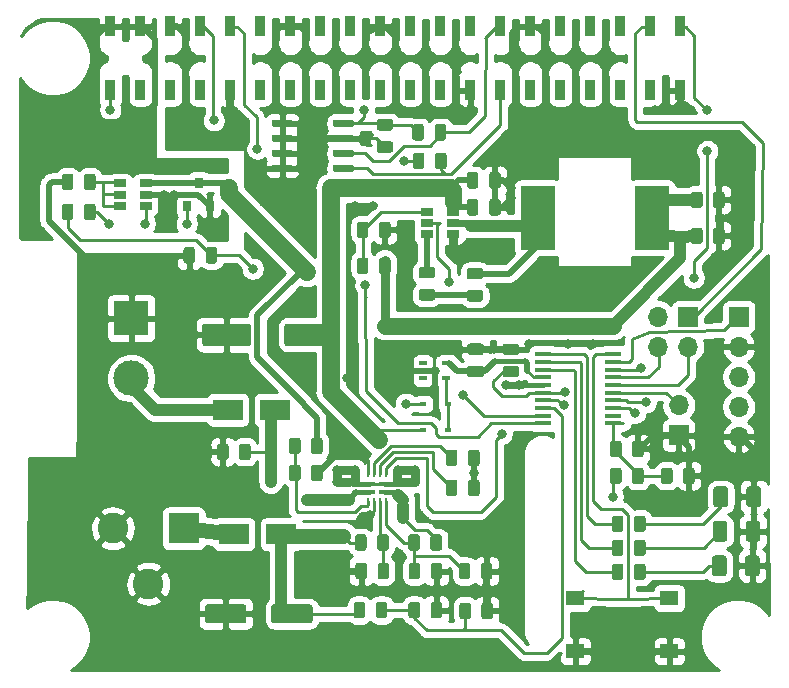
<source format=gbr>
G04 #@! TF.GenerationSoftware,KiCad,Pcbnew,(5.1.5)-2*
G04 #@! TF.CreationDate,2020-04-29T21:28:48+02:00*
G04 #@! TF.ProjectId,UPS-2,5550532d-322e-46b6-9963-61645f706362,rev?*
G04 #@! TF.SameCoordinates,Original*
G04 #@! TF.FileFunction,Copper,L1,Top*
G04 #@! TF.FilePolarity,Positive*
%FSLAX46Y46*%
G04 Gerber Fmt 4.6, Leading zero omitted, Abs format (unit mm)*
G04 Created by KiCad (PCBNEW (5.1.5)-2) date 2020-04-29 21:28:48*
%MOMM*%
%LPD*%
G04 APERTURE LIST*
%ADD10C,0.100000*%
%ADD11R,1.450000X0.450000*%
%ADD12R,0.800000X0.900000*%
%ADD13R,1.060000X0.650000*%
%ADD14C,3.000000*%
%ADD15R,3.000000X3.000000*%
%ADD16O,1.700000X1.700000*%
%ADD17R,1.700000X1.700000*%
%ADD18R,0.889000X1.676400*%
%ADD19R,0.650000X0.400000*%
%ADD20R,0.600000X0.450000*%
%ADD21R,0.200000X0.599999*%
%ADD22R,1.050000X0.399999*%
%ADD23R,1.550000X1.300000*%
%ADD24R,2.900000X5.400000*%
%ADD25C,2.600000*%
%ADD26R,2.600000X2.600000*%
%ADD27R,2.500000X1.800000*%
%ADD28C,0.800000*%
%ADD29C,0.800000*%
%ADD30C,0.500000*%
%ADD31C,0.250000*%
%ADD32C,0.400000*%
%ADD33C,1.400000*%
%ADD34C,1.500000*%
%ADD35C,1.000000*%
%ADD36C,1.300000*%
%ADD37C,0.750000*%
%ADD38C,0.600000*%
%ADD39C,0.254000*%
G04 APERTURE END LIST*
G04 #@! TA.AperFunction,SMDPad,CuDef*
D10*
G36*
X110896504Y-86173204D02*
G01*
X110920773Y-86176804D01*
X110944571Y-86182765D01*
X110967671Y-86191030D01*
X110989849Y-86201520D01*
X111010893Y-86214133D01*
X111030598Y-86228747D01*
X111048777Y-86245223D01*
X111065253Y-86263402D01*
X111079867Y-86283107D01*
X111092480Y-86304151D01*
X111102970Y-86326329D01*
X111111235Y-86349429D01*
X111117196Y-86373227D01*
X111120796Y-86397496D01*
X111122000Y-86422000D01*
X111122000Y-87822000D01*
X111120796Y-87846504D01*
X111117196Y-87870773D01*
X111111235Y-87894571D01*
X111102970Y-87917671D01*
X111092480Y-87939849D01*
X111079867Y-87960893D01*
X111065253Y-87980598D01*
X111048777Y-87998777D01*
X111030598Y-88015253D01*
X111010893Y-88029867D01*
X110989849Y-88042480D01*
X110967671Y-88052970D01*
X110944571Y-88061235D01*
X110920773Y-88067196D01*
X110896504Y-88070796D01*
X110872000Y-88072000D01*
X107222000Y-88072000D01*
X107197496Y-88070796D01*
X107173227Y-88067196D01*
X107149429Y-88061235D01*
X107126329Y-88052970D01*
X107104151Y-88042480D01*
X107083107Y-88029867D01*
X107063402Y-88015253D01*
X107045223Y-87998777D01*
X107028747Y-87980598D01*
X107014133Y-87960893D01*
X107001520Y-87939849D01*
X106991030Y-87917671D01*
X106982765Y-87894571D01*
X106976804Y-87870773D01*
X106973204Y-87846504D01*
X106972000Y-87822000D01*
X106972000Y-86422000D01*
X106973204Y-86397496D01*
X106976804Y-86373227D01*
X106982765Y-86349429D01*
X106991030Y-86326329D01*
X107001520Y-86304151D01*
X107014133Y-86283107D01*
X107028747Y-86263402D01*
X107045223Y-86245223D01*
X107063402Y-86228747D01*
X107083107Y-86214133D01*
X107104151Y-86201520D01*
X107126329Y-86191030D01*
X107149429Y-86182765D01*
X107173227Y-86176804D01*
X107197496Y-86173204D01*
X107222000Y-86172000D01*
X110872000Y-86172000D01*
X110896504Y-86173204D01*
G37*
G04 #@! TD.AperFunction*
G04 #@! TA.AperFunction,SMDPad,CuDef*
G36*
X117846504Y-86173204D02*
G01*
X117870773Y-86176804D01*
X117894571Y-86182765D01*
X117917671Y-86191030D01*
X117939849Y-86201520D01*
X117960893Y-86214133D01*
X117980598Y-86228747D01*
X117998777Y-86245223D01*
X118015253Y-86263402D01*
X118029867Y-86283107D01*
X118042480Y-86304151D01*
X118052970Y-86326329D01*
X118061235Y-86349429D01*
X118067196Y-86373227D01*
X118070796Y-86397496D01*
X118072000Y-86422000D01*
X118072000Y-87822000D01*
X118070796Y-87846504D01*
X118067196Y-87870773D01*
X118061235Y-87894571D01*
X118052970Y-87917671D01*
X118042480Y-87939849D01*
X118029867Y-87960893D01*
X118015253Y-87980598D01*
X117998777Y-87998777D01*
X117980598Y-88015253D01*
X117960893Y-88029867D01*
X117939849Y-88042480D01*
X117917671Y-88052970D01*
X117894571Y-88061235D01*
X117870773Y-88067196D01*
X117846504Y-88070796D01*
X117822000Y-88072000D01*
X114172000Y-88072000D01*
X114147496Y-88070796D01*
X114123227Y-88067196D01*
X114099429Y-88061235D01*
X114076329Y-88052970D01*
X114054151Y-88042480D01*
X114033107Y-88029867D01*
X114013402Y-88015253D01*
X113995223Y-87998777D01*
X113978747Y-87980598D01*
X113964133Y-87960893D01*
X113951520Y-87939849D01*
X113941030Y-87917671D01*
X113932765Y-87894571D01*
X113926804Y-87870773D01*
X113923204Y-87846504D01*
X113922000Y-87822000D01*
X113922000Y-86422000D01*
X113923204Y-86397496D01*
X113926804Y-86373227D01*
X113932765Y-86349429D01*
X113941030Y-86326329D01*
X113951520Y-86304151D01*
X113964133Y-86283107D01*
X113978747Y-86263402D01*
X113995223Y-86245223D01*
X114013402Y-86228747D01*
X114033107Y-86214133D01*
X114054151Y-86201520D01*
X114076329Y-86191030D01*
X114099429Y-86182765D01*
X114123227Y-86176804D01*
X114147496Y-86173204D01*
X114172000Y-86172000D01*
X117822000Y-86172000D01*
X117846504Y-86173204D01*
G37*
G04 #@! TD.AperFunction*
G04 #@! TA.AperFunction,SMDPad,CuDef*
G36*
X122908142Y-70730674D02*
G01*
X122931803Y-70734184D01*
X122955007Y-70739996D01*
X122977529Y-70748054D01*
X122999153Y-70758282D01*
X123019670Y-70770579D01*
X123038883Y-70784829D01*
X123056607Y-70800893D01*
X123072671Y-70818617D01*
X123086921Y-70837830D01*
X123099218Y-70858347D01*
X123109446Y-70879971D01*
X123117504Y-70902493D01*
X123123316Y-70925697D01*
X123126826Y-70949358D01*
X123128000Y-70973250D01*
X123128000Y-71460750D01*
X123126826Y-71484642D01*
X123123316Y-71508303D01*
X123117504Y-71531507D01*
X123109446Y-71554029D01*
X123099218Y-71575653D01*
X123086921Y-71596170D01*
X123072671Y-71615383D01*
X123056607Y-71633107D01*
X123038883Y-71649171D01*
X123019670Y-71663421D01*
X122999153Y-71675718D01*
X122977529Y-71685946D01*
X122955007Y-71694004D01*
X122931803Y-71699816D01*
X122908142Y-71703326D01*
X122884250Y-71704500D01*
X121971750Y-71704500D01*
X121947858Y-71703326D01*
X121924197Y-71699816D01*
X121900993Y-71694004D01*
X121878471Y-71685946D01*
X121856847Y-71675718D01*
X121836330Y-71663421D01*
X121817117Y-71649171D01*
X121799393Y-71633107D01*
X121783329Y-71615383D01*
X121769079Y-71596170D01*
X121756782Y-71575653D01*
X121746554Y-71554029D01*
X121738496Y-71531507D01*
X121732684Y-71508303D01*
X121729174Y-71484642D01*
X121728000Y-71460750D01*
X121728000Y-70973250D01*
X121729174Y-70949358D01*
X121732684Y-70925697D01*
X121738496Y-70902493D01*
X121746554Y-70879971D01*
X121756782Y-70858347D01*
X121769079Y-70837830D01*
X121783329Y-70818617D01*
X121799393Y-70800893D01*
X121817117Y-70784829D01*
X121836330Y-70770579D01*
X121856847Y-70758282D01*
X121878471Y-70748054D01*
X121900993Y-70739996D01*
X121924197Y-70734184D01*
X121947858Y-70730674D01*
X121971750Y-70729500D01*
X122884250Y-70729500D01*
X122908142Y-70730674D01*
G37*
G04 #@! TD.AperFunction*
G04 #@! TA.AperFunction,SMDPad,CuDef*
G36*
X122908142Y-68855674D02*
G01*
X122931803Y-68859184D01*
X122955007Y-68864996D01*
X122977529Y-68873054D01*
X122999153Y-68883282D01*
X123019670Y-68895579D01*
X123038883Y-68909829D01*
X123056607Y-68925893D01*
X123072671Y-68943617D01*
X123086921Y-68962830D01*
X123099218Y-68983347D01*
X123109446Y-69004971D01*
X123117504Y-69027493D01*
X123123316Y-69050697D01*
X123126826Y-69074358D01*
X123128000Y-69098250D01*
X123128000Y-69585750D01*
X123126826Y-69609642D01*
X123123316Y-69633303D01*
X123117504Y-69656507D01*
X123109446Y-69679029D01*
X123099218Y-69700653D01*
X123086921Y-69721170D01*
X123072671Y-69740383D01*
X123056607Y-69758107D01*
X123038883Y-69774171D01*
X123019670Y-69788421D01*
X122999153Y-69800718D01*
X122977529Y-69810946D01*
X122955007Y-69819004D01*
X122931803Y-69824816D01*
X122908142Y-69828326D01*
X122884250Y-69829500D01*
X121971750Y-69829500D01*
X121947858Y-69828326D01*
X121924197Y-69824816D01*
X121900993Y-69819004D01*
X121878471Y-69810946D01*
X121856847Y-69800718D01*
X121836330Y-69788421D01*
X121817117Y-69774171D01*
X121799393Y-69758107D01*
X121783329Y-69740383D01*
X121769079Y-69721170D01*
X121756782Y-69700653D01*
X121746554Y-69679029D01*
X121738496Y-69656507D01*
X121732684Y-69633303D01*
X121729174Y-69609642D01*
X121728000Y-69585750D01*
X121728000Y-69098250D01*
X121729174Y-69074358D01*
X121732684Y-69050697D01*
X121738496Y-69027493D01*
X121746554Y-69004971D01*
X121756782Y-68983347D01*
X121769079Y-68962830D01*
X121783329Y-68943617D01*
X121799393Y-68925893D01*
X121817117Y-68909829D01*
X121836330Y-68895579D01*
X121856847Y-68883282D01*
X121878471Y-68873054D01*
X121900993Y-68864996D01*
X121924197Y-68859184D01*
X121947858Y-68855674D01*
X121971750Y-68854500D01*
X122884250Y-68854500D01*
X122908142Y-68855674D01*
G37*
G04 #@! TD.AperFunction*
G04 #@! TA.AperFunction,SMDPad,CuDef*
G36*
X106137142Y-79692174D02*
G01*
X106160803Y-79695684D01*
X106184007Y-79701496D01*
X106206529Y-79709554D01*
X106228153Y-79719782D01*
X106248670Y-79732079D01*
X106267883Y-79746329D01*
X106285607Y-79762393D01*
X106301671Y-79780117D01*
X106315921Y-79799330D01*
X106328218Y-79819847D01*
X106338446Y-79841471D01*
X106346504Y-79863993D01*
X106352316Y-79887197D01*
X106355826Y-79910858D01*
X106357000Y-79934750D01*
X106357000Y-80847250D01*
X106355826Y-80871142D01*
X106352316Y-80894803D01*
X106346504Y-80918007D01*
X106338446Y-80940529D01*
X106328218Y-80962153D01*
X106315921Y-80982670D01*
X106301671Y-81001883D01*
X106285607Y-81019607D01*
X106267883Y-81035671D01*
X106248670Y-81049921D01*
X106228153Y-81062218D01*
X106206529Y-81072446D01*
X106184007Y-81080504D01*
X106160803Y-81086316D01*
X106137142Y-81089826D01*
X106113250Y-81091000D01*
X105625750Y-81091000D01*
X105601858Y-81089826D01*
X105578197Y-81086316D01*
X105554993Y-81080504D01*
X105532471Y-81072446D01*
X105510847Y-81062218D01*
X105490330Y-81049921D01*
X105471117Y-81035671D01*
X105453393Y-81019607D01*
X105437329Y-81001883D01*
X105423079Y-80982670D01*
X105410782Y-80962153D01*
X105400554Y-80940529D01*
X105392496Y-80918007D01*
X105386684Y-80894803D01*
X105383174Y-80871142D01*
X105382000Y-80847250D01*
X105382000Y-79934750D01*
X105383174Y-79910858D01*
X105386684Y-79887197D01*
X105392496Y-79863993D01*
X105400554Y-79841471D01*
X105410782Y-79819847D01*
X105423079Y-79799330D01*
X105437329Y-79780117D01*
X105453393Y-79762393D01*
X105471117Y-79746329D01*
X105490330Y-79732079D01*
X105510847Y-79719782D01*
X105532471Y-79709554D01*
X105554993Y-79701496D01*
X105578197Y-79695684D01*
X105601858Y-79692174D01*
X105625750Y-79691000D01*
X106113250Y-79691000D01*
X106137142Y-79692174D01*
G37*
G04 #@! TD.AperFunction*
G04 #@! TA.AperFunction,SMDPad,CuDef*
G36*
X108012142Y-79692174D02*
G01*
X108035803Y-79695684D01*
X108059007Y-79701496D01*
X108081529Y-79709554D01*
X108103153Y-79719782D01*
X108123670Y-79732079D01*
X108142883Y-79746329D01*
X108160607Y-79762393D01*
X108176671Y-79780117D01*
X108190921Y-79799330D01*
X108203218Y-79819847D01*
X108213446Y-79841471D01*
X108221504Y-79863993D01*
X108227316Y-79887197D01*
X108230826Y-79910858D01*
X108232000Y-79934750D01*
X108232000Y-80847250D01*
X108230826Y-80871142D01*
X108227316Y-80894803D01*
X108221504Y-80918007D01*
X108213446Y-80940529D01*
X108203218Y-80962153D01*
X108190921Y-80982670D01*
X108176671Y-81001883D01*
X108160607Y-81019607D01*
X108142883Y-81035671D01*
X108123670Y-81049921D01*
X108103153Y-81062218D01*
X108081529Y-81072446D01*
X108059007Y-81080504D01*
X108035803Y-81086316D01*
X108012142Y-81089826D01*
X107988250Y-81091000D01*
X107500750Y-81091000D01*
X107476858Y-81089826D01*
X107453197Y-81086316D01*
X107429993Y-81080504D01*
X107407471Y-81072446D01*
X107385847Y-81062218D01*
X107365330Y-81049921D01*
X107346117Y-81035671D01*
X107328393Y-81019607D01*
X107312329Y-81001883D01*
X107298079Y-80982670D01*
X107285782Y-80962153D01*
X107275554Y-80940529D01*
X107267496Y-80918007D01*
X107261684Y-80894803D01*
X107258174Y-80871142D01*
X107257000Y-80847250D01*
X107257000Y-79934750D01*
X107258174Y-79910858D01*
X107261684Y-79887197D01*
X107267496Y-79863993D01*
X107275554Y-79841471D01*
X107285782Y-79819847D01*
X107298079Y-79799330D01*
X107312329Y-79780117D01*
X107328393Y-79762393D01*
X107346117Y-79746329D01*
X107365330Y-79732079D01*
X107385847Y-79719782D01*
X107407471Y-79709554D01*
X107429993Y-79701496D01*
X107453197Y-79695684D01*
X107476858Y-79692174D01*
X107500750Y-79691000D01*
X107988250Y-79691000D01*
X108012142Y-79692174D01*
G37*
G04 #@! TD.AperFunction*
D11*
X141761000Y-88769000D03*
X141761000Y-89419000D03*
X141761000Y-90069000D03*
X141761000Y-90719000D03*
X141761000Y-91369000D03*
X141761000Y-92019000D03*
X141761000Y-92669000D03*
X141761000Y-93319000D03*
X141761000Y-93969000D03*
X141761000Y-94619000D03*
X135861000Y-94619000D03*
X135861000Y-93969000D03*
X135861000Y-93319000D03*
X135861000Y-92669000D03*
X135861000Y-92019000D03*
X135861000Y-91369000D03*
X135861000Y-90719000D03*
X135861000Y-90069000D03*
X135861000Y-89419000D03*
X135861000Y-88769000D03*
G04 #@! TA.AperFunction,SMDPad,CuDef*
D10*
G36*
X119646703Y-68915722D02*
G01*
X119661264Y-68917882D01*
X119675543Y-68921459D01*
X119689403Y-68926418D01*
X119702710Y-68932712D01*
X119715336Y-68940280D01*
X119727159Y-68949048D01*
X119738066Y-68958934D01*
X119747952Y-68969841D01*
X119756720Y-68981664D01*
X119764288Y-68994290D01*
X119770582Y-69007597D01*
X119775541Y-69021457D01*
X119779118Y-69035736D01*
X119781278Y-69050297D01*
X119782000Y-69065000D01*
X119782000Y-69365000D01*
X119781278Y-69379703D01*
X119779118Y-69394264D01*
X119775541Y-69408543D01*
X119770582Y-69422403D01*
X119764288Y-69435710D01*
X119756720Y-69448336D01*
X119747952Y-69460159D01*
X119738066Y-69471066D01*
X119727159Y-69480952D01*
X119715336Y-69489720D01*
X119702710Y-69497288D01*
X119689403Y-69503582D01*
X119675543Y-69508541D01*
X119661264Y-69512118D01*
X119646703Y-69514278D01*
X119632000Y-69515000D01*
X118182000Y-69515000D01*
X118167297Y-69514278D01*
X118152736Y-69512118D01*
X118138457Y-69508541D01*
X118124597Y-69503582D01*
X118111290Y-69497288D01*
X118098664Y-69489720D01*
X118086841Y-69480952D01*
X118075934Y-69471066D01*
X118066048Y-69460159D01*
X118057280Y-69448336D01*
X118049712Y-69435710D01*
X118043418Y-69422403D01*
X118038459Y-69408543D01*
X118034882Y-69394264D01*
X118032722Y-69379703D01*
X118032000Y-69365000D01*
X118032000Y-69065000D01*
X118032722Y-69050297D01*
X118034882Y-69035736D01*
X118038459Y-69021457D01*
X118043418Y-69007597D01*
X118049712Y-68994290D01*
X118057280Y-68981664D01*
X118066048Y-68969841D01*
X118075934Y-68958934D01*
X118086841Y-68949048D01*
X118098664Y-68940280D01*
X118111290Y-68932712D01*
X118124597Y-68926418D01*
X118138457Y-68921459D01*
X118152736Y-68917882D01*
X118167297Y-68915722D01*
X118182000Y-68915000D01*
X119632000Y-68915000D01*
X119646703Y-68915722D01*
G37*
G04 #@! TD.AperFunction*
G04 #@! TA.AperFunction,SMDPad,CuDef*
G36*
X119646703Y-70185722D02*
G01*
X119661264Y-70187882D01*
X119675543Y-70191459D01*
X119689403Y-70196418D01*
X119702710Y-70202712D01*
X119715336Y-70210280D01*
X119727159Y-70219048D01*
X119738066Y-70228934D01*
X119747952Y-70239841D01*
X119756720Y-70251664D01*
X119764288Y-70264290D01*
X119770582Y-70277597D01*
X119775541Y-70291457D01*
X119779118Y-70305736D01*
X119781278Y-70320297D01*
X119782000Y-70335000D01*
X119782000Y-70635000D01*
X119781278Y-70649703D01*
X119779118Y-70664264D01*
X119775541Y-70678543D01*
X119770582Y-70692403D01*
X119764288Y-70705710D01*
X119756720Y-70718336D01*
X119747952Y-70730159D01*
X119738066Y-70741066D01*
X119727159Y-70750952D01*
X119715336Y-70759720D01*
X119702710Y-70767288D01*
X119689403Y-70773582D01*
X119675543Y-70778541D01*
X119661264Y-70782118D01*
X119646703Y-70784278D01*
X119632000Y-70785000D01*
X118182000Y-70785000D01*
X118167297Y-70784278D01*
X118152736Y-70782118D01*
X118138457Y-70778541D01*
X118124597Y-70773582D01*
X118111290Y-70767288D01*
X118098664Y-70759720D01*
X118086841Y-70750952D01*
X118075934Y-70741066D01*
X118066048Y-70730159D01*
X118057280Y-70718336D01*
X118049712Y-70705710D01*
X118043418Y-70692403D01*
X118038459Y-70678543D01*
X118034882Y-70664264D01*
X118032722Y-70649703D01*
X118032000Y-70635000D01*
X118032000Y-70335000D01*
X118032722Y-70320297D01*
X118034882Y-70305736D01*
X118038459Y-70291457D01*
X118043418Y-70277597D01*
X118049712Y-70264290D01*
X118057280Y-70251664D01*
X118066048Y-70239841D01*
X118075934Y-70228934D01*
X118086841Y-70219048D01*
X118098664Y-70210280D01*
X118111290Y-70202712D01*
X118124597Y-70196418D01*
X118138457Y-70191459D01*
X118152736Y-70187882D01*
X118167297Y-70185722D01*
X118182000Y-70185000D01*
X119632000Y-70185000D01*
X119646703Y-70185722D01*
G37*
G04 #@! TD.AperFunction*
G04 #@! TA.AperFunction,SMDPad,CuDef*
G36*
X119646703Y-71455722D02*
G01*
X119661264Y-71457882D01*
X119675543Y-71461459D01*
X119689403Y-71466418D01*
X119702710Y-71472712D01*
X119715336Y-71480280D01*
X119727159Y-71489048D01*
X119738066Y-71498934D01*
X119747952Y-71509841D01*
X119756720Y-71521664D01*
X119764288Y-71534290D01*
X119770582Y-71547597D01*
X119775541Y-71561457D01*
X119779118Y-71575736D01*
X119781278Y-71590297D01*
X119782000Y-71605000D01*
X119782000Y-71905000D01*
X119781278Y-71919703D01*
X119779118Y-71934264D01*
X119775541Y-71948543D01*
X119770582Y-71962403D01*
X119764288Y-71975710D01*
X119756720Y-71988336D01*
X119747952Y-72000159D01*
X119738066Y-72011066D01*
X119727159Y-72020952D01*
X119715336Y-72029720D01*
X119702710Y-72037288D01*
X119689403Y-72043582D01*
X119675543Y-72048541D01*
X119661264Y-72052118D01*
X119646703Y-72054278D01*
X119632000Y-72055000D01*
X118182000Y-72055000D01*
X118167297Y-72054278D01*
X118152736Y-72052118D01*
X118138457Y-72048541D01*
X118124597Y-72043582D01*
X118111290Y-72037288D01*
X118098664Y-72029720D01*
X118086841Y-72020952D01*
X118075934Y-72011066D01*
X118066048Y-72000159D01*
X118057280Y-71988336D01*
X118049712Y-71975710D01*
X118043418Y-71962403D01*
X118038459Y-71948543D01*
X118034882Y-71934264D01*
X118032722Y-71919703D01*
X118032000Y-71905000D01*
X118032000Y-71605000D01*
X118032722Y-71590297D01*
X118034882Y-71575736D01*
X118038459Y-71561457D01*
X118043418Y-71547597D01*
X118049712Y-71534290D01*
X118057280Y-71521664D01*
X118066048Y-71509841D01*
X118075934Y-71498934D01*
X118086841Y-71489048D01*
X118098664Y-71480280D01*
X118111290Y-71472712D01*
X118124597Y-71466418D01*
X118138457Y-71461459D01*
X118152736Y-71457882D01*
X118167297Y-71455722D01*
X118182000Y-71455000D01*
X119632000Y-71455000D01*
X119646703Y-71455722D01*
G37*
G04 #@! TD.AperFunction*
G04 #@! TA.AperFunction,SMDPad,CuDef*
G36*
X119646703Y-72725722D02*
G01*
X119661264Y-72727882D01*
X119675543Y-72731459D01*
X119689403Y-72736418D01*
X119702710Y-72742712D01*
X119715336Y-72750280D01*
X119727159Y-72759048D01*
X119738066Y-72768934D01*
X119747952Y-72779841D01*
X119756720Y-72791664D01*
X119764288Y-72804290D01*
X119770582Y-72817597D01*
X119775541Y-72831457D01*
X119779118Y-72845736D01*
X119781278Y-72860297D01*
X119782000Y-72875000D01*
X119782000Y-73175000D01*
X119781278Y-73189703D01*
X119779118Y-73204264D01*
X119775541Y-73218543D01*
X119770582Y-73232403D01*
X119764288Y-73245710D01*
X119756720Y-73258336D01*
X119747952Y-73270159D01*
X119738066Y-73281066D01*
X119727159Y-73290952D01*
X119715336Y-73299720D01*
X119702710Y-73307288D01*
X119689403Y-73313582D01*
X119675543Y-73318541D01*
X119661264Y-73322118D01*
X119646703Y-73324278D01*
X119632000Y-73325000D01*
X118182000Y-73325000D01*
X118167297Y-73324278D01*
X118152736Y-73322118D01*
X118138457Y-73318541D01*
X118124597Y-73313582D01*
X118111290Y-73307288D01*
X118098664Y-73299720D01*
X118086841Y-73290952D01*
X118075934Y-73281066D01*
X118066048Y-73270159D01*
X118057280Y-73258336D01*
X118049712Y-73245710D01*
X118043418Y-73232403D01*
X118038459Y-73218543D01*
X118034882Y-73204264D01*
X118032722Y-73189703D01*
X118032000Y-73175000D01*
X118032000Y-72875000D01*
X118032722Y-72860297D01*
X118034882Y-72845736D01*
X118038459Y-72831457D01*
X118043418Y-72817597D01*
X118049712Y-72804290D01*
X118057280Y-72791664D01*
X118066048Y-72779841D01*
X118075934Y-72768934D01*
X118086841Y-72759048D01*
X118098664Y-72750280D01*
X118111290Y-72742712D01*
X118124597Y-72736418D01*
X118138457Y-72731459D01*
X118152736Y-72727882D01*
X118167297Y-72725722D01*
X118182000Y-72725000D01*
X119632000Y-72725000D01*
X119646703Y-72725722D01*
G37*
G04 #@! TD.AperFunction*
G04 #@! TA.AperFunction,SMDPad,CuDef*
G36*
X114496703Y-72725722D02*
G01*
X114511264Y-72727882D01*
X114525543Y-72731459D01*
X114539403Y-72736418D01*
X114552710Y-72742712D01*
X114565336Y-72750280D01*
X114577159Y-72759048D01*
X114588066Y-72768934D01*
X114597952Y-72779841D01*
X114606720Y-72791664D01*
X114614288Y-72804290D01*
X114620582Y-72817597D01*
X114625541Y-72831457D01*
X114629118Y-72845736D01*
X114631278Y-72860297D01*
X114632000Y-72875000D01*
X114632000Y-73175000D01*
X114631278Y-73189703D01*
X114629118Y-73204264D01*
X114625541Y-73218543D01*
X114620582Y-73232403D01*
X114614288Y-73245710D01*
X114606720Y-73258336D01*
X114597952Y-73270159D01*
X114588066Y-73281066D01*
X114577159Y-73290952D01*
X114565336Y-73299720D01*
X114552710Y-73307288D01*
X114539403Y-73313582D01*
X114525543Y-73318541D01*
X114511264Y-73322118D01*
X114496703Y-73324278D01*
X114482000Y-73325000D01*
X113032000Y-73325000D01*
X113017297Y-73324278D01*
X113002736Y-73322118D01*
X112988457Y-73318541D01*
X112974597Y-73313582D01*
X112961290Y-73307288D01*
X112948664Y-73299720D01*
X112936841Y-73290952D01*
X112925934Y-73281066D01*
X112916048Y-73270159D01*
X112907280Y-73258336D01*
X112899712Y-73245710D01*
X112893418Y-73232403D01*
X112888459Y-73218543D01*
X112884882Y-73204264D01*
X112882722Y-73189703D01*
X112882000Y-73175000D01*
X112882000Y-72875000D01*
X112882722Y-72860297D01*
X112884882Y-72845736D01*
X112888459Y-72831457D01*
X112893418Y-72817597D01*
X112899712Y-72804290D01*
X112907280Y-72791664D01*
X112916048Y-72779841D01*
X112925934Y-72768934D01*
X112936841Y-72759048D01*
X112948664Y-72750280D01*
X112961290Y-72742712D01*
X112974597Y-72736418D01*
X112988457Y-72731459D01*
X113002736Y-72727882D01*
X113017297Y-72725722D01*
X113032000Y-72725000D01*
X114482000Y-72725000D01*
X114496703Y-72725722D01*
G37*
G04 #@! TD.AperFunction*
G04 #@! TA.AperFunction,SMDPad,CuDef*
G36*
X114496703Y-71455722D02*
G01*
X114511264Y-71457882D01*
X114525543Y-71461459D01*
X114539403Y-71466418D01*
X114552710Y-71472712D01*
X114565336Y-71480280D01*
X114577159Y-71489048D01*
X114588066Y-71498934D01*
X114597952Y-71509841D01*
X114606720Y-71521664D01*
X114614288Y-71534290D01*
X114620582Y-71547597D01*
X114625541Y-71561457D01*
X114629118Y-71575736D01*
X114631278Y-71590297D01*
X114632000Y-71605000D01*
X114632000Y-71905000D01*
X114631278Y-71919703D01*
X114629118Y-71934264D01*
X114625541Y-71948543D01*
X114620582Y-71962403D01*
X114614288Y-71975710D01*
X114606720Y-71988336D01*
X114597952Y-72000159D01*
X114588066Y-72011066D01*
X114577159Y-72020952D01*
X114565336Y-72029720D01*
X114552710Y-72037288D01*
X114539403Y-72043582D01*
X114525543Y-72048541D01*
X114511264Y-72052118D01*
X114496703Y-72054278D01*
X114482000Y-72055000D01*
X113032000Y-72055000D01*
X113017297Y-72054278D01*
X113002736Y-72052118D01*
X112988457Y-72048541D01*
X112974597Y-72043582D01*
X112961290Y-72037288D01*
X112948664Y-72029720D01*
X112936841Y-72020952D01*
X112925934Y-72011066D01*
X112916048Y-72000159D01*
X112907280Y-71988336D01*
X112899712Y-71975710D01*
X112893418Y-71962403D01*
X112888459Y-71948543D01*
X112884882Y-71934264D01*
X112882722Y-71919703D01*
X112882000Y-71905000D01*
X112882000Y-71605000D01*
X112882722Y-71590297D01*
X112884882Y-71575736D01*
X112888459Y-71561457D01*
X112893418Y-71547597D01*
X112899712Y-71534290D01*
X112907280Y-71521664D01*
X112916048Y-71509841D01*
X112925934Y-71498934D01*
X112936841Y-71489048D01*
X112948664Y-71480280D01*
X112961290Y-71472712D01*
X112974597Y-71466418D01*
X112988457Y-71461459D01*
X113002736Y-71457882D01*
X113017297Y-71455722D01*
X113032000Y-71455000D01*
X114482000Y-71455000D01*
X114496703Y-71455722D01*
G37*
G04 #@! TD.AperFunction*
G04 #@! TA.AperFunction,SMDPad,CuDef*
G36*
X114496703Y-70185722D02*
G01*
X114511264Y-70187882D01*
X114525543Y-70191459D01*
X114539403Y-70196418D01*
X114552710Y-70202712D01*
X114565336Y-70210280D01*
X114577159Y-70219048D01*
X114588066Y-70228934D01*
X114597952Y-70239841D01*
X114606720Y-70251664D01*
X114614288Y-70264290D01*
X114620582Y-70277597D01*
X114625541Y-70291457D01*
X114629118Y-70305736D01*
X114631278Y-70320297D01*
X114632000Y-70335000D01*
X114632000Y-70635000D01*
X114631278Y-70649703D01*
X114629118Y-70664264D01*
X114625541Y-70678543D01*
X114620582Y-70692403D01*
X114614288Y-70705710D01*
X114606720Y-70718336D01*
X114597952Y-70730159D01*
X114588066Y-70741066D01*
X114577159Y-70750952D01*
X114565336Y-70759720D01*
X114552710Y-70767288D01*
X114539403Y-70773582D01*
X114525543Y-70778541D01*
X114511264Y-70782118D01*
X114496703Y-70784278D01*
X114482000Y-70785000D01*
X113032000Y-70785000D01*
X113017297Y-70784278D01*
X113002736Y-70782118D01*
X112988457Y-70778541D01*
X112974597Y-70773582D01*
X112961290Y-70767288D01*
X112948664Y-70759720D01*
X112936841Y-70750952D01*
X112925934Y-70741066D01*
X112916048Y-70730159D01*
X112907280Y-70718336D01*
X112899712Y-70705710D01*
X112893418Y-70692403D01*
X112888459Y-70678543D01*
X112884882Y-70664264D01*
X112882722Y-70649703D01*
X112882000Y-70635000D01*
X112882000Y-70335000D01*
X112882722Y-70320297D01*
X112884882Y-70305736D01*
X112888459Y-70291457D01*
X112893418Y-70277597D01*
X112899712Y-70264290D01*
X112907280Y-70251664D01*
X112916048Y-70239841D01*
X112925934Y-70228934D01*
X112936841Y-70219048D01*
X112948664Y-70210280D01*
X112961290Y-70202712D01*
X112974597Y-70196418D01*
X112988457Y-70191459D01*
X113002736Y-70187882D01*
X113017297Y-70185722D01*
X113032000Y-70185000D01*
X114482000Y-70185000D01*
X114496703Y-70185722D01*
G37*
G04 #@! TD.AperFunction*
G04 #@! TA.AperFunction,SMDPad,CuDef*
G36*
X114496703Y-68915722D02*
G01*
X114511264Y-68917882D01*
X114525543Y-68921459D01*
X114539403Y-68926418D01*
X114552710Y-68932712D01*
X114565336Y-68940280D01*
X114577159Y-68949048D01*
X114588066Y-68958934D01*
X114597952Y-68969841D01*
X114606720Y-68981664D01*
X114614288Y-68994290D01*
X114620582Y-69007597D01*
X114625541Y-69021457D01*
X114629118Y-69035736D01*
X114631278Y-69050297D01*
X114632000Y-69065000D01*
X114632000Y-69365000D01*
X114631278Y-69379703D01*
X114629118Y-69394264D01*
X114625541Y-69408543D01*
X114620582Y-69422403D01*
X114614288Y-69435710D01*
X114606720Y-69448336D01*
X114597952Y-69460159D01*
X114588066Y-69471066D01*
X114577159Y-69480952D01*
X114565336Y-69489720D01*
X114552710Y-69497288D01*
X114539403Y-69503582D01*
X114525543Y-69508541D01*
X114511264Y-69512118D01*
X114496703Y-69514278D01*
X114482000Y-69515000D01*
X113032000Y-69515000D01*
X113017297Y-69514278D01*
X113002736Y-69512118D01*
X112988457Y-69508541D01*
X112974597Y-69503582D01*
X112961290Y-69497288D01*
X112948664Y-69489720D01*
X112936841Y-69480952D01*
X112925934Y-69471066D01*
X112916048Y-69460159D01*
X112907280Y-69448336D01*
X112899712Y-69435710D01*
X112893418Y-69422403D01*
X112888459Y-69408543D01*
X112884882Y-69394264D01*
X112882722Y-69379703D01*
X112882000Y-69365000D01*
X112882000Y-69065000D01*
X112882722Y-69050297D01*
X112884882Y-69035736D01*
X112888459Y-69021457D01*
X112893418Y-69007597D01*
X112899712Y-68994290D01*
X112907280Y-68981664D01*
X112916048Y-68969841D01*
X112925934Y-68958934D01*
X112936841Y-68949048D01*
X112948664Y-68940280D01*
X112961290Y-68932712D01*
X112974597Y-68926418D01*
X112988457Y-68921459D01*
X113002736Y-68917882D01*
X113017297Y-68915722D01*
X113032000Y-68915000D01*
X114482000Y-68915000D01*
X114496703Y-68915722D01*
G37*
G04 #@! TD.AperFunction*
G04 #@! TA.AperFunction,SMDPad,CuDef*
G36*
X127443142Y-71691174D02*
G01*
X127466803Y-71694684D01*
X127490007Y-71700496D01*
X127512529Y-71708554D01*
X127534153Y-71718782D01*
X127554670Y-71731079D01*
X127573883Y-71745329D01*
X127591607Y-71761393D01*
X127607671Y-71779117D01*
X127621921Y-71798330D01*
X127634218Y-71818847D01*
X127644446Y-71840471D01*
X127652504Y-71862993D01*
X127658316Y-71886197D01*
X127661826Y-71909858D01*
X127663000Y-71933750D01*
X127663000Y-72846250D01*
X127661826Y-72870142D01*
X127658316Y-72893803D01*
X127652504Y-72917007D01*
X127644446Y-72939529D01*
X127634218Y-72961153D01*
X127621921Y-72981670D01*
X127607671Y-73000883D01*
X127591607Y-73018607D01*
X127573883Y-73034671D01*
X127554670Y-73048921D01*
X127534153Y-73061218D01*
X127512529Y-73071446D01*
X127490007Y-73079504D01*
X127466803Y-73085316D01*
X127443142Y-73088826D01*
X127419250Y-73090000D01*
X126931750Y-73090000D01*
X126907858Y-73088826D01*
X126884197Y-73085316D01*
X126860993Y-73079504D01*
X126838471Y-73071446D01*
X126816847Y-73061218D01*
X126796330Y-73048921D01*
X126777117Y-73034671D01*
X126759393Y-73018607D01*
X126743329Y-73000883D01*
X126729079Y-72981670D01*
X126716782Y-72961153D01*
X126706554Y-72939529D01*
X126698496Y-72917007D01*
X126692684Y-72893803D01*
X126689174Y-72870142D01*
X126688000Y-72846250D01*
X126688000Y-71933750D01*
X126689174Y-71909858D01*
X126692684Y-71886197D01*
X126698496Y-71862993D01*
X126706554Y-71840471D01*
X126716782Y-71818847D01*
X126729079Y-71798330D01*
X126743329Y-71779117D01*
X126759393Y-71761393D01*
X126777117Y-71745329D01*
X126796330Y-71731079D01*
X126816847Y-71718782D01*
X126838471Y-71708554D01*
X126860993Y-71700496D01*
X126884197Y-71694684D01*
X126907858Y-71691174D01*
X126931750Y-71690000D01*
X127419250Y-71690000D01*
X127443142Y-71691174D01*
G37*
G04 #@! TD.AperFunction*
G04 #@! TA.AperFunction,SMDPad,CuDef*
G36*
X125568142Y-71691174D02*
G01*
X125591803Y-71694684D01*
X125615007Y-71700496D01*
X125637529Y-71708554D01*
X125659153Y-71718782D01*
X125679670Y-71731079D01*
X125698883Y-71745329D01*
X125716607Y-71761393D01*
X125732671Y-71779117D01*
X125746921Y-71798330D01*
X125759218Y-71818847D01*
X125769446Y-71840471D01*
X125777504Y-71862993D01*
X125783316Y-71886197D01*
X125786826Y-71909858D01*
X125788000Y-71933750D01*
X125788000Y-72846250D01*
X125786826Y-72870142D01*
X125783316Y-72893803D01*
X125777504Y-72917007D01*
X125769446Y-72939529D01*
X125759218Y-72961153D01*
X125746921Y-72981670D01*
X125732671Y-73000883D01*
X125716607Y-73018607D01*
X125698883Y-73034671D01*
X125679670Y-73048921D01*
X125659153Y-73061218D01*
X125637529Y-73071446D01*
X125615007Y-73079504D01*
X125591803Y-73085316D01*
X125568142Y-73088826D01*
X125544250Y-73090000D01*
X125056750Y-73090000D01*
X125032858Y-73088826D01*
X125009197Y-73085316D01*
X124985993Y-73079504D01*
X124963471Y-73071446D01*
X124941847Y-73061218D01*
X124921330Y-73048921D01*
X124902117Y-73034671D01*
X124884393Y-73018607D01*
X124868329Y-73000883D01*
X124854079Y-72981670D01*
X124841782Y-72961153D01*
X124831554Y-72939529D01*
X124823496Y-72917007D01*
X124817684Y-72893803D01*
X124814174Y-72870142D01*
X124813000Y-72846250D01*
X124813000Y-71933750D01*
X124814174Y-71909858D01*
X124817684Y-71886197D01*
X124823496Y-71862993D01*
X124831554Y-71840471D01*
X124841782Y-71818847D01*
X124854079Y-71798330D01*
X124868329Y-71779117D01*
X124884393Y-71761393D01*
X124902117Y-71745329D01*
X124921330Y-71731079D01*
X124941847Y-71718782D01*
X124963471Y-71708554D01*
X124985993Y-71700496D01*
X125009197Y-71694684D01*
X125032858Y-71691174D01*
X125056750Y-71690000D01*
X125544250Y-71690000D01*
X125568142Y-71691174D01*
G37*
G04 #@! TD.AperFunction*
G04 #@! TA.AperFunction,SMDPad,CuDef*
G36*
X127394642Y-69278174D02*
G01*
X127418303Y-69281684D01*
X127441507Y-69287496D01*
X127464029Y-69295554D01*
X127485653Y-69305782D01*
X127506170Y-69318079D01*
X127525383Y-69332329D01*
X127543107Y-69348393D01*
X127559171Y-69366117D01*
X127573421Y-69385330D01*
X127585718Y-69405847D01*
X127595946Y-69427471D01*
X127604004Y-69449993D01*
X127609816Y-69473197D01*
X127613326Y-69496858D01*
X127614500Y-69520750D01*
X127614500Y-70433250D01*
X127613326Y-70457142D01*
X127609816Y-70480803D01*
X127604004Y-70504007D01*
X127595946Y-70526529D01*
X127585718Y-70548153D01*
X127573421Y-70568670D01*
X127559171Y-70587883D01*
X127543107Y-70605607D01*
X127525383Y-70621671D01*
X127506170Y-70635921D01*
X127485653Y-70648218D01*
X127464029Y-70658446D01*
X127441507Y-70666504D01*
X127418303Y-70672316D01*
X127394642Y-70675826D01*
X127370750Y-70677000D01*
X126883250Y-70677000D01*
X126859358Y-70675826D01*
X126835697Y-70672316D01*
X126812493Y-70666504D01*
X126789971Y-70658446D01*
X126768347Y-70648218D01*
X126747830Y-70635921D01*
X126728617Y-70621671D01*
X126710893Y-70605607D01*
X126694829Y-70587883D01*
X126680579Y-70568670D01*
X126668282Y-70548153D01*
X126658054Y-70526529D01*
X126649996Y-70504007D01*
X126644184Y-70480803D01*
X126640674Y-70457142D01*
X126639500Y-70433250D01*
X126639500Y-69520750D01*
X126640674Y-69496858D01*
X126644184Y-69473197D01*
X126649996Y-69449993D01*
X126658054Y-69427471D01*
X126668282Y-69405847D01*
X126680579Y-69385330D01*
X126694829Y-69366117D01*
X126710893Y-69348393D01*
X126728617Y-69332329D01*
X126747830Y-69318079D01*
X126768347Y-69305782D01*
X126789971Y-69295554D01*
X126812493Y-69287496D01*
X126835697Y-69281684D01*
X126859358Y-69278174D01*
X126883250Y-69277000D01*
X127370750Y-69277000D01*
X127394642Y-69278174D01*
G37*
G04 #@! TD.AperFunction*
G04 #@! TA.AperFunction,SMDPad,CuDef*
G36*
X125519642Y-69278174D02*
G01*
X125543303Y-69281684D01*
X125566507Y-69287496D01*
X125589029Y-69295554D01*
X125610653Y-69305782D01*
X125631170Y-69318079D01*
X125650383Y-69332329D01*
X125668107Y-69348393D01*
X125684171Y-69366117D01*
X125698421Y-69385330D01*
X125710718Y-69405847D01*
X125720946Y-69427471D01*
X125729004Y-69449993D01*
X125734816Y-69473197D01*
X125738326Y-69496858D01*
X125739500Y-69520750D01*
X125739500Y-70433250D01*
X125738326Y-70457142D01*
X125734816Y-70480803D01*
X125729004Y-70504007D01*
X125720946Y-70526529D01*
X125710718Y-70548153D01*
X125698421Y-70568670D01*
X125684171Y-70587883D01*
X125668107Y-70605607D01*
X125650383Y-70621671D01*
X125631170Y-70635921D01*
X125610653Y-70648218D01*
X125589029Y-70658446D01*
X125566507Y-70666504D01*
X125543303Y-70672316D01*
X125519642Y-70675826D01*
X125495750Y-70677000D01*
X125008250Y-70677000D01*
X124984358Y-70675826D01*
X124960697Y-70672316D01*
X124937493Y-70666504D01*
X124914971Y-70658446D01*
X124893347Y-70648218D01*
X124872830Y-70635921D01*
X124853617Y-70621671D01*
X124835893Y-70605607D01*
X124819829Y-70587883D01*
X124805579Y-70568670D01*
X124793282Y-70548153D01*
X124783054Y-70526529D01*
X124774996Y-70504007D01*
X124769184Y-70480803D01*
X124765674Y-70457142D01*
X124764500Y-70433250D01*
X124764500Y-69520750D01*
X124765674Y-69496858D01*
X124769184Y-69473197D01*
X124774996Y-69449993D01*
X124783054Y-69427471D01*
X124793282Y-69405847D01*
X124805579Y-69385330D01*
X124819829Y-69366117D01*
X124835893Y-69348393D01*
X124853617Y-69332329D01*
X124872830Y-69318079D01*
X124893347Y-69305782D01*
X124914971Y-69295554D01*
X124937493Y-69287496D01*
X124960697Y-69281684D01*
X124984358Y-69278174D01*
X125008250Y-69277000D01*
X125495750Y-69277000D01*
X125519642Y-69278174D01*
G37*
G04 #@! TD.AperFunction*
D12*
X106664000Y-74250000D03*
X107614000Y-76250000D03*
X105714000Y-76250000D03*
D13*
X102192000Y-75250000D03*
X102192000Y-74300000D03*
X102192000Y-76200000D03*
X99992000Y-76200000D03*
X99992000Y-75250000D03*
X99992000Y-74300000D03*
D14*
X100965000Y-90805000D03*
D15*
X100965000Y-85725000D03*
G04 #@! TA.AperFunction,SMDPad,CuDef*
D10*
G36*
X148446642Y-98361174D02*
G01*
X148470303Y-98364684D01*
X148493507Y-98370496D01*
X148516029Y-98378554D01*
X148537653Y-98388782D01*
X148558170Y-98401079D01*
X148577383Y-98415329D01*
X148595107Y-98431393D01*
X148611171Y-98449117D01*
X148625421Y-98468330D01*
X148637718Y-98488847D01*
X148647946Y-98510471D01*
X148656004Y-98532993D01*
X148661816Y-98556197D01*
X148665326Y-98579858D01*
X148666500Y-98603750D01*
X148666500Y-99516250D01*
X148665326Y-99540142D01*
X148661816Y-99563803D01*
X148656004Y-99587007D01*
X148647946Y-99609529D01*
X148637718Y-99631153D01*
X148625421Y-99651670D01*
X148611171Y-99670883D01*
X148595107Y-99688607D01*
X148577383Y-99704671D01*
X148558170Y-99718921D01*
X148537653Y-99731218D01*
X148516029Y-99741446D01*
X148493507Y-99749504D01*
X148470303Y-99755316D01*
X148446642Y-99758826D01*
X148422750Y-99760000D01*
X147935250Y-99760000D01*
X147911358Y-99758826D01*
X147887697Y-99755316D01*
X147864493Y-99749504D01*
X147841971Y-99741446D01*
X147820347Y-99731218D01*
X147799830Y-99718921D01*
X147780617Y-99704671D01*
X147762893Y-99688607D01*
X147746829Y-99670883D01*
X147732579Y-99651670D01*
X147720282Y-99631153D01*
X147710054Y-99609529D01*
X147701996Y-99587007D01*
X147696184Y-99563803D01*
X147692674Y-99540142D01*
X147691500Y-99516250D01*
X147691500Y-98603750D01*
X147692674Y-98579858D01*
X147696184Y-98556197D01*
X147701996Y-98532993D01*
X147710054Y-98510471D01*
X147720282Y-98488847D01*
X147732579Y-98468330D01*
X147746829Y-98449117D01*
X147762893Y-98431393D01*
X147780617Y-98415329D01*
X147799830Y-98401079D01*
X147820347Y-98388782D01*
X147841971Y-98378554D01*
X147864493Y-98370496D01*
X147887697Y-98364684D01*
X147911358Y-98361174D01*
X147935250Y-98360000D01*
X148422750Y-98360000D01*
X148446642Y-98361174D01*
G37*
G04 #@! TD.AperFunction*
G04 #@! TA.AperFunction,SMDPad,CuDef*
G36*
X146571642Y-98361174D02*
G01*
X146595303Y-98364684D01*
X146618507Y-98370496D01*
X146641029Y-98378554D01*
X146662653Y-98388782D01*
X146683170Y-98401079D01*
X146702383Y-98415329D01*
X146720107Y-98431393D01*
X146736171Y-98449117D01*
X146750421Y-98468330D01*
X146762718Y-98488847D01*
X146772946Y-98510471D01*
X146781004Y-98532993D01*
X146786816Y-98556197D01*
X146790326Y-98579858D01*
X146791500Y-98603750D01*
X146791500Y-99516250D01*
X146790326Y-99540142D01*
X146786816Y-99563803D01*
X146781004Y-99587007D01*
X146772946Y-99609529D01*
X146762718Y-99631153D01*
X146750421Y-99651670D01*
X146736171Y-99670883D01*
X146720107Y-99688607D01*
X146702383Y-99704671D01*
X146683170Y-99718921D01*
X146662653Y-99731218D01*
X146641029Y-99741446D01*
X146618507Y-99749504D01*
X146595303Y-99755316D01*
X146571642Y-99758826D01*
X146547750Y-99760000D01*
X146060250Y-99760000D01*
X146036358Y-99758826D01*
X146012697Y-99755316D01*
X145989493Y-99749504D01*
X145966971Y-99741446D01*
X145945347Y-99731218D01*
X145924830Y-99718921D01*
X145905617Y-99704671D01*
X145887893Y-99688607D01*
X145871829Y-99670883D01*
X145857579Y-99651670D01*
X145845282Y-99631153D01*
X145835054Y-99609529D01*
X145826996Y-99587007D01*
X145821184Y-99563803D01*
X145817674Y-99540142D01*
X145816500Y-99516250D01*
X145816500Y-98603750D01*
X145817674Y-98579858D01*
X145821184Y-98556197D01*
X145826996Y-98532993D01*
X145835054Y-98510471D01*
X145845282Y-98488847D01*
X145857579Y-98468330D01*
X145871829Y-98449117D01*
X145887893Y-98431393D01*
X145905617Y-98415329D01*
X145924830Y-98401079D01*
X145945347Y-98388782D01*
X145966971Y-98378554D01*
X145989493Y-98370496D01*
X146012697Y-98364684D01*
X146036358Y-98361174D01*
X146060250Y-98360000D01*
X146547750Y-98360000D01*
X146571642Y-98361174D01*
G37*
G04 #@! TD.AperFunction*
D16*
X145542000Y-88138000D03*
X145542000Y-85598000D03*
X148082000Y-88138000D03*
D17*
X148082000Y-85598000D03*
D16*
X152400000Y-95758000D03*
X152400000Y-93218000D03*
X152400000Y-90678000D03*
X152400000Y-88138000D03*
D17*
X152400000Y-85598000D03*
G04 #@! TA.AperFunction,SMDPad,CuDef*
D10*
G36*
X142410642Y-102425174D02*
G01*
X142434303Y-102428684D01*
X142457507Y-102434496D01*
X142480029Y-102442554D01*
X142501653Y-102452782D01*
X142522170Y-102465079D01*
X142541383Y-102479329D01*
X142559107Y-102495393D01*
X142575171Y-102513117D01*
X142589421Y-102532330D01*
X142601718Y-102552847D01*
X142611946Y-102574471D01*
X142620004Y-102596993D01*
X142625816Y-102620197D01*
X142629326Y-102643858D01*
X142630500Y-102667750D01*
X142630500Y-103580250D01*
X142629326Y-103604142D01*
X142625816Y-103627803D01*
X142620004Y-103651007D01*
X142611946Y-103673529D01*
X142601718Y-103695153D01*
X142589421Y-103715670D01*
X142575171Y-103734883D01*
X142559107Y-103752607D01*
X142541383Y-103768671D01*
X142522170Y-103782921D01*
X142501653Y-103795218D01*
X142480029Y-103805446D01*
X142457507Y-103813504D01*
X142434303Y-103819316D01*
X142410642Y-103822826D01*
X142386750Y-103824000D01*
X141899250Y-103824000D01*
X141875358Y-103822826D01*
X141851697Y-103819316D01*
X141828493Y-103813504D01*
X141805971Y-103805446D01*
X141784347Y-103795218D01*
X141763830Y-103782921D01*
X141744617Y-103768671D01*
X141726893Y-103752607D01*
X141710829Y-103734883D01*
X141696579Y-103715670D01*
X141684282Y-103695153D01*
X141674054Y-103673529D01*
X141665996Y-103651007D01*
X141660184Y-103627803D01*
X141656674Y-103604142D01*
X141655500Y-103580250D01*
X141655500Y-102667750D01*
X141656674Y-102643858D01*
X141660184Y-102620197D01*
X141665996Y-102596993D01*
X141674054Y-102574471D01*
X141684282Y-102552847D01*
X141696579Y-102532330D01*
X141710829Y-102513117D01*
X141726893Y-102495393D01*
X141744617Y-102479329D01*
X141763830Y-102465079D01*
X141784347Y-102452782D01*
X141805971Y-102442554D01*
X141828493Y-102434496D01*
X141851697Y-102428684D01*
X141875358Y-102425174D01*
X141899250Y-102424000D01*
X142386750Y-102424000D01*
X142410642Y-102425174D01*
G37*
G04 #@! TD.AperFunction*
G04 #@! TA.AperFunction,SMDPad,CuDef*
G36*
X144285642Y-102425174D02*
G01*
X144309303Y-102428684D01*
X144332507Y-102434496D01*
X144355029Y-102442554D01*
X144376653Y-102452782D01*
X144397170Y-102465079D01*
X144416383Y-102479329D01*
X144434107Y-102495393D01*
X144450171Y-102513117D01*
X144464421Y-102532330D01*
X144476718Y-102552847D01*
X144486946Y-102574471D01*
X144495004Y-102596993D01*
X144500816Y-102620197D01*
X144504326Y-102643858D01*
X144505500Y-102667750D01*
X144505500Y-103580250D01*
X144504326Y-103604142D01*
X144500816Y-103627803D01*
X144495004Y-103651007D01*
X144486946Y-103673529D01*
X144476718Y-103695153D01*
X144464421Y-103715670D01*
X144450171Y-103734883D01*
X144434107Y-103752607D01*
X144416383Y-103768671D01*
X144397170Y-103782921D01*
X144376653Y-103795218D01*
X144355029Y-103805446D01*
X144332507Y-103813504D01*
X144309303Y-103819316D01*
X144285642Y-103822826D01*
X144261750Y-103824000D01*
X143774250Y-103824000D01*
X143750358Y-103822826D01*
X143726697Y-103819316D01*
X143703493Y-103813504D01*
X143680971Y-103805446D01*
X143659347Y-103795218D01*
X143638830Y-103782921D01*
X143619617Y-103768671D01*
X143601893Y-103752607D01*
X143585829Y-103734883D01*
X143571579Y-103715670D01*
X143559282Y-103695153D01*
X143549054Y-103673529D01*
X143540996Y-103651007D01*
X143535184Y-103627803D01*
X143531674Y-103604142D01*
X143530500Y-103580250D01*
X143530500Y-102667750D01*
X143531674Y-102643858D01*
X143535184Y-102620197D01*
X143540996Y-102596993D01*
X143549054Y-102574471D01*
X143559282Y-102552847D01*
X143571579Y-102532330D01*
X143585829Y-102513117D01*
X143601893Y-102495393D01*
X143619617Y-102479329D01*
X143638830Y-102465079D01*
X143659347Y-102452782D01*
X143680971Y-102442554D01*
X143703493Y-102434496D01*
X143726697Y-102428684D01*
X143750358Y-102425174D01*
X143774250Y-102424000D01*
X144261750Y-102424000D01*
X144285642Y-102425174D01*
G37*
G04 #@! TD.AperFunction*
G04 #@! TA.AperFunction,SMDPad,CuDef*
G36*
X108979642Y-96329174D02*
G01*
X109003303Y-96332684D01*
X109026507Y-96338496D01*
X109049029Y-96346554D01*
X109070653Y-96356782D01*
X109091170Y-96369079D01*
X109110383Y-96383329D01*
X109128107Y-96399393D01*
X109144171Y-96417117D01*
X109158421Y-96436330D01*
X109170718Y-96456847D01*
X109180946Y-96478471D01*
X109189004Y-96500993D01*
X109194816Y-96524197D01*
X109198326Y-96547858D01*
X109199500Y-96571750D01*
X109199500Y-97484250D01*
X109198326Y-97508142D01*
X109194816Y-97531803D01*
X109189004Y-97555007D01*
X109180946Y-97577529D01*
X109170718Y-97599153D01*
X109158421Y-97619670D01*
X109144171Y-97638883D01*
X109128107Y-97656607D01*
X109110383Y-97672671D01*
X109091170Y-97686921D01*
X109070653Y-97699218D01*
X109049029Y-97709446D01*
X109026507Y-97717504D01*
X109003303Y-97723316D01*
X108979642Y-97726826D01*
X108955750Y-97728000D01*
X108468250Y-97728000D01*
X108444358Y-97726826D01*
X108420697Y-97723316D01*
X108397493Y-97717504D01*
X108374971Y-97709446D01*
X108353347Y-97699218D01*
X108332830Y-97686921D01*
X108313617Y-97672671D01*
X108295893Y-97656607D01*
X108279829Y-97638883D01*
X108265579Y-97619670D01*
X108253282Y-97599153D01*
X108243054Y-97577529D01*
X108234996Y-97555007D01*
X108229184Y-97531803D01*
X108225674Y-97508142D01*
X108224500Y-97484250D01*
X108224500Y-96571750D01*
X108225674Y-96547858D01*
X108229184Y-96524197D01*
X108234996Y-96500993D01*
X108243054Y-96478471D01*
X108253282Y-96456847D01*
X108265579Y-96436330D01*
X108279829Y-96417117D01*
X108295893Y-96399393D01*
X108313617Y-96383329D01*
X108332830Y-96369079D01*
X108353347Y-96356782D01*
X108374971Y-96346554D01*
X108397493Y-96338496D01*
X108420697Y-96332684D01*
X108444358Y-96329174D01*
X108468250Y-96328000D01*
X108955750Y-96328000D01*
X108979642Y-96329174D01*
G37*
G04 #@! TD.AperFunction*
G04 #@! TA.AperFunction,SMDPad,CuDef*
G36*
X110854642Y-96329174D02*
G01*
X110878303Y-96332684D01*
X110901507Y-96338496D01*
X110924029Y-96346554D01*
X110945653Y-96356782D01*
X110966170Y-96369079D01*
X110985383Y-96383329D01*
X111003107Y-96399393D01*
X111019171Y-96417117D01*
X111033421Y-96436330D01*
X111045718Y-96456847D01*
X111055946Y-96478471D01*
X111064004Y-96500993D01*
X111069816Y-96524197D01*
X111073326Y-96547858D01*
X111074500Y-96571750D01*
X111074500Y-97484250D01*
X111073326Y-97508142D01*
X111069816Y-97531803D01*
X111064004Y-97555007D01*
X111055946Y-97577529D01*
X111045718Y-97599153D01*
X111033421Y-97619670D01*
X111019171Y-97638883D01*
X111003107Y-97656607D01*
X110985383Y-97672671D01*
X110966170Y-97686921D01*
X110945653Y-97699218D01*
X110924029Y-97709446D01*
X110901507Y-97717504D01*
X110878303Y-97723316D01*
X110854642Y-97726826D01*
X110830750Y-97728000D01*
X110343250Y-97728000D01*
X110319358Y-97726826D01*
X110295697Y-97723316D01*
X110272493Y-97717504D01*
X110249971Y-97709446D01*
X110228347Y-97699218D01*
X110207830Y-97686921D01*
X110188617Y-97672671D01*
X110170893Y-97656607D01*
X110154829Y-97638883D01*
X110140579Y-97619670D01*
X110128282Y-97599153D01*
X110118054Y-97577529D01*
X110109996Y-97555007D01*
X110104184Y-97531803D01*
X110100674Y-97508142D01*
X110099500Y-97484250D01*
X110099500Y-96571750D01*
X110100674Y-96547858D01*
X110104184Y-96524197D01*
X110109996Y-96500993D01*
X110118054Y-96478471D01*
X110128282Y-96456847D01*
X110140579Y-96436330D01*
X110154829Y-96417117D01*
X110170893Y-96399393D01*
X110188617Y-96383329D01*
X110207830Y-96369079D01*
X110228347Y-96356782D01*
X110249971Y-96346554D01*
X110272493Y-96338496D01*
X110295697Y-96332684D01*
X110319358Y-96329174D01*
X110343250Y-96328000D01*
X110830750Y-96328000D01*
X110854642Y-96329174D01*
G37*
G04 #@! TD.AperFunction*
D18*
X139827000Y-60985400D03*
X142367000Y-60985400D03*
X147447000Y-60985400D03*
X144907000Y-60985400D03*
X119507000Y-60985400D03*
X122047000Y-60985400D03*
X127127000Y-60985400D03*
X124587000Y-60985400D03*
X134747000Y-60985400D03*
X137287000Y-60985400D03*
X132207000Y-60985400D03*
X129667000Y-60985400D03*
X109347000Y-60985400D03*
X111887000Y-60985400D03*
X116967000Y-60985400D03*
X114427000Y-60985400D03*
X104267000Y-60985400D03*
X106807000Y-60985400D03*
X101727000Y-60985400D03*
X99187000Y-60985400D03*
X147447000Y-66421000D03*
X144907000Y-66421000D03*
X139827000Y-66421000D03*
X142367000Y-66421000D03*
X132207000Y-66421000D03*
X129667000Y-66421000D03*
X134747000Y-66421000D03*
X137287000Y-66421000D03*
X127127000Y-66421000D03*
X124587000Y-66421000D03*
X119507000Y-66421000D03*
X122047000Y-66421000D03*
X101727000Y-66421000D03*
X99187000Y-66421000D03*
X104267000Y-66421000D03*
X106807000Y-66421000D03*
X116967000Y-66421000D03*
X114427000Y-66421000D03*
X109347000Y-66421000D03*
X111887000Y-66421000D03*
D19*
X127569000Y-89520000D03*
X127569000Y-90820000D03*
X125669000Y-90170000D03*
X125669000Y-90820000D03*
X125669000Y-89520000D03*
G04 #@! TA.AperFunction,SMDPad,CuDef*
D10*
G36*
X144128642Y-96075174D02*
G01*
X144152303Y-96078684D01*
X144175507Y-96084496D01*
X144198029Y-96092554D01*
X144219653Y-96102782D01*
X144240170Y-96115079D01*
X144259383Y-96129329D01*
X144277107Y-96145393D01*
X144293171Y-96163117D01*
X144307421Y-96182330D01*
X144319718Y-96202847D01*
X144329946Y-96224471D01*
X144338004Y-96246993D01*
X144343816Y-96270197D01*
X144347326Y-96293858D01*
X144348500Y-96317750D01*
X144348500Y-97230250D01*
X144347326Y-97254142D01*
X144343816Y-97277803D01*
X144338004Y-97301007D01*
X144329946Y-97323529D01*
X144319718Y-97345153D01*
X144307421Y-97365670D01*
X144293171Y-97384883D01*
X144277107Y-97402607D01*
X144259383Y-97418671D01*
X144240170Y-97432921D01*
X144219653Y-97445218D01*
X144198029Y-97455446D01*
X144175507Y-97463504D01*
X144152303Y-97469316D01*
X144128642Y-97472826D01*
X144104750Y-97474000D01*
X143617250Y-97474000D01*
X143593358Y-97472826D01*
X143569697Y-97469316D01*
X143546493Y-97463504D01*
X143523971Y-97455446D01*
X143502347Y-97445218D01*
X143481830Y-97432921D01*
X143462617Y-97418671D01*
X143444893Y-97402607D01*
X143428829Y-97384883D01*
X143414579Y-97365670D01*
X143402282Y-97345153D01*
X143392054Y-97323529D01*
X143383996Y-97301007D01*
X143378184Y-97277803D01*
X143374674Y-97254142D01*
X143373500Y-97230250D01*
X143373500Y-96317750D01*
X143374674Y-96293858D01*
X143378184Y-96270197D01*
X143383996Y-96246993D01*
X143392054Y-96224471D01*
X143402282Y-96202847D01*
X143414579Y-96182330D01*
X143428829Y-96163117D01*
X143444893Y-96145393D01*
X143462617Y-96129329D01*
X143481830Y-96115079D01*
X143502347Y-96102782D01*
X143523971Y-96092554D01*
X143546493Y-96084496D01*
X143569697Y-96078684D01*
X143593358Y-96075174D01*
X143617250Y-96074000D01*
X144104750Y-96074000D01*
X144128642Y-96075174D01*
G37*
G04 #@! TD.AperFunction*
G04 #@! TA.AperFunction,SMDPad,CuDef*
G36*
X142253642Y-96075174D02*
G01*
X142277303Y-96078684D01*
X142300507Y-96084496D01*
X142323029Y-96092554D01*
X142344653Y-96102782D01*
X142365170Y-96115079D01*
X142384383Y-96129329D01*
X142402107Y-96145393D01*
X142418171Y-96163117D01*
X142432421Y-96182330D01*
X142444718Y-96202847D01*
X142454946Y-96224471D01*
X142463004Y-96246993D01*
X142468816Y-96270197D01*
X142472326Y-96293858D01*
X142473500Y-96317750D01*
X142473500Y-97230250D01*
X142472326Y-97254142D01*
X142468816Y-97277803D01*
X142463004Y-97301007D01*
X142454946Y-97323529D01*
X142444718Y-97345153D01*
X142432421Y-97365670D01*
X142418171Y-97384883D01*
X142402107Y-97402607D01*
X142384383Y-97418671D01*
X142365170Y-97432921D01*
X142344653Y-97445218D01*
X142323029Y-97455446D01*
X142300507Y-97463504D01*
X142277303Y-97469316D01*
X142253642Y-97472826D01*
X142229750Y-97474000D01*
X141742250Y-97474000D01*
X141718358Y-97472826D01*
X141694697Y-97469316D01*
X141671493Y-97463504D01*
X141648971Y-97455446D01*
X141627347Y-97445218D01*
X141606830Y-97432921D01*
X141587617Y-97418671D01*
X141569893Y-97402607D01*
X141553829Y-97384883D01*
X141539579Y-97365670D01*
X141527282Y-97345153D01*
X141517054Y-97323529D01*
X141508996Y-97301007D01*
X141503184Y-97277803D01*
X141499674Y-97254142D01*
X141498500Y-97230250D01*
X141498500Y-96317750D01*
X141499674Y-96293858D01*
X141503184Y-96270197D01*
X141508996Y-96246993D01*
X141517054Y-96224471D01*
X141527282Y-96202847D01*
X141539579Y-96182330D01*
X141553829Y-96163117D01*
X141569893Y-96145393D01*
X141587617Y-96129329D01*
X141606830Y-96115079D01*
X141627347Y-96102782D01*
X141648971Y-96092554D01*
X141671493Y-96084496D01*
X141694697Y-96078684D01*
X141718358Y-96075174D01*
X141742250Y-96074000D01*
X142229750Y-96074000D01*
X142253642Y-96075174D01*
G37*
G04 #@! TD.AperFunction*
G04 #@! TA.AperFunction,SMDPad,CuDef*
G36*
X144128642Y-98361174D02*
G01*
X144152303Y-98364684D01*
X144175507Y-98370496D01*
X144198029Y-98378554D01*
X144219653Y-98388782D01*
X144240170Y-98401079D01*
X144259383Y-98415329D01*
X144277107Y-98431393D01*
X144293171Y-98449117D01*
X144307421Y-98468330D01*
X144319718Y-98488847D01*
X144329946Y-98510471D01*
X144338004Y-98532993D01*
X144343816Y-98556197D01*
X144347326Y-98579858D01*
X144348500Y-98603750D01*
X144348500Y-99516250D01*
X144347326Y-99540142D01*
X144343816Y-99563803D01*
X144338004Y-99587007D01*
X144329946Y-99609529D01*
X144319718Y-99631153D01*
X144307421Y-99651670D01*
X144293171Y-99670883D01*
X144277107Y-99688607D01*
X144259383Y-99704671D01*
X144240170Y-99718921D01*
X144219653Y-99731218D01*
X144198029Y-99741446D01*
X144175507Y-99749504D01*
X144152303Y-99755316D01*
X144128642Y-99758826D01*
X144104750Y-99760000D01*
X143617250Y-99760000D01*
X143593358Y-99758826D01*
X143569697Y-99755316D01*
X143546493Y-99749504D01*
X143523971Y-99741446D01*
X143502347Y-99731218D01*
X143481830Y-99718921D01*
X143462617Y-99704671D01*
X143444893Y-99688607D01*
X143428829Y-99670883D01*
X143414579Y-99651670D01*
X143402282Y-99631153D01*
X143392054Y-99609529D01*
X143383996Y-99587007D01*
X143378184Y-99563803D01*
X143374674Y-99540142D01*
X143373500Y-99516250D01*
X143373500Y-98603750D01*
X143374674Y-98579858D01*
X143378184Y-98556197D01*
X143383996Y-98532993D01*
X143392054Y-98510471D01*
X143402282Y-98488847D01*
X143414579Y-98468330D01*
X143428829Y-98449117D01*
X143444893Y-98431393D01*
X143462617Y-98415329D01*
X143481830Y-98401079D01*
X143502347Y-98388782D01*
X143523971Y-98378554D01*
X143546493Y-98370496D01*
X143569697Y-98364684D01*
X143593358Y-98361174D01*
X143617250Y-98360000D01*
X144104750Y-98360000D01*
X144128642Y-98361174D01*
G37*
G04 #@! TD.AperFunction*
G04 #@! TA.AperFunction,SMDPad,CuDef*
G36*
X142253642Y-98361174D02*
G01*
X142277303Y-98364684D01*
X142300507Y-98370496D01*
X142323029Y-98378554D01*
X142344653Y-98388782D01*
X142365170Y-98401079D01*
X142384383Y-98415329D01*
X142402107Y-98431393D01*
X142418171Y-98449117D01*
X142432421Y-98468330D01*
X142444718Y-98488847D01*
X142454946Y-98510471D01*
X142463004Y-98532993D01*
X142468816Y-98556197D01*
X142472326Y-98579858D01*
X142473500Y-98603750D01*
X142473500Y-99516250D01*
X142472326Y-99540142D01*
X142468816Y-99563803D01*
X142463004Y-99587007D01*
X142454946Y-99609529D01*
X142444718Y-99631153D01*
X142432421Y-99651670D01*
X142418171Y-99670883D01*
X142402107Y-99688607D01*
X142384383Y-99704671D01*
X142365170Y-99718921D01*
X142344653Y-99731218D01*
X142323029Y-99741446D01*
X142300507Y-99749504D01*
X142277303Y-99755316D01*
X142253642Y-99758826D01*
X142229750Y-99760000D01*
X141742250Y-99760000D01*
X141718358Y-99758826D01*
X141694697Y-99755316D01*
X141671493Y-99749504D01*
X141648971Y-99741446D01*
X141627347Y-99731218D01*
X141606830Y-99718921D01*
X141587617Y-99704671D01*
X141569893Y-99688607D01*
X141553829Y-99670883D01*
X141539579Y-99651670D01*
X141527282Y-99631153D01*
X141517054Y-99609529D01*
X141508996Y-99587007D01*
X141503184Y-99563803D01*
X141499674Y-99540142D01*
X141498500Y-99516250D01*
X141498500Y-98603750D01*
X141499674Y-98579858D01*
X141503184Y-98556197D01*
X141508996Y-98532993D01*
X141517054Y-98510471D01*
X141527282Y-98488847D01*
X141539579Y-98468330D01*
X141553829Y-98449117D01*
X141569893Y-98431393D01*
X141587617Y-98415329D01*
X141606830Y-98401079D01*
X141627347Y-98388782D01*
X141648971Y-98378554D01*
X141671493Y-98370496D01*
X141694697Y-98364684D01*
X141718358Y-98361174D01*
X141742250Y-98360000D01*
X142229750Y-98360000D01*
X142253642Y-98361174D01*
G37*
G04 #@! TD.AperFunction*
G04 #@! TA.AperFunction,SMDPad,CuDef*
G36*
X127062142Y-109727674D02*
G01*
X127085803Y-109731184D01*
X127109007Y-109736996D01*
X127131529Y-109745054D01*
X127153153Y-109755282D01*
X127173670Y-109767579D01*
X127192883Y-109781829D01*
X127210607Y-109797893D01*
X127226671Y-109815617D01*
X127240921Y-109834830D01*
X127253218Y-109855347D01*
X127263446Y-109876971D01*
X127271504Y-109899493D01*
X127277316Y-109922697D01*
X127280826Y-109946358D01*
X127282000Y-109970250D01*
X127282000Y-110882750D01*
X127280826Y-110906642D01*
X127277316Y-110930303D01*
X127271504Y-110953507D01*
X127263446Y-110976029D01*
X127253218Y-110997653D01*
X127240921Y-111018170D01*
X127226671Y-111037383D01*
X127210607Y-111055107D01*
X127192883Y-111071171D01*
X127173670Y-111085421D01*
X127153153Y-111097718D01*
X127131529Y-111107946D01*
X127109007Y-111116004D01*
X127085803Y-111121816D01*
X127062142Y-111125326D01*
X127038250Y-111126500D01*
X126550750Y-111126500D01*
X126526858Y-111125326D01*
X126503197Y-111121816D01*
X126479993Y-111116004D01*
X126457471Y-111107946D01*
X126435847Y-111097718D01*
X126415330Y-111085421D01*
X126396117Y-111071171D01*
X126378393Y-111055107D01*
X126362329Y-111037383D01*
X126348079Y-111018170D01*
X126335782Y-110997653D01*
X126325554Y-110976029D01*
X126317496Y-110953507D01*
X126311684Y-110930303D01*
X126308174Y-110906642D01*
X126307000Y-110882750D01*
X126307000Y-109970250D01*
X126308174Y-109946358D01*
X126311684Y-109922697D01*
X126317496Y-109899493D01*
X126325554Y-109876971D01*
X126335782Y-109855347D01*
X126348079Y-109834830D01*
X126362329Y-109815617D01*
X126378393Y-109797893D01*
X126396117Y-109781829D01*
X126415330Y-109767579D01*
X126435847Y-109755282D01*
X126457471Y-109745054D01*
X126479993Y-109736996D01*
X126503197Y-109731184D01*
X126526858Y-109727674D01*
X126550750Y-109726500D01*
X127038250Y-109726500D01*
X127062142Y-109727674D01*
G37*
G04 #@! TD.AperFunction*
G04 #@! TA.AperFunction,SMDPad,CuDef*
G36*
X125187142Y-109727674D02*
G01*
X125210803Y-109731184D01*
X125234007Y-109736996D01*
X125256529Y-109745054D01*
X125278153Y-109755282D01*
X125298670Y-109767579D01*
X125317883Y-109781829D01*
X125335607Y-109797893D01*
X125351671Y-109815617D01*
X125365921Y-109834830D01*
X125378218Y-109855347D01*
X125388446Y-109876971D01*
X125396504Y-109899493D01*
X125402316Y-109922697D01*
X125405826Y-109946358D01*
X125407000Y-109970250D01*
X125407000Y-110882750D01*
X125405826Y-110906642D01*
X125402316Y-110930303D01*
X125396504Y-110953507D01*
X125388446Y-110976029D01*
X125378218Y-110997653D01*
X125365921Y-111018170D01*
X125351671Y-111037383D01*
X125335607Y-111055107D01*
X125317883Y-111071171D01*
X125298670Y-111085421D01*
X125278153Y-111097718D01*
X125256529Y-111107946D01*
X125234007Y-111116004D01*
X125210803Y-111121816D01*
X125187142Y-111125326D01*
X125163250Y-111126500D01*
X124675750Y-111126500D01*
X124651858Y-111125326D01*
X124628197Y-111121816D01*
X124604993Y-111116004D01*
X124582471Y-111107946D01*
X124560847Y-111097718D01*
X124540330Y-111085421D01*
X124521117Y-111071171D01*
X124503393Y-111055107D01*
X124487329Y-111037383D01*
X124473079Y-111018170D01*
X124460782Y-110997653D01*
X124450554Y-110976029D01*
X124442496Y-110953507D01*
X124436684Y-110930303D01*
X124433174Y-110906642D01*
X124432000Y-110882750D01*
X124432000Y-109970250D01*
X124433174Y-109946358D01*
X124436684Y-109922697D01*
X124442496Y-109899493D01*
X124450554Y-109876971D01*
X124460782Y-109855347D01*
X124473079Y-109834830D01*
X124487329Y-109815617D01*
X124503393Y-109797893D01*
X124521117Y-109781829D01*
X124540330Y-109767579D01*
X124560847Y-109755282D01*
X124582471Y-109745054D01*
X124604993Y-109736996D01*
X124628197Y-109731184D01*
X124651858Y-109727674D01*
X124675750Y-109726500D01*
X125163250Y-109726500D01*
X125187142Y-109727674D01*
G37*
G04 #@! TD.AperFunction*
G04 #@! TA.AperFunction,SMDPad,CuDef*
G36*
X122411642Y-109727674D02*
G01*
X122435303Y-109731184D01*
X122458507Y-109736996D01*
X122481029Y-109745054D01*
X122502653Y-109755282D01*
X122523170Y-109767579D01*
X122542383Y-109781829D01*
X122560107Y-109797893D01*
X122576171Y-109815617D01*
X122590421Y-109834830D01*
X122602718Y-109855347D01*
X122612946Y-109876971D01*
X122621004Y-109899493D01*
X122626816Y-109922697D01*
X122630326Y-109946358D01*
X122631500Y-109970250D01*
X122631500Y-110882750D01*
X122630326Y-110906642D01*
X122626816Y-110930303D01*
X122621004Y-110953507D01*
X122612946Y-110976029D01*
X122602718Y-110997653D01*
X122590421Y-111018170D01*
X122576171Y-111037383D01*
X122560107Y-111055107D01*
X122542383Y-111071171D01*
X122523170Y-111085421D01*
X122502653Y-111097718D01*
X122481029Y-111107946D01*
X122458507Y-111116004D01*
X122435303Y-111121816D01*
X122411642Y-111125326D01*
X122387750Y-111126500D01*
X121900250Y-111126500D01*
X121876358Y-111125326D01*
X121852697Y-111121816D01*
X121829493Y-111116004D01*
X121806971Y-111107946D01*
X121785347Y-111097718D01*
X121764830Y-111085421D01*
X121745617Y-111071171D01*
X121727893Y-111055107D01*
X121711829Y-111037383D01*
X121697579Y-111018170D01*
X121685282Y-110997653D01*
X121675054Y-110976029D01*
X121666996Y-110953507D01*
X121661184Y-110930303D01*
X121657674Y-110906642D01*
X121656500Y-110882750D01*
X121656500Y-109970250D01*
X121657674Y-109946358D01*
X121661184Y-109922697D01*
X121666996Y-109899493D01*
X121675054Y-109876971D01*
X121685282Y-109855347D01*
X121697579Y-109834830D01*
X121711829Y-109815617D01*
X121727893Y-109797893D01*
X121745617Y-109781829D01*
X121764830Y-109767579D01*
X121785347Y-109755282D01*
X121806971Y-109745054D01*
X121829493Y-109736996D01*
X121852697Y-109731184D01*
X121876358Y-109727674D01*
X121900250Y-109726500D01*
X122387750Y-109726500D01*
X122411642Y-109727674D01*
G37*
G04 #@! TD.AperFunction*
G04 #@! TA.AperFunction,SMDPad,CuDef*
G36*
X120536642Y-109727674D02*
G01*
X120560303Y-109731184D01*
X120583507Y-109736996D01*
X120606029Y-109745054D01*
X120627653Y-109755282D01*
X120648170Y-109767579D01*
X120667383Y-109781829D01*
X120685107Y-109797893D01*
X120701171Y-109815617D01*
X120715421Y-109834830D01*
X120727718Y-109855347D01*
X120737946Y-109876971D01*
X120746004Y-109899493D01*
X120751816Y-109922697D01*
X120755326Y-109946358D01*
X120756500Y-109970250D01*
X120756500Y-110882750D01*
X120755326Y-110906642D01*
X120751816Y-110930303D01*
X120746004Y-110953507D01*
X120737946Y-110976029D01*
X120727718Y-110997653D01*
X120715421Y-111018170D01*
X120701171Y-111037383D01*
X120685107Y-111055107D01*
X120667383Y-111071171D01*
X120648170Y-111085421D01*
X120627653Y-111097718D01*
X120606029Y-111107946D01*
X120583507Y-111116004D01*
X120560303Y-111121816D01*
X120536642Y-111125326D01*
X120512750Y-111126500D01*
X120025250Y-111126500D01*
X120001358Y-111125326D01*
X119977697Y-111121816D01*
X119954493Y-111116004D01*
X119931971Y-111107946D01*
X119910347Y-111097718D01*
X119889830Y-111085421D01*
X119870617Y-111071171D01*
X119852893Y-111055107D01*
X119836829Y-111037383D01*
X119822579Y-111018170D01*
X119810282Y-110997653D01*
X119800054Y-110976029D01*
X119791996Y-110953507D01*
X119786184Y-110930303D01*
X119782674Y-110906642D01*
X119781500Y-110882750D01*
X119781500Y-109970250D01*
X119782674Y-109946358D01*
X119786184Y-109922697D01*
X119791996Y-109899493D01*
X119800054Y-109876971D01*
X119810282Y-109855347D01*
X119822579Y-109834830D01*
X119836829Y-109815617D01*
X119852893Y-109797893D01*
X119870617Y-109781829D01*
X119889830Y-109767579D01*
X119910347Y-109755282D01*
X119931971Y-109745054D01*
X119954493Y-109736996D01*
X119977697Y-109731184D01*
X120001358Y-109727674D01*
X120025250Y-109726500D01*
X120512750Y-109726500D01*
X120536642Y-109727674D01*
G37*
G04 #@! TD.AperFunction*
D16*
X147320000Y-93091000D03*
D17*
X147320000Y-95631000D03*
D20*
X125696000Y-92964000D03*
X127796000Y-92964000D03*
X125696000Y-95186500D03*
X127796000Y-95186500D03*
G04 #@! TA.AperFunction,SMDPad,CuDef*
D10*
G36*
X133576142Y-87872174D02*
G01*
X133599803Y-87875684D01*
X133623007Y-87881496D01*
X133645529Y-87889554D01*
X133667153Y-87899782D01*
X133687670Y-87912079D01*
X133706883Y-87926329D01*
X133724607Y-87942393D01*
X133740671Y-87960117D01*
X133754921Y-87979330D01*
X133767218Y-87999847D01*
X133777446Y-88021471D01*
X133785504Y-88043993D01*
X133791316Y-88067197D01*
X133794826Y-88090858D01*
X133796000Y-88114750D01*
X133796000Y-88602250D01*
X133794826Y-88626142D01*
X133791316Y-88649803D01*
X133785504Y-88673007D01*
X133777446Y-88695529D01*
X133767218Y-88717153D01*
X133754921Y-88737670D01*
X133740671Y-88756883D01*
X133724607Y-88774607D01*
X133706883Y-88790671D01*
X133687670Y-88804921D01*
X133667153Y-88817218D01*
X133645529Y-88827446D01*
X133623007Y-88835504D01*
X133599803Y-88841316D01*
X133576142Y-88844826D01*
X133552250Y-88846000D01*
X132639750Y-88846000D01*
X132615858Y-88844826D01*
X132592197Y-88841316D01*
X132568993Y-88835504D01*
X132546471Y-88827446D01*
X132524847Y-88817218D01*
X132504330Y-88804921D01*
X132485117Y-88790671D01*
X132467393Y-88774607D01*
X132451329Y-88756883D01*
X132437079Y-88737670D01*
X132424782Y-88717153D01*
X132414554Y-88695529D01*
X132406496Y-88673007D01*
X132400684Y-88649803D01*
X132397174Y-88626142D01*
X132396000Y-88602250D01*
X132396000Y-88114750D01*
X132397174Y-88090858D01*
X132400684Y-88067197D01*
X132406496Y-88043993D01*
X132414554Y-88021471D01*
X132424782Y-87999847D01*
X132437079Y-87979330D01*
X132451329Y-87960117D01*
X132467393Y-87942393D01*
X132485117Y-87926329D01*
X132504330Y-87912079D01*
X132524847Y-87899782D01*
X132546471Y-87889554D01*
X132568993Y-87881496D01*
X132592197Y-87875684D01*
X132615858Y-87872174D01*
X132639750Y-87871000D01*
X133552250Y-87871000D01*
X133576142Y-87872174D01*
G37*
G04 #@! TD.AperFunction*
G04 #@! TA.AperFunction,SMDPad,CuDef*
G36*
X133576142Y-89747174D02*
G01*
X133599803Y-89750684D01*
X133623007Y-89756496D01*
X133645529Y-89764554D01*
X133667153Y-89774782D01*
X133687670Y-89787079D01*
X133706883Y-89801329D01*
X133724607Y-89817393D01*
X133740671Y-89835117D01*
X133754921Y-89854330D01*
X133767218Y-89874847D01*
X133777446Y-89896471D01*
X133785504Y-89918993D01*
X133791316Y-89942197D01*
X133794826Y-89965858D01*
X133796000Y-89989750D01*
X133796000Y-90477250D01*
X133794826Y-90501142D01*
X133791316Y-90524803D01*
X133785504Y-90548007D01*
X133777446Y-90570529D01*
X133767218Y-90592153D01*
X133754921Y-90612670D01*
X133740671Y-90631883D01*
X133724607Y-90649607D01*
X133706883Y-90665671D01*
X133687670Y-90679921D01*
X133667153Y-90692218D01*
X133645529Y-90702446D01*
X133623007Y-90710504D01*
X133599803Y-90716316D01*
X133576142Y-90719826D01*
X133552250Y-90721000D01*
X132639750Y-90721000D01*
X132615858Y-90719826D01*
X132592197Y-90716316D01*
X132568993Y-90710504D01*
X132546471Y-90702446D01*
X132524847Y-90692218D01*
X132504330Y-90679921D01*
X132485117Y-90665671D01*
X132467393Y-90649607D01*
X132451329Y-90631883D01*
X132437079Y-90612670D01*
X132424782Y-90592153D01*
X132414554Y-90570529D01*
X132406496Y-90548007D01*
X132400684Y-90524803D01*
X132397174Y-90501142D01*
X132396000Y-90477250D01*
X132396000Y-89989750D01*
X132397174Y-89965858D01*
X132400684Y-89942197D01*
X132406496Y-89918993D01*
X132414554Y-89896471D01*
X132424782Y-89874847D01*
X132437079Y-89854330D01*
X132451329Y-89835117D01*
X132467393Y-89817393D01*
X132485117Y-89801329D01*
X132504330Y-89787079D01*
X132524847Y-89774782D01*
X132546471Y-89764554D01*
X132568993Y-89756496D01*
X132592197Y-89750684D01*
X132615858Y-89747174D01*
X132639750Y-89746000D01*
X133552250Y-89746000D01*
X133576142Y-89747174D01*
G37*
G04 #@! TD.AperFunction*
G04 #@! TA.AperFunction,SMDPad,CuDef*
G36*
X130591642Y-87857174D02*
G01*
X130615303Y-87860684D01*
X130638507Y-87866496D01*
X130661029Y-87874554D01*
X130682653Y-87884782D01*
X130703170Y-87897079D01*
X130722383Y-87911329D01*
X130740107Y-87927393D01*
X130756171Y-87945117D01*
X130770421Y-87964330D01*
X130782718Y-87984847D01*
X130792946Y-88006471D01*
X130801004Y-88028993D01*
X130806816Y-88052197D01*
X130810326Y-88075858D01*
X130811500Y-88099750D01*
X130811500Y-88587250D01*
X130810326Y-88611142D01*
X130806816Y-88634803D01*
X130801004Y-88658007D01*
X130792946Y-88680529D01*
X130782718Y-88702153D01*
X130770421Y-88722670D01*
X130756171Y-88741883D01*
X130740107Y-88759607D01*
X130722383Y-88775671D01*
X130703170Y-88789921D01*
X130682653Y-88802218D01*
X130661029Y-88812446D01*
X130638507Y-88820504D01*
X130615303Y-88826316D01*
X130591642Y-88829826D01*
X130567750Y-88831000D01*
X129655250Y-88831000D01*
X129631358Y-88829826D01*
X129607697Y-88826316D01*
X129584493Y-88820504D01*
X129561971Y-88812446D01*
X129540347Y-88802218D01*
X129519830Y-88789921D01*
X129500617Y-88775671D01*
X129482893Y-88759607D01*
X129466829Y-88741883D01*
X129452579Y-88722670D01*
X129440282Y-88702153D01*
X129430054Y-88680529D01*
X129421996Y-88658007D01*
X129416184Y-88634803D01*
X129412674Y-88611142D01*
X129411500Y-88587250D01*
X129411500Y-88099750D01*
X129412674Y-88075858D01*
X129416184Y-88052197D01*
X129421996Y-88028993D01*
X129430054Y-88006471D01*
X129440282Y-87984847D01*
X129452579Y-87964330D01*
X129466829Y-87945117D01*
X129482893Y-87927393D01*
X129500617Y-87911329D01*
X129519830Y-87897079D01*
X129540347Y-87884782D01*
X129561971Y-87874554D01*
X129584493Y-87866496D01*
X129607697Y-87860684D01*
X129631358Y-87857174D01*
X129655250Y-87856000D01*
X130567750Y-87856000D01*
X130591642Y-87857174D01*
G37*
G04 #@! TD.AperFunction*
G04 #@! TA.AperFunction,SMDPad,CuDef*
G36*
X130591642Y-89732174D02*
G01*
X130615303Y-89735684D01*
X130638507Y-89741496D01*
X130661029Y-89749554D01*
X130682653Y-89759782D01*
X130703170Y-89772079D01*
X130722383Y-89786329D01*
X130740107Y-89802393D01*
X130756171Y-89820117D01*
X130770421Y-89839330D01*
X130782718Y-89859847D01*
X130792946Y-89881471D01*
X130801004Y-89903993D01*
X130806816Y-89927197D01*
X130810326Y-89950858D01*
X130811500Y-89974750D01*
X130811500Y-90462250D01*
X130810326Y-90486142D01*
X130806816Y-90509803D01*
X130801004Y-90533007D01*
X130792946Y-90555529D01*
X130782718Y-90577153D01*
X130770421Y-90597670D01*
X130756171Y-90616883D01*
X130740107Y-90634607D01*
X130722383Y-90650671D01*
X130703170Y-90664921D01*
X130682653Y-90677218D01*
X130661029Y-90687446D01*
X130638507Y-90695504D01*
X130615303Y-90701316D01*
X130591642Y-90704826D01*
X130567750Y-90706000D01*
X129655250Y-90706000D01*
X129631358Y-90704826D01*
X129607697Y-90701316D01*
X129584493Y-90695504D01*
X129561971Y-90687446D01*
X129540347Y-90677218D01*
X129519830Y-90664921D01*
X129500617Y-90650671D01*
X129482893Y-90634607D01*
X129466829Y-90616883D01*
X129452579Y-90597670D01*
X129440282Y-90577153D01*
X129430054Y-90555529D01*
X129421996Y-90533007D01*
X129416184Y-90509803D01*
X129412674Y-90486142D01*
X129411500Y-90462250D01*
X129411500Y-89974750D01*
X129412674Y-89950858D01*
X129416184Y-89927197D01*
X129421996Y-89903993D01*
X129430054Y-89881471D01*
X129440282Y-89859847D01*
X129452579Y-89839330D01*
X129466829Y-89820117D01*
X129482893Y-89802393D01*
X129500617Y-89786329D01*
X129519830Y-89772079D01*
X129540347Y-89759782D01*
X129561971Y-89749554D01*
X129584493Y-89741496D01*
X129607697Y-89735684D01*
X129631358Y-89732174D01*
X129655250Y-89731000D01*
X130567750Y-89731000D01*
X130591642Y-89732174D01*
G37*
G04 #@! TD.AperFunction*
G04 #@! TA.AperFunction,SMDPad,CuDef*
G36*
X131316642Y-106425674D02*
G01*
X131340303Y-106429184D01*
X131363507Y-106434996D01*
X131386029Y-106443054D01*
X131407653Y-106453282D01*
X131428170Y-106465579D01*
X131447383Y-106479829D01*
X131465107Y-106495893D01*
X131481171Y-106513617D01*
X131495421Y-106532830D01*
X131507718Y-106553347D01*
X131517946Y-106574971D01*
X131526004Y-106597493D01*
X131531816Y-106620697D01*
X131535326Y-106644358D01*
X131536500Y-106668250D01*
X131536500Y-107580750D01*
X131535326Y-107604642D01*
X131531816Y-107628303D01*
X131526004Y-107651507D01*
X131517946Y-107674029D01*
X131507718Y-107695653D01*
X131495421Y-107716170D01*
X131481171Y-107735383D01*
X131465107Y-107753107D01*
X131447383Y-107769171D01*
X131428170Y-107783421D01*
X131407653Y-107795718D01*
X131386029Y-107805946D01*
X131363507Y-107814004D01*
X131340303Y-107819816D01*
X131316642Y-107823326D01*
X131292750Y-107824500D01*
X130805250Y-107824500D01*
X130781358Y-107823326D01*
X130757697Y-107819816D01*
X130734493Y-107814004D01*
X130711971Y-107805946D01*
X130690347Y-107795718D01*
X130669830Y-107783421D01*
X130650617Y-107769171D01*
X130632893Y-107753107D01*
X130616829Y-107735383D01*
X130602579Y-107716170D01*
X130590282Y-107695653D01*
X130580054Y-107674029D01*
X130571996Y-107651507D01*
X130566184Y-107628303D01*
X130562674Y-107604642D01*
X130561500Y-107580750D01*
X130561500Y-106668250D01*
X130562674Y-106644358D01*
X130566184Y-106620697D01*
X130571996Y-106597493D01*
X130580054Y-106574971D01*
X130590282Y-106553347D01*
X130602579Y-106532830D01*
X130616829Y-106513617D01*
X130632893Y-106495893D01*
X130650617Y-106479829D01*
X130669830Y-106465579D01*
X130690347Y-106453282D01*
X130711971Y-106443054D01*
X130734493Y-106434996D01*
X130757697Y-106429184D01*
X130781358Y-106425674D01*
X130805250Y-106424500D01*
X131292750Y-106424500D01*
X131316642Y-106425674D01*
G37*
G04 #@! TD.AperFunction*
G04 #@! TA.AperFunction,SMDPad,CuDef*
G36*
X129441642Y-106425674D02*
G01*
X129465303Y-106429184D01*
X129488507Y-106434996D01*
X129511029Y-106443054D01*
X129532653Y-106453282D01*
X129553170Y-106465579D01*
X129572383Y-106479829D01*
X129590107Y-106495893D01*
X129606171Y-106513617D01*
X129620421Y-106532830D01*
X129632718Y-106553347D01*
X129642946Y-106574971D01*
X129651004Y-106597493D01*
X129656816Y-106620697D01*
X129660326Y-106644358D01*
X129661500Y-106668250D01*
X129661500Y-107580750D01*
X129660326Y-107604642D01*
X129656816Y-107628303D01*
X129651004Y-107651507D01*
X129642946Y-107674029D01*
X129632718Y-107695653D01*
X129620421Y-107716170D01*
X129606171Y-107735383D01*
X129590107Y-107753107D01*
X129572383Y-107769171D01*
X129553170Y-107783421D01*
X129532653Y-107795718D01*
X129511029Y-107805946D01*
X129488507Y-107814004D01*
X129465303Y-107819816D01*
X129441642Y-107823326D01*
X129417750Y-107824500D01*
X128930250Y-107824500D01*
X128906358Y-107823326D01*
X128882697Y-107819816D01*
X128859493Y-107814004D01*
X128836971Y-107805946D01*
X128815347Y-107795718D01*
X128794830Y-107783421D01*
X128775617Y-107769171D01*
X128757893Y-107753107D01*
X128741829Y-107735383D01*
X128727579Y-107716170D01*
X128715282Y-107695653D01*
X128705054Y-107674029D01*
X128696996Y-107651507D01*
X128691184Y-107628303D01*
X128687674Y-107604642D01*
X128686500Y-107580750D01*
X128686500Y-106668250D01*
X128687674Y-106644358D01*
X128691184Y-106620697D01*
X128696996Y-106597493D01*
X128705054Y-106574971D01*
X128715282Y-106553347D01*
X128727579Y-106532830D01*
X128741829Y-106513617D01*
X128757893Y-106495893D01*
X128775617Y-106479829D01*
X128794830Y-106465579D01*
X128815347Y-106453282D01*
X128836971Y-106443054D01*
X128859493Y-106434996D01*
X128882697Y-106429184D01*
X128906358Y-106425674D01*
X128930250Y-106424500D01*
X129417750Y-106424500D01*
X129441642Y-106425674D01*
G37*
G04 #@! TD.AperFunction*
G04 #@! TA.AperFunction,SMDPad,CuDef*
G36*
X131365142Y-109791174D02*
G01*
X131388803Y-109794684D01*
X131412007Y-109800496D01*
X131434529Y-109808554D01*
X131456153Y-109818782D01*
X131476670Y-109831079D01*
X131495883Y-109845329D01*
X131513607Y-109861393D01*
X131529671Y-109879117D01*
X131543921Y-109898330D01*
X131556218Y-109918847D01*
X131566446Y-109940471D01*
X131574504Y-109962993D01*
X131580316Y-109986197D01*
X131583826Y-110009858D01*
X131585000Y-110033750D01*
X131585000Y-110946250D01*
X131583826Y-110970142D01*
X131580316Y-110993803D01*
X131574504Y-111017007D01*
X131566446Y-111039529D01*
X131556218Y-111061153D01*
X131543921Y-111081670D01*
X131529671Y-111100883D01*
X131513607Y-111118607D01*
X131495883Y-111134671D01*
X131476670Y-111148921D01*
X131456153Y-111161218D01*
X131434529Y-111171446D01*
X131412007Y-111179504D01*
X131388803Y-111185316D01*
X131365142Y-111188826D01*
X131341250Y-111190000D01*
X130853750Y-111190000D01*
X130829858Y-111188826D01*
X130806197Y-111185316D01*
X130782993Y-111179504D01*
X130760471Y-111171446D01*
X130738847Y-111161218D01*
X130718330Y-111148921D01*
X130699117Y-111134671D01*
X130681393Y-111118607D01*
X130665329Y-111100883D01*
X130651079Y-111081670D01*
X130638782Y-111061153D01*
X130628554Y-111039529D01*
X130620496Y-111017007D01*
X130614684Y-110993803D01*
X130611174Y-110970142D01*
X130610000Y-110946250D01*
X130610000Y-110033750D01*
X130611174Y-110009858D01*
X130614684Y-109986197D01*
X130620496Y-109962993D01*
X130628554Y-109940471D01*
X130638782Y-109918847D01*
X130651079Y-109898330D01*
X130665329Y-109879117D01*
X130681393Y-109861393D01*
X130699117Y-109845329D01*
X130718330Y-109831079D01*
X130738847Y-109818782D01*
X130760471Y-109808554D01*
X130782993Y-109800496D01*
X130806197Y-109794684D01*
X130829858Y-109791174D01*
X130853750Y-109790000D01*
X131341250Y-109790000D01*
X131365142Y-109791174D01*
G37*
G04 #@! TD.AperFunction*
G04 #@! TA.AperFunction,SMDPad,CuDef*
G36*
X129490142Y-109791174D02*
G01*
X129513803Y-109794684D01*
X129537007Y-109800496D01*
X129559529Y-109808554D01*
X129581153Y-109818782D01*
X129601670Y-109831079D01*
X129620883Y-109845329D01*
X129638607Y-109861393D01*
X129654671Y-109879117D01*
X129668921Y-109898330D01*
X129681218Y-109918847D01*
X129691446Y-109940471D01*
X129699504Y-109962993D01*
X129705316Y-109986197D01*
X129708826Y-110009858D01*
X129710000Y-110033750D01*
X129710000Y-110946250D01*
X129708826Y-110970142D01*
X129705316Y-110993803D01*
X129699504Y-111017007D01*
X129691446Y-111039529D01*
X129681218Y-111061153D01*
X129668921Y-111081670D01*
X129654671Y-111100883D01*
X129638607Y-111118607D01*
X129620883Y-111134671D01*
X129601670Y-111148921D01*
X129581153Y-111161218D01*
X129559529Y-111171446D01*
X129537007Y-111179504D01*
X129513803Y-111185316D01*
X129490142Y-111188826D01*
X129466250Y-111190000D01*
X128978750Y-111190000D01*
X128954858Y-111188826D01*
X128931197Y-111185316D01*
X128907993Y-111179504D01*
X128885471Y-111171446D01*
X128863847Y-111161218D01*
X128843330Y-111148921D01*
X128824117Y-111134671D01*
X128806393Y-111118607D01*
X128790329Y-111100883D01*
X128776079Y-111081670D01*
X128763782Y-111061153D01*
X128753554Y-111039529D01*
X128745496Y-111017007D01*
X128739684Y-110993803D01*
X128736174Y-110970142D01*
X128735000Y-110946250D01*
X128735000Y-110033750D01*
X128736174Y-110009858D01*
X128739684Y-109986197D01*
X128745496Y-109962993D01*
X128753554Y-109940471D01*
X128763782Y-109918847D01*
X128776079Y-109898330D01*
X128790329Y-109879117D01*
X128806393Y-109861393D01*
X128824117Y-109845329D01*
X128843330Y-109831079D01*
X128863847Y-109818782D01*
X128885471Y-109808554D01*
X128907993Y-109800496D01*
X128931197Y-109794684D01*
X128954858Y-109791174D01*
X128978750Y-109790000D01*
X129466250Y-109790000D01*
X129490142Y-109791174D01*
G37*
G04 #@! TD.AperFunction*
D21*
X121503000Y-98926002D03*
X121002999Y-98926002D03*
X122003000Y-98926002D03*
X122503001Y-98926002D03*
D22*
X122428000Y-99751002D03*
X122428000Y-100451001D03*
D21*
X122503001Y-101226000D03*
X122003000Y-101226000D03*
X121503000Y-101226000D03*
X121002999Y-101226000D03*
D22*
X121078000Y-100451001D03*
X121078000Y-99751002D03*
G04 #@! TA.AperFunction,SMDPad,CuDef*
D10*
G36*
X130237142Y-99377174D02*
G01*
X130260803Y-99380684D01*
X130284007Y-99386496D01*
X130306529Y-99394554D01*
X130328153Y-99404782D01*
X130348670Y-99417079D01*
X130367883Y-99431329D01*
X130385607Y-99447393D01*
X130401671Y-99465117D01*
X130415921Y-99484330D01*
X130428218Y-99504847D01*
X130438446Y-99526471D01*
X130446504Y-99548993D01*
X130452316Y-99572197D01*
X130455826Y-99595858D01*
X130457000Y-99619750D01*
X130457000Y-100532250D01*
X130455826Y-100556142D01*
X130452316Y-100579803D01*
X130446504Y-100603007D01*
X130438446Y-100625529D01*
X130428218Y-100647153D01*
X130415921Y-100667670D01*
X130401671Y-100686883D01*
X130385607Y-100704607D01*
X130367883Y-100720671D01*
X130348670Y-100734921D01*
X130328153Y-100747218D01*
X130306529Y-100757446D01*
X130284007Y-100765504D01*
X130260803Y-100771316D01*
X130237142Y-100774826D01*
X130213250Y-100776000D01*
X129725750Y-100776000D01*
X129701858Y-100774826D01*
X129678197Y-100771316D01*
X129654993Y-100765504D01*
X129632471Y-100757446D01*
X129610847Y-100747218D01*
X129590330Y-100734921D01*
X129571117Y-100720671D01*
X129553393Y-100704607D01*
X129537329Y-100686883D01*
X129523079Y-100667670D01*
X129510782Y-100647153D01*
X129500554Y-100625529D01*
X129492496Y-100603007D01*
X129486684Y-100579803D01*
X129483174Y-100556142D01*
X129482000Y-100532250D01*
X129482000Y-99619750D01*
X129483174Y-99595858D01*
X129486684Y-99572197D01*
X129492496Y-99548993D01*
X129500554Y-99526471D01*
X129510782Y-99504847D01*
X129523079Y-99484330D01*
X129537329Y-99465117D01*
X129553393Y-99447393D01*
X129571117Y-99431329D01*
X129590330Y-99417079D01*
X129610847Y-99404782D01*
X129632471Y-99394554D01*
X129654993Y-99386496D01*
X129678197Y-99380684D01*
X129701858Y-99377174D01*
X129725750Y-99376000D01*
X130213250Y-99376000D01*
X130237142Y-99377174D01*
G37*
G04 #@! TD.AperFunction*
G04 #@! TA.AperFunction,SMDPad,CuDef*
G36*
X128362142Y-99377174D02*
G01*
X128385803Y-99380684D01*
X128409007Y-99386496D01*
X128431529Y-99394554D01*
X128453153Y-99404782D01*
X128473670Y-99417079D01*
X128492883Y-99431329D01*
X128510607Y-99447393D01*
X128526671Y-99465117D01*
X128540921Y-99484330D01*
X128553218Y-99504847D01*
X128563446Y-99526471D01*
X128571504Y-99548993D01*
X128577316Y-99572197D01*
X128580826Y-99595858D01*
X128582000Y-99619750D01*
X128582000Y-100532250D01*
X128580826Y-100556142D01*
X128577316Y-100579803D01*
X128571504Y-100603007D01*
X128563446Y-100625529D01*
X128553218Y-100647153D01*
X128540921Y-100667670D01*
X128526671Y-100686883D01*
X128510607Y-100704607D01*
X128492883Y-100720671D01*
X128473670Y-100734921D01*
X128453153Y-100747218D01*
X128431529Y-100757446D01*
X128409007Y-100765504D01*
X128385803Y-100771316D01*
X128362142Y-100774826D01*
X128338250Y-100776000D01*
X127850750Y-100776000D01*
X127826858Y-100774826D01*
X127803197Y-100771316D01*
X127779993Y-100765504D01*
X127757471Y-100757446D01*
X127735847Y-100747218D01*
X127715330Y-100734921D01*
X127696117Y-100720671D01*
X127678393Y-100704607D01*
X127662329Y-100686883D01*
X127648079Y-100667670D01*
X127635782Y-100647153D01*
X127625554Y-100625529D01*
X127617496Y-100603007D01*
X127611684Y-100579803D01*
X127608174Y-100556142D01*
X127607000Y-100532250D01*
X127607000Y-99619750D01*
X127608174Y-99595858D01*
X127611684Y-99572197D01*
X127617496Y-99548993D01*
X127625554Y-99526471D01*
X127635782Y-99504847D01*
X127648079Y-99484330D01*
X127662329Y-99465117D01*
X127678393Y-99447393D01*
X127696117Y-99431329D01*
X127715330Y-99417079D01*
X127735847Y-99404782D01*
X127757471Y-99394554D01*
X127779993Y-99386496D01*
X127803197Y-99380684D01*
X127826858Y-99377174D01*
X127850750Y-99376000D01*
X128338250Y-99376000D01*
X128362142Y-99377174D01*
G37*
G04 #@! TD.AperFunction*
D23*
X146517000Y-113919000D03*
X146517000Y-109419000D03*
X138557000Y-109419000D03*
X138557000Y-113919000D03*
G04 #@! TA.AperFunction,SMDPad,CuDef*
D10*
G36*
X151209004Y-102885204D02*
G01*
X151233273Y-102888804D01*
X151257071Y-102894765D01*
X151280171Y-102903030D01*
X151302349Y-102913520D01*
X151323393Y-102926133D01*
X151343098Y-102940747D01*
X151361277Y-102957223D01*
X151377753Y-102975402D01*
X151392367Y-102995107D01*
X151404980Y-103016151D01*
X151415470Y-103038329D01*
X151423735Y-103061429D01*
X151429696Y-103085227D01*
X151433296Y-103109496D01*
X151434500Y-103134000D01*
X151434500Y-104384000D01*
X151433296Y-104408504D01*
X151429696Y-104432773D01*
X151423735Y-104456571D01*
X151415470Y-104479671D01*
X151404980Y-104501849D01*
X151392367Y-104522893D01*
X151377753Y-104542598D01*
X151361277Y-104560777D01*
X151343098Y-104577253D01*
X151323393Y-104591867D01*
X151302349Y-104604480D01*
X151280171Y-104614970D01*
X151257071Y-104623235D01*
X151233273Y-104629196D01*
X151209004Y-104632796D01*
X151184500Y-104634000D01*
X150434500Y-104634000D01*
X150409996Y-104632796D01*
X150385727Y-104629196D01*
X150361929Y-104623235D01*
X150338829Y-104614970D01*
X150316651Y-104604480D01*
X150295607Y-104591867D01*
X150275902Y-104577253D01*
X150257723Y-104560777D01*
X150241247Y-104542598D01*
X150226633Y-104522893D01*
X150214020Y-104501849D01*
X150203530Y-104479671D01*
X150195265Y-104456571D01*
X150189304Y-104432773D01*
X150185704Y-104408504D01*
X150184500Y-104384000D01*
X150184500Y-103134000D01*
X150185704Y-103109496D01*
X150189304Y-103085227D01*
X150195265Y-103061429D01*
X150203530Y-103038329D01*
X150214020Y-103016151D01*
X150226633Y-102995107D01*
X150241247Y-102975402D01*
X150257723Y-102957223D01*
X150275902Y-102940747D01*
X150295607Y-102926133D01*
X150316651Y-102913520D01*
X150338829Y-102903030D01*
X150361929Y-102894765D01*
X150385727Y-102888804D01*
X150409996Y-102885204D01*
X150434500Y-102884000D01*
X151184500Y-102884000D01*
X151209004Y-102885204D01*
G37*
G04 #@! TD.AperFunction*
G04 #@! TA.AperFunction,SMDPad,CuDef*
G36*
X154009004Y-102885204D02*
G01*
X154033273Y-102888804D01*
X154057071Y-102894765D01*
X154080171Y-102903030D01*
X154102349Y-102913520D01*
X154123393Y-102926133D01*
X154143098Y-102940747D01*
X154161277Y-102957223D01*
X154177753Y-102975402D01*
X154192367Y-102995107D01*
X154204980Y-103016151D01*
X154215470Y-103038329D01*
X154223735Y-103061429D01*
X154229696Y-103085227D01*
X154233296Y-103109496D01*
X154234500Y-103134000D01*
X154234500Y-104384000D01*
X154233296Y-104408504D01*
X154229696Y-104432773D01*
X154223735Y-104456571D01*
X154215470Y-104479671D01*
X154204980Y-104501849D01*
X154192367Y-104522893D01*
X154177753Y-104542598D01*
X154161277Y-104560777D01*
X154143098Y-104577253D01*
X154123393Y-104591867D01*
X154102349Y-104604480D01*
X154080171Y-104614970D01*
X154057071Y-104623235D01*
X154033273Y-104629196D01*
X154009004Y-104632796D01*
X153984500Y-104634000D01*
X153234500Y-104634000D01*
X153209996Y-104632796D01*
X153185727Y-104629196D01*
X153161929Y-104623235D01*
X153138829Y-104614970D01*
X153116651Y-104604480D01*
X153095607Y-104591867D01*
X153075902Y-104577253D01*
X153057723Y-104560777D01*
X153041247Y-104542598D01*
X153026633Y-104522893D01*
X153014020Y-104501849D01*
X153003530Y-104479671D01*
X152995265Y-104456571D01*
X152989304Y-104432773D01*
X152985704Y-104408504D01*
X152984500Y-104384000D01*
X152984500Y-103134000D01*
X152985704Y-103109496D01*
X152989304Y-103085227D01*
X152995265Y-103061429D01*
X153003530Y-103038329D01*
X153014020Y-103016151D01*
X153026633Y-102995107D01*
X153041247Y-102975402D01*
X153057723Y-102957223D01*
X153075902Y-102940747D01*
X153095607Y-102926133D01*
X153116651Y-102913520D01*
X153138829Y-102903030D01*
X153161929Y-102894765D01*
X153185727Y-102888804D01*
X153209996Y-102885204D01*
X153234500Y-102884000D01*
X153984500Y-102884000D01*
X154009004Y-102885204D01*
G37*
G04 #@! TD.AperFunction*
G04 #@! TA.AperFunction,SMDPad,CuDef*
G36*
X126464142Y-83255174D02*
G01*
X126487803Y-83258684D01*
X126511007Y-83264496D01*
X126533529Y-83272554D01*
X126555153Y-83282782D01*
X126575670Y-83295079D01*
X126594883Y-83309329D01*
X126612607Y-83325393D01*
X126628671Y-83343117D01*
X126642921Y-83362330D01*
X126655218Y-83382847D01*
X126665446Y-83404471D01*
X126673504Y-83426993D01*
X126679316Y-83450197D01*
X126682826Y-83473858D01*
X126684000Y-83497750D01*
X126684000Y-83985250D01*
X126682826Y-84009142D01*
X126679316Y-84032803D01*
X126673504Y-84056007D01*
X126665446Y-84078529D01*
X126655218Y-84100153D01*
X126642921Y-84120670D01*
X126628671Y-84139883D01*
X126612607Y-84157607D01*
X126594883Y-84173671D01*
X126575670Y-84187921D01*
X126555153Y-84200218D01*
X126533529Y-84210446D01*
X126511007Y-84218504D01*
X126487803Y-84224316D01*
X126464142Y-84227826D01*
X126440250Y-84229000D01*
X125527750Y-84229000D01*
X125503858Y-84227826D01*
X125480197Y-84224316D01*
X125456993Y-84218504D01*
X125434471Y-84210446D01*
X125412847Y-84200218D01*
X125392330Y-84187921D01*
X125373117Y-84173671D01*
X125355393Y-84157607D01*
X125339329Y-84139883D01*
X125325079Y-84120670D01*
X125312782Y-84100153D01*
X125302554Y-84078529D01*
X125294496Y-84056007D01*
X125288684Y-84032803D01*
X125285174Y-84009142D01*
X125284000Y-83985250D01*
X125284000Y-83497750D01*
X125285174Y-83473858D01*
X125288684Y-83450197D01*
X125294496Y-83426993D01*
X125302554Y-83404471D01*
X125312782Y-83382847D01*
X125325079Y-83362330D01*
X125339329Y-83343117D01*
X125355393Y-83325393D01*
X125373117Y-83309329D01*
X125392330Y-83295079D01*
X125412847Y-83282782D01*
X125434471Y-83272554D01*
X125456993Y-83264496D01*
X125480197Y-83258684D01*
X125503858Y-83255174D01*
X125527750Y-83254000D01*
X126440250Y-83254000D01*
X126464142Y-83255174D01*
G37*
G04 #@! TD.AperFunction*
G04 #@! TA.AperFunction,SMDPad,CuDef*
G36*
X126464142Y-81380174D02*
G01*
X126487803Y-81383684D01*
X126511007Y-81389496D01*
X126533529Y-81397554D01*
X126555153Y-81407782D01*
X126575670Y-81420079D01*
X126594883Y-81434329D01*
X126612607Y-81450393D01*
X126628671Y-81468117D01*
X126642921Y-81487330D01*
X126655218Y-81507847D01*
X126665446Y-81529471D01*
X126673504Y-81551993D01*
X126679316Y-81575197D01*
X126682826Y-81598858D01*
X126684000Y-81622750D01*
X126684000Y-82110250D01*
X126682826Y-82134142D01*
X126679316Y-82157803D01*
X126673504Y-82181007D01*
X126665446Y-82203529D01*
X126655218Y-82225153D01*
X126642921Y-82245670D01*
X126628671Y-82264883D01*
X126612607Y-82282607D01*
X126594883Y-82298671D01*
X126575670Y-82312921D01*
X126555153Y-82325218D01*
X126533529Y-82335446D01*
X126511007Y-82343504D01*
X126487803Y-82349316D01*
X126464142Y-82352826D01*
X126440250Y-82354000D01*
X125527750Y-82354000D01*
X125503858Y-82352826D01*
X125480197Y-82349316D01*
X125456993Y-82343504D01*
X125434471Y-82335446D01*
X125412847Y-82325218D01*
X125392330Y-82312921D01*
X125373117Y-82298671D01*
X125355393Y-82282607D01*
X125339329Y-82264883D01*
X125325079Y-82245670D01*
X125312782Y-82225153D01*
X125302554Y-82203529D01*
X125294496Y-82181007D01*
X125288684Y-82157803D01*
X125285174Y-82134142D01*
X125284000Y-82110250D01*
X125284000Y-81622750D01*
X125285174Y-81598858D01*
X125288684Y-81575197D01*
X125294496Y-81551993D01*
X125302554Y-81529471D01*
X125312782Y-81507847D01*
X125325079Y-81487330D01*
X125339329Y-81468117D01*
X125355393Y-81450393D01*
X125373117Y-81434329D01*
X125392330Y-81420079D01*
X125412847Y-81407782D01*
X125434471Y-81397554D01*
X125456993Y-81389496D01*
X125480197Y-81383684D01*
X125503858Y-81380174D01*
X125527750Y-81379000D01*
X126440250Y-81379000D01*
X126464142Y-81380174D01*
G37*
G04 #@! TD.AperFunction*
D24*
X135358000Y-77216000D03*
X145058000Y-77216000D03*
G04 #@! TA.AperFunction,SMDPad,CuDef*
D10*
G36*
X110484504Y-109945204D02*
G01*
X110508773Y-109948804D01*
X110532571Y-109954765D01*
X110555671Y-109963030D01*
X110577849Y-109973520D01*
X110598893Y-109986133D01*
X110618598Y-110000747D01*
X110636777Y-110017223D01*
X110653253Y-110035402D01*
X110667867Y-110055107D01*
X110680480Y-110076151D01*
X110690970Y-110098329D01*
X110699235Y-110121429D01*
X110705196Y-110145227D01*
X110708796Y-110169496D01*
X110710000Y-110194000D01*
X110710000Y-111294000D01*
X110708796Y-111318504D01*
X110705196Y-111342773D01*
X110699235Y-111366571D01*
X110690970Y-111389671D01*
X110680480Y-111411849D01*
X110667867Y-111432893D01*
X110653253Y-111452598D01*
X110636777Y-111470777D01*
X110618598Y-111487253D01*
X110598893Y-111501867D01*
X110577849Y-111514480D01*
X110555671Y-111524970D01*
X110532571Y-111533235D01*
X110508773Y-111539196D01*
X110484504Y-111542796D01*
X110460000Y-111544000D01*
X107460000Y-111544000D01*
X107435496Y-111542796D01*
X107411227Y-111539196D01*
X107387429Y-111533235D01*
X107364329Y-111524970D01*
X107342151Y-111514480D01*
X107321107Y-111501867D01*
X107301402Y-111487253D01*
X107283223Y-111470777D01*
X107266747Y-111452598D01*
X107252133Y-111432893D01*
X107239520Y-111411849D01*
X107229030Y-111389671D01*
X107220765Y-111366571D01*
X107214804Y-111342773D01*
X107211204Y-111318504D01*
X107210000Y-111294000D01*
X107210000Y-110194000D01*
X107211204Y-110169496D01*
X107214804Y-110145227D01*
X107220765Y-110121429D01*
X107229030Y-110098329D01*
X107239520Y-110076151D01*
X107252133Y-110055107D01*
X107266747Y-110035402D01*
X107283223Y-110017223D01*
X107301402Y-110000747D01*
X107321107Y-109986133D01*
X107342151Y-109973520D01*
X107364329Y-109963030D01*
X107387429Y-109954765D01*
X107411227Y-109948804D01*
X107435496Y-109945204D01*
X107460000Y-109944000D01*
X110460000Y-109944000D01*
X110484504Y-109945204D01*
G37*
G04 #@! TD.AperFunction*
G04 #@! TA.AperFunction,SMDPad,CuDef*
G36*
X116084504Y-109945204D02*
G01*
X116108773Y-109948804D01*
X116132571Y-109954765D01*
X116155671Y-109963030D01*
X116177849Y-109973520D01*
X116198893Y-109986133D01*
X116218598Y-110000747D01*
X116236777Y-110017223D01*
X116253253Y-110035402D01*
X116267867Y-110055107D01*
X116280480Y-110076151D01*
X116290970Y-110098329D01*
X116299235Y-110121429D01*
X116305196Y-110145227D01*
X116308796Y-110169496D01*
X116310000Y-110194000D01*
X116310000Y-111294000D01*
X116308796Y-111318504D01*
X116305196Y-111342773D01*
X116299235Y-111366571D01*
X116290970Y-111389671D01*
X116280480Y-111411849D01*
X116267867Y-111432893D01*
X116253253Y-111452598D01*
X116236777Y-111470777D01*
X116218598Y-111487253D01*
X116198893Y-111501867D01*
X116177849Y-111514480D01*
X116155671Y-111524970D01*
X116132571Y-111533235D01*
X116108773Y-111539196D01*
X116084504Y-111542796D01*
X116060000Y-111544000D01*
X113060000Y-111544000D01*
X113035496Y-111542796D01*
X113011227Y-111539196D01*
X112987429Y-111533235D01*
X112964329Y-111524970D01*
X112942151Y-111514480D01*
X112921107Y-111501867D01*
X112901402Y-111487253D01*
X112883223Y-111470777D01*
X112866747Y-111452598D01*
X112852133Y-111432893D01*
X112839520Y-111411849D01*
X112829030Y-111389671D01*
X112820765Y-111366571D01*
X112814804Y-111342773D01*
X112811204Y-111318504D01*
X112810000Y-111294000D01*
X112810000Y-110194000D01*
X112811204Y-110169496D01*
X112814804Y-110145227D01*
X112820765Y-110121429D01*
X112829030Y-110098329D01*
X112839520Y-110076151D01*
X112852133Y-110055107D01*
X112866747Y-110035402D01*
X112883223Y-110017223D01*
X112901402Y-110000747D01*
X112921107Y-109986133D01*
X112942151Y-109973520D01*
X112964329Y-109963030D01*
X112987429Y-109954765D01*
X113011227Y-109948804D01*
X113035496Y-109945204D01*
X113060000Y-109944000D01*
X116060000Y-109944000D01*
X116084504Y-109945204D01*
G37*
G04 #@! TD.AperFunction*
G04 #@! TA.AperFunction,SMDPad,CuDef*
G36*
X95850142Y-76009174D02*
G01*
X95873803Y-76012684D01*
X95897007Y-76018496D01*
X95919529Y-76026554D01*
X95941153Y-76036782D01*
X95961670Y-76049079D01*
X95980883Y-76063329D01*
X95998607Y-76079393D01*
X96014671Y-76097117D01*
X96028921Y-76116330D01*
X96041218Y-76136847D01*
X96051446Y-76158471D01*
X96059504Y-76180993D01*
X96065316Y-76204197D01*
X96068826Y-76227858D01*
X96070000Y-76251750D01*
X96070000Y-77164250D01*
X96068826Y-77188142D01*
X96065316Y-77211803D01*
X96059504Y-77235007D01*
X96051446Y-77257529D01*
X96041218Y-77279153D01*
X96028921Y-77299670D01*
X96014671Y-77318883D01*
X95998607Y-77336607D01*
X95980883Y-77352671D01*
X95961670Y-77366921D01*
X95941153Y-77379218D01*
X95919529Y-77389446D01*
X95897007Y-77397504D01*
X95873803Y-77403316D01*
X95850142Y-77406826D01*
X95826250Y-77408000D01*
X95338750Y-77408000D01*
X95314858Y-77406826D01*
X95291197Y-77403316D01*
X95267993Y-77397504D01*
X95245471Y-77389446D01*
X95223847Y-77379218D01*
X95203330Y-77366921D01*
X95184117Y-77352671D01*
X95166393Y-77336607D01*
X95150329Y-77318883D01*
X95136079Y-77299670D01*
X95123782Y-77279153D01*
X95113554Y-77257529D01*
X95105496Y-77235007D01*
X95099684Y-77211803D01*
X95096174Y-77188142D01*
X95095000Y-77164250D01*
X95095000Y-76251750D01*
X95096174Y-76227858D01*
X95099684Y-76204197D01*
X95105496Y-76180993D01*
X95113554Y-76158471D01*
X95123782Y-76136847D01*
X95136079Y-76116330D01*
X95150329Y-76097117D01*
X95166393Y-76079393D01*
X95184117Y-76063329D01*
X95203330Y-76049079D01*
X95223847Y-76036782D01*
X95245471Y-76026554D01*
X95267993Y-76018496D01*
X95291197Y-76012684D01*
X95314858Y-76009174D01*
X95338750Y-76008000D01*
X95826250Y-76008000D01*
X95850142Y-76009174D01*
G37*
G04 #@! TD.AperFunction*
G04 #@! TA.AperFunction,SMDPad,CuDef*
G36*
X97725142Y-76009174D02*
G01*
X97748803Y-76012684D01*
X97772007Y-76018496D01*
X97794529Y-76026554D01*
X97816153Y-76036782D01*
X97836670Y-76049079D01*
X97855883Y-76063329D01*
X97873607Y-76079393D01*
X97889671Y-76097117D01*
X97903921Y-76116330D01*
X97916218Y-76136847D01*
X97926446Y-76158471D01*
X97934504Y-76180993D01*
X97940316Y-76204197D01*
X97943826Y-76227858D01*
X97945000Y-76251750D01*
X97945000Y-77164250D01*
X97943826Y-77188142D01*
X97940316Y-77211803D01*
X97934504Y-77235007D01*
X97926446Y-77257529D01*
X97916218Y-77279153D01*
X97903921Y-77299670D01*
X97889671Y-77318883D01*
X97873607Y-77336607D01*
X97855883Y-77352671D01*
X97836670Y-77366921D01*
X97816153Y-77379218D01*
X97794529Y-77389446D01*
X97772007Y-77397504D01*
X97748803Y-77403316D01*
X97725142Y-77406826D01*
X97701250Y-77408000D01*
X97213750Y-77408000D01*
X97189858Y-77406826D01*
X97166197Y-77403316D01*
X97142993Y-77397504D01*
X97120471Y-77389446D01*
X97098847Y-77379218D01*
X97078330Y-77366921D01*
X97059117Y-77352671D01*
X97041393Y-77336607D01*
X97025329Y-77318883D01*
X97011079Y-77299670D01*
X96998782Y-77279153D01*
X96988554Y-77257529D01*
X96980496Y-77235007D01*
X96974684Y-77211803D01*
X96971174Y-77188142D01*
X96970000Y-77164250D01*
X96970000Y-76251750D01*
X96971174Y-76227858D01*
X96974684Y-76204197D01*
X96980496Y-76180993D01*
X96988554Y-76158471D01*
X96998782Y-76136847D01*
X97011079Y-76116330D01*
X97025329Y-76097117D01*
X97041393Y-76079393D01*
X97059117Y-76063329D01*
X97078330Y-76049079D01*
X97098847Y-76036782D01*
X97120471Y-76026554D01*
X97142993Y-76018496D01*
X97166197Y-76012684D01*
X97189858Y-76009174D01*
X97213750Y-76008000D01*
X97701250Y-76008000D01*
X97725142Y-76009174D01*
G37*
G04 #@! TD.AperFunction*
G04 #@! TA.AperFunction,SMDPad,CuDef*
G36*
X95850142Y-73469174D02*
G01*
X95873803Y-73472684D01*
X95897007Y-73478496D01*
X95919529Y-73486554D01*
X95941153Y-73496782D01*
X95961670Y-73509079D01*
X95980883Y-73523329D01*
X95998607Y-73539393D01*
X96014671Y-73557117D01*
X96028921Y-73576330D01*
X96041218Y-73596847D01*
X96051446Y-73618471D01*
X96059504Y-73640993D01*
X96065316Y-73664197D01*
X96068826Y-73687858D01*
X96070000Y-73711750D01*
X96070000Y-74624250D01*
X96068826Y-74648142D01*
X96065316Y-74671803D01*
X96059504Y-74695007D01*
X96051446Y-74717529D01*
X96041218Y-74739153D01*
X96028921Y-74759670D01*
X96014671Y-74778883D01*
X95998607Y-74796607D01*
X95980883Y-74812671D01*
X95961670Y-74826921D01*
X95941153Y-74839218D01*
X95919529Y-74849446D01*
X95897007Y-74857504D01*
X95873803Y-74863316D01*
X95850142Y-74866826D01*
X95826250Y-74868000D01*
X95338750Y-74868000D01*
X95314858Y-74866826D01*
X95291197Y-74863316D01*
X95267993Y-74857504D01*
X95245471Y-74849446D01*
X95223847Y-74839218D01*
X95203330Y-74826921D01*
X95184117Y-74812671D01*
X95166393Y-74796607D01*
X95150329Y-74778883D01*
X95136079Y-74759670D01*
X95123782Y-74739153D01*
X95113554Y-74717529D01*
X95105496Y-74695007D01*
X95099684Y-74671803D01*
X95096174Y-74648142D01*
X95095000Y-74624250D01*
X95095000Y-73711750D01*
X95096174Y-73687858D01*
X95099684Y-73664197D01*
X95105496Y-73640993D01*
X95113554Y-73618471D01*
X95123782Y-73596847D01*
X95136079Y-73576330D01*
X95150329Y-73557117D01*
X95166393Y-73539393D01*
X95184117Y-73523329D01*
X95203330Y-73509079D01*
X95223847Y-73496782D01*
X95245471Y-73486554D01*
X95267993Y-73478496D01*
X95291197Y-73472684D01*
X95314858Y-73469174D01*
X95338750Y-73468000D01*
X95826250Y-73468000D01*
X95850142Y-73469174D01*
G37*
G04 #@! TD.AperFunction*
G04 #@! TA.AperFunction,SMDPad,CuDef*
G36*
X97725142Y-73469174D02*
G01*
X97748803Y-73472684D01*
X97772007Y-73478496D01*
X97794529Y-73486554D01*
X97816153Y-73496782D01*
X97836670Y-73509079D01*
X97855883Y-73523329D01*
X97873607Y-73539393D01*
X97889671Y-73557117D01*
X97903921Y-73576330D01*
X97916218Y-73596847D01*
X97926446Y-73618471D01*
X97934504Y-73640993D01*
X97940316Y-73664197D01*
X97943826Y-73687858D01*
X97945000Y-73711750D01*
X97945000Y-74624250D01*
X97943826Y-74648142D01*
X97940316Y-74671803D01*
X97934504Y-74695007D01*
X97926446Y-74717529D01*
X97916218Y-74739153D01*
X97903921Y-74759670D01*
X97889671Y-74778883D01*
X97873607Y-74796607D01*
X97855883Y-74812671D01*
X97836670Y-74826921D01*
X97816153Y-74839218D01*
X97794529Y-74849446D01*
X97772007Y-74857504D01*
X97748803Y-74863316D01*
X97725142Y-74866826D01*
X97701250Y-74868000D01*
X97213750Y-74868000D01*
X97189858Y-74866826D01*
X97166197Y-74863316D01*
X97142993Y-74857504D01*
X97120471Y-74849446D01*
X97098847Y-74839218D01*
X97078330Y-74826921D01*
X97059117Y-74812671D01*
X97041393Y-74796607D01*
X97025329Y-74778883D01*
X97011079Y-74759670D01*
X96998782Y-74739153D01*
X96988554Y-74717529D01*
X96980496Y-74695007D01*
X96974684Y-74671803D01*
X96971174Y-74648142D01*
X96970000Y-74624250D01*
X96970000Y-73711750D01*
X96971174Y-73687858D01*
X96974684Y-73664197D01*
X96980496Y-73640993D01*
X96988554Y-73618471D01*
X96998782Y-73596847D01*
X97011079Y-73576330D01*
X97025329Y-73557117D01*
X97041393Y-73539393D01*
X97059117Y-73523329D01*
X97078330Y-73509079D01*
X97098847Y-73496782D01*
X97120471Y-73486554D01*
X97142993Y-73478496D01*
X97166197Y-73472684D01*
X97189858Y-73469174D01*
X97213750Y-73468000D01*
X97701250Y-73468000D01*
X97725142Y-73469174D01*
G37*
G04 #@! TD.AperFunction*
D13*
X125984000Y-77658000D03*
X125984000Y-78608000D03*
X125984000Y-76708000D03*
X128184000Y-76708000D03*
X128184000Y-77658000D03*
X128184000Y-78608000D03*
G04 #@! TA.AperFunction,SMDPad,CuDef*
D10*
G36*
X122695642Y-77533174D02*
G01*
X122719303Y-77536684D01*
X122742507Y-77542496D01*
X122765029Y-77550554D01*
X122786653Y-77560782D01*
X122807170Y-77573079D01*
X122826383Y-77587329D01*
X122844107Y-77603393D01*
X122860171Y-77621117D01*
X122874421Y-77640330D01*
X122886718Y-77660847D01*
X122896946Y-77682471D01*
X122905004Y-77704993D01*
X122910816Y-77728197D01*
X122914326Y-77751858D01*
X122915500Y-77775750D01*
X122915500Y-78688250D01*
X122914326Y-78712142D01*
X122910816Y-78735803D01*
X122905004Y-78759007D01*
X122896946Y-78781529D01*
X122886718Y-78803153D01*
X122874421Y-78823670D01*
X122860171Y-78842883D01*
X122844107Y-78860607D01*
X122826383Y-78876671D01*
X122807170Y-78890921D01*
X122786653Y-78903218D01*
X122765029Y-78913446D01*
X122742507Y-78921504D01*
X122719303Y-78927316D01*
X122695642Y-78930826D01*
X122671750Y-78932000D01*
X122184250Y-78932000D01*
X122160358Y-78930826D01*
X122136697Y-78927316D01*
X122113493Y-78921504D01*
X122090971Y-78913446D01*
X122069347Y-78903218D01*
X122048830Y-78890921D01*
X122029617Y-78876671D01*
X122011893Y-78860607D01*
X121995829Y-78842883D01*
X121981579Y-78823670D01*
X121969282Y-78803153D01*
X121959054Y-78781529D01*
X121950996Y-78759007D01*
X121945184Y-78735803D01*
X121941674Y-78712142D01*
X121940500Y-78688250D01*
X121940500Y-77775750D01*
X121941674Y-77751858D01*
X121945184Y-77728197D01*
X121950996Y-77704993D01*
X121959054Y-77682471D01*
X121969282Y-77660847D01*
X121981579Y-77640330D01*
X121995829Y-77621117D01*
X122011893Y-77603393D01*
X122029617Y-77587329D01*
X122048830Y-77573079D01*
X122069347Y-77560782D01*
X122090971Y-77550554D01*
X122113493Y-77542496D01*
X122136697Y-77536684D01*
X122160358Y-77533174D01*
X122184250Y-77532000D01*
X122671750Y-77532000D01*
X122695642Y-77533174D01*
G37*
G04 #@! TD.AperFunction*
G04 #@! TA.AperFunction,SMDPad,CuDef*
G36*
X120820642Y-77533174D02*
G01*
X120844303Y-77536684D01*
X120867507Y-77542496D01*
X120890029Y-77550554D01*
X120911653Y-77560782D01*
X120932170Y-77573079D01*
X120951383Y-77587329D01*
X120969107Y-77603393D01*
X120985171Y-77621117D01*
X120999421Y-77640330D01*
X121011718Y-77660847D01*
X121021946Y-77682471D01*
X121030004Y-77704993D01*
X121035816Y-77728197D01*
X121039326Y-77751858D01*
X121040500Y-77775750D01*
X121040500Y-78688250D01*
X121039326Y-78712142D01*
X121035816Y-78735803D01*
X121030004Y-78759007D01*
X121021946Y-78781529D01*
X121011718Y-78803153D01*
X120999421Y-78823670D01*
X120985171Y-78842883D01*
X120969107Y-78860607D01*
X120951383Y-78876671D01*
X120932170Y-78890921D01*
X120911653Y-78903218D01*
X120890029Y-78913446D01*
X120867507Y-78921504D01*
X120844303Y-78927316D01*
X120820642Y-78930826D01*
X120796750Y-78932000D01*
X120309250Y-78932000D01*
X120285358Y-78930826D01*
X120261697Y-78927316D01*
X120238493Y-78921504D01*
X120215971Y-78913446D01*
X120194347Y-78903218D01*
X120173830Y-78890921D01*
X120154617Y-78876671D01*
X120136893Y-78860607D01*
X120120829Y-78842883D01*
X120106579Y-78823670D01*
X120094282Y-78803153D01*
X120084054Y-78781529D01*
X120075996Y-78759007D01*
X120070184Y-78735803D01*
X120066674Y-78712142D01*
X120065500Y-78688250D01*
X120065500Y-77775750D01*
X120066674Y-77751858D01*
X120070184Y-77728197D01*
X120075996Y-77704993D01*
X120084054Y-77682471D01*
X120094282Y-77660847D01*
X120106579Y-77640330D01*
X120120829Y-77621117D01*
X120136893Y-77603393D01*
X120154617Y-77587329D01*
X120173830Y-77573079D01*
X120194347Y-77560782D01*
X120215971Y-77550554D01*
X120238493Y-77542496D01*
X120261697Y-77536684D01*
X120285358Y-77533174D01*
X120309250Y-77532000D01*
X120796750Y-77532000D01*
X120820642Y-77533174D01*
G37*
G04 #@! TD.AperFunction*
G04 #@! TA.AperFunction,SMDPad,CuDef*
G36*
X120820642Y-80581174D02*
G01*
X120844303Y-80584684D01*
X120867507Y-80590496D01*
X120890029Y-80598554D01*
X120911653Y-80608782D01*
X120932170Y-80621079D01*
X120951383Y-80635329D01*
X120969107Y-80651393D01*
X120985171Y-80669117D01*
X120999421Y-80688330D01*
X121011718Y-80708847D01*
X121021946Y-80730471D01*
X121030004Y-80752993D01*
X121035816Y-80776197D01*
X121039326Y-80799858D01*
X121040500Y-80823750D01*
X121040500Y-81736250D01*
X121039326Y-81760142D01*
X121035816Y-81783803D01*
X121030004Y-81807007D01*
X121021946Y-81829529D01*
X121011718Y-81851153D01*
X120999421Y-81871670D01*
X120985171Y-81890883D01*
X120969107Y-81908607D01*
X120951383Y-81924671D01*
X120932170Y-81938921D01*
X120911653Y-81951218D01*
X120890029Y-81961446D01*
X120867507Y-81969504D01*
X120844303Y-81975316D01*
X120820642Y-81978826D01*
X120796750Y-81980000D01*
X120309250Y-81980000D01*
X120285358Y-81978826D01*
X120261697Y-81975316D01*
X120238493Y-81969504D01*
X120215971Y-81961446D01*
X120194347Y-81951218D01*
X120173830Y-81938921D01*
X120154617Y-81924671D01*
X120136893Y-81908607D01*
X120120829Y-81890883D01*
X120106579Y-81871670D01*
X120094282Y-81851153D01*
X120084054Y-81829529D01*
X120075996Y-81807007D01*
X120070184Y-81783803D01*
X120066674Y-81760142D01*
X120065500Y-81736250D01*
X120065500Y-80823750D01*
X120066674Y-80799858D01*
X120070184Y-80776197D01*
X120075996Y-80752993D01*
X120084054Y-80730471D01*
X120094282Y-80708847D01*
X120106579Y-80688330D01*
X120120829Y-80669117D01*
X120136893Y-80651393D01*
X120154617Y-80635329D01*
X120173830Y-80621079D01*
X120194347Y-80608782D01*
X120215971Y-80598554D01*
X120238493Y-80590496D01*
X120261697Y-80584684D01*
X120285358Y-80581174D01*
X120309250Y-80580000D01*
X120796750Y-80580000D01*
X120820642Y-80581174D01*
G37*
G04 #@! TD.AperFunction*
G04 #@! TA.AperFunction,SMDPad,CuDef*
G36*
X122695642Y-80581174D02*
G01*
X122719303Y-80584684D01*
X122742507Y-80590496D01*
X122765029Y-80598554D01*
X122786653Y-80608782D01*
X122807170Y-80621079D01*
X122826383Y-80635329D01*
X122844107Y-80651393D01*
X122860171Y-80669117D01*
X122874421Y-80688330D01*
X122886718Y-80708847D01*
X122896946Y-80730471D01*
X122905004Y-80752993D01*
X122910816Y-80776197D01*
X122914326Y-80799858D01*
X122915500Y-80823750D01*
X122915500Y-81736250D01*
X122914326Y-81760142D01*
X122910816Y-81783803D01*
X122905004Y-81807007D01*
X122896946Y-81829529D01*
X122886718Y-81851153D01*
X122874421Y-81871670D01*
X122860171Y-81890883D01*
X122844107Y-81908607D01*
X122826383Y-81924671D01*
X122807170Y-81938921D01*
X122786653Y-81951218D01*
X122765029Y-81961446D01*
X122742507Y-81969504D01*
X122719303Y-81975316D01*
X122695642Y-81978826D01*
X122671750Y-81980000D01*
X122184250Y-81980000D01*
X122160358Y-81978826D01*
X122136697Y-81975316D01*
X122113493Y-81969504D01*
X122090971Y-81961446D01*
X122069347Y-81951218D01*
X122048830Y-81938921D01*
X122029617Y-81924671D01*
X122011893Y-81908607D01*
X121995829Y-81890883D01*
X121981579Y-81871670D01*
X121969282Y-81851153D01*
X121959054Y-81829529D01*
X121950996Y-81807007D01*
X121945184Y-81783803D01*
X121941674Y-81760142D01*
X121940500Y-81736250D01*
X121940500Y-80823750D01*
X121941674Y-80799858D01*
X121945184Y-80776197D01*
X121950996Y-80752993D01*
X121959054Y-80730471D01*
X121969282Y-80708847D01*
X121981579Y-80688330D01*
X121995829Y-80669117D01*
X122011893Y-80651393D01*
X122029617Y-80635329D01*
X122048830Y-80621079D01*
X122069347Y-80608782D01*
X122090971Y-80598554D01*
X122113493Y-80590496D01*
X122136697Y-80584684D01*
X122160358Y-80581174D01*
X122184250Y-80580000D01*
X122671750Y-80580000D01*
X122695642Y-80581174D01*
G37*
G04 #@! TD.AperFunction*
G04 #@! TA.AperFunction,SMDPad,CuDef*
G36*
X142410642Y-106489174D02*
G01*
X142434303Y-106492684D01*
X142457507Y-106498496D01*
X142480029Y-106506554D01*
X142501653Y-106516782D01*
X142522170Y-106529079D01*
X142541383Y-106543329D01*
X142559107Y-106559393D01*
X142575171Y-106577117D01*
X142589421Y-106596330D01*
X142601718Y-106616847D01*
X142611946Y-106638471D01*
X142620004Y-106660993D01*
X142625816Y-106684197D01*
X142629326Y-106707858D01*
X142630500Y-106731750D01*
X142630500Y-107644250D01*
X142629326Y-107668142D01*
X142625816Y-107691803D01*
X142620004Y-107715007D01*
X142611946Y-107737529D01*
X142601718Y-107759153D01*
X142589421Y-107779670D01*
X142575171Y-107798883D01*
X142559107Y-107816607D01*
X142541383Y-107832671D01*
X142522170Y-107846921D01*
X142501653Y-107859218D01*
X142480029Y-107869446D01*
X142457507Y-107877504D01*
X142434303Y-107883316D01*
X142410642Y-107886826D01*
X142386750Y-107888000D01*
X141899250Y-107888000D01*
X141875358Y-107886826D01*
X141851697Y-107883316D01*
X141828493Y-107877504D01*
X141805971Y-107869446D01*
X141784347Y-107859218D01*
X141763830Y-107846921D01*
X141744617Y-107832671D01*
X141726893Y-107816607D01*
X141710829Y-107798883D01*
X141696579Y-107779670D01*
X141684282Y-107759153D01*
X141674054Y-107737529D01*
X141665996Y-107715007D01*
X141660184Y-107691803D01*
X141656674Y-107668142D01*
X141655500Y-107644250D01*
X141655500Y-106731750D01*
X141656674Y-106707858D01*
X141660184Y-106684197D01*
X141665996Y-106660993D01*
X141674054Y-106638471D01*
X141684282Y-106616847D01*
X141696579Y-106596330D01*
X141710829Y-106577117D01*
X141726893Y-106559393D01*
X141744617Y-106543329D01*
X141763830Y-106529079D01*
X141784347Y-106516782D01*
X141805971Y-106506554D01*
X141828493Y-106498496D01*
X141851697Y-106492684D01*
X141875358Y-106489174D01*
X141899250Y-106488000D01*
X142386750Y-106488000D01*
X142410642Y-106489174D01*
G37*
G04 #@! TD.AperFunction*
G04 #@! TA.AperFunction,SMDPad,CuDef*
G36*
X144285642Y-106489174D02*
G01*
X144309303Y-106492684D01*
X144332507Y-106498496D01*
X144355029Y-106506554D01*
X144376653Y-106516782D01*
X144397170Y-106529079D01*
X144416383Y-106543329D01*
X144434107Y-106559393D01*
X144450171Y-106577117D01*
X144464421Y-106596330D01*
X144476718Y-106616847D01*
X144486946Y-106638471D01*
X144495004Y-106660993D01*
X144500816Y-106684197D01*
X144504326Y-106707858D01*
X144505500Y-106731750D01*
X144505500Y-107644250D01*
X144504326Y-107668142D01*
X144500816Y-107691803D01*
X144495004Y-107715007D01*
X144486946Y-107737529D01*
X144476718Y-107759153D01*
X144464421Y-107779670D01*
X144450171Y-107798883D01*
X144434107Y-107816607D01*
X144416383Y-107832671D01*
X144397170Y-107846921D01*
X144376653Y-107859218D01*
X144355029Y-107869446D01*
X144332507Y-107877504D01*
X144309303Y-107883316D01*
X144285642Y-107886826D01*
X144261750Y-107888000D01*
X143774250Y-107888000D01*
X143750358Y-107886826D01*
X143726697Y-107883316D01*
X143703493Y-107877504D01*
X143680971Y-107869446D01*
X143659347Y-107859218D01*
X143638830Y-107846921D01*
X143619617Y-107832671D01*
X143601893Y-107816607D01*
X143585829Y-107798883D01*
X143571579Y-107779670D01*
X143559282Y-107759153D01*
X143549054Y-107737529D01*
X143540996Y-107715007D01*
X143535184Y-107691803D01*
X143531674Y-107668142D01*
X143530500Y-107644250D01*
X143530500Y-106731750D01*
X143531674Y-106707858D01*
X143535184Y-106684197D01*
X143540996Y-106660993D01*
X143549054Y-106638471D01*
X143559282Y-106616847D01*
X143571579Y-106596330D01*
X143585829Y-106577117D01*
X143601893Y-106559393D01*
X143619617Y-106543329D01*
X143638830Y-106529079D01*
X143659347Y-106516782D01*
X143680971Y-106506554D01*
X143703493Y-106498496D01*
X143726697Y-106492684D01*
X143750358Y-106489174D01*
X143774250Y-106488000D01*
X144261750Y-106488000D01*
X144285642Y-106489174D01*
G37*
G04 #@! TD.AperFunction*
G04 #@! TA.AperFunction,SMDPad,CuDef*
G36*
X142410642Y-104457174D02*
G01*
X142434303Y-104460684D01*
X142457507Y-104466496D01*
X142480029Y-104474554D01*
X142501653Y-104484782D01*
X142522170Y-104497079D01*
X142541383Y-104511329D01*
X142559107Y-104527393D01*
X142575171Y-104545117D01*
X142589421Y-104564330D01*
X142601718Y-104584847D01*
X142611946Y-104606471D01*
X142620004Y-104628993D01*
X142625816Y-104652197D01*
X142629326Y-104675858D01*
X142630500Y-104699750D01*
X142630500Y-105612250D01*
X142629326Y-105636142D01*
X142625816Y-105659803D01*
X142620004Y-105683007D01*
X142611946Y-105705529D01*
X142601718Y-105727153D01*
X142589421Y-105747670D01*
X142575171Y-105766883D01*
X142559107Y-105784607D01*
X142541383Y-105800671D01*
X142522170Y-105814921D01*
X142501653Y-105827218D01*
X142480029Y-105837446D01*
X142457507Y-105845504D01*
X142434303Y-105851316D01*
X142410642Y-105854826D01*
X142386750Y-105856000D01*
X141899250Y-105856000D01*
X141875358Y-105854826D01*
X141851697Y-105851316D01*
X141828493Y-105845504D01*
X141805971Y-105837446D01*
X141784347Y-105827218D01*
X141763830Y-105814921D01*
X141744617Y-105800671D01*
X141726893Y-105784607D01*
X141710829Y-105766883D01*
X141696579Y-105747670D01*
X141684282Y-105727153D01*
X141674054Y-105705529D01*
X141665996Y-105683007D01*
X141660184Y-105659803D01*
X141656674Y-105636142D01*
X141655500Y-105612250D01*
X141655500Y-104699750D01*
X141656674Y-104675858D01*
X141660184Y-104652197D01*
X141665996Y-104628993D01*
X141674054Y-104606471D01*
X141684282Y-104584847D01*
X141696579Y-104564330D01*
X141710829Y-104545117D01*
X141726893Y-104527393D01*
X141744617Y-104511329D01*
X141763830Y-104497079D01*
X141784347Y-104484782D01*
X141805971Y-104474554D01*
X141828493Y-104466496D01*
X141851697Y-104460684D01*
X141875358Y-104457174D01*
X141899250Y-104456000D01*
X142386750Y-104456000D01*
X142410642Y-104457174D01*
G37*
G04 #@! TD.AperFunction*
G04 #@! TA.AperFunction,SMDPad,CuDef*
G36*
X144285642Y-104457174D02*
G01*
X144309303Y-104460684D01*
X144332507Y-104466496D01*
X144355029Y-104474554D01*
X144376653Y-104484782D01*
X144397170Y-104497079D01*
X144416383Y-104511329D01*
X144434107Y-104527393D01*
X144450171Y-104545117D01*
X144464421Y-104564330D01*
X144476718Y-104584847D01*
X144486946Y-104606471D01*
X144495004Y-104628993D01*
X144500816Y-104652197D01*
X144504326Y-104675858D01*
X144505500Y-104699750D01*
X144505500Y-105612250D01*
X144504326Y-105636142D01*
X144500816Y-105659803D01*
X144495004Y-105683007D01*
X144486946Y-105705529D01*
X144476718Y-105727153D01*
X144464421Y-105747670D01*
X144450171Y-105766883D01*
X144434107Y-105784607D01*
X144416383Y-105800671D01*
X144397170Y-105814921D01*
X144376653Y-105827218D01*
X144355029Y-105837446D01*
X144332507Y-105845504D01*
X144309303Y-105851316D01*
X144285642Y-105854826D01*
X144261750Y-105856000D01*
X143774250Y-105856000D01*
X143750358Y-105854826D01*
X143726697Y-105851316D01*
X143703493Y-105845504D01*
X143680971Y-105837446D01*
X143659347Y-105827218D01*
X143638830Y-105814921D01*
X143619617Y-105800671D01*
X143601893Y-105784607D01*
X143585829Y-105766883D01*
X143571579Y-105747670D01*
X143559282Y-105727153D01*
X143549054Y-105705529D01*
X143540996Y-105683007D01*
X143535184Y-105659803D01*
X143531674Y-105636142D01*
X143530500Y-105612250D01*
X143530500Y-104699750D01*
X143531674Y-104675858D01*
X143535184Y-104652197D01*
X143540996Y-104628993D01*
X143549054Y-104606471D01*
X143559282Y-104584847D01*
X143571579Y-104564330D01*
X143585829Y-104545117D01*
X143601893Y-104527393D01*
X143619617Y-104511329D01*
X143638830Y-104497079D01*
X143659347Y-104484782D01*
X143680971Y-104474554D01*
X143703493Y-104466496D01*
X143726697Y-104460684D01*
X143750358Y-104457174D01*
X143774250Y-104456000D01*
X144261750Y-104456000D01*
X144285642Y-104457174D01*
G37*
G04 #@! TD.AperFunction*
G04 #@! TA.AperFunction,SMDPad,CuDef*
G36*
X116950642Y-98107174D02*
G01*
X116974303Y-98110684D01*
X116997507Y-98116496D01*
X117020029Y-98124554D01*
X117041653Y-98134782D01*
X117062170Y-98147079D01*
X117081383Y-98161329D01*
X117099107Y-98177393D01*
X117115171Y-98195117D01*
X117129421Y-98214330D01*
X117141718Y-98234847D01*
X117151946Y-98256471D01*
X117160004Y-98278993D01*
X117165816Y-98302197D01*
X117169326Y-98325858D01*
X117170500Y-98349750D01*
X117170500Y-99262250D01*
X117169326Y-99286142D01*
X117165816Y-99309803D01*
X117160004Y-99333007D01*
X117151946Y-99355529D01*
X117141718Y-99377153D01*
X117129421Y-99397670D01*
X117115171Y-99416883D01*
X117099107Y-99434607D01*
X117081383Y-99450671D01*
X117062170Y-99464921D01*
X117041653Y-99477218D01*
X117020029Y-99487446D01*
X116997507Y-99495504D01*
X116974303Y-99501316D01*
X116950642Y-99504826D01*
X116926750Y-99506000D01*
X116439250Y-99506000D01*
X116415358Y-99504826D01*
X116391697Y-99501316D01*
X116368493Y-99495504D01*
X116345971Y-99487446D01*
X116324347Y-99477218D01*
X116303830Y-99464921D01*
X116284617Y-99450671D01*
X116266893Y-99434607D01*
X116250829Y-99416883D01*
X116236579Y-99397670D01*
X116224282Y-99377153D01*
X116214054Y-99355529D01*
X116205996Y-99333007D01*
X116200184Y-99309803D01*
X116196674Y-99286142D01*
X116195500Y-99262250D01*
X116195500Y-98349750D01*
X116196674Y-98325858D01*
X116200184Y-98302197D01*
X116205996Y-98278993D01*
X116214054Y-98256471D01*
X116224282Y-98234847D01*
X116236579Y-98214330D01*
X116250829Y-98195117D01*
X116266893Y-98177393D01*
X116284617Y-98161329D01*
X116303830Y-98147079D01*
X116324347Y-98134782D01*
X116345971Y-98124554D01*
X116368493Y-98116496D01*
X116391697Y-98110684D01*
X116415358Y-98107174D01*
X116439250Y-98106000D01*
X116926750Y-98106000D01*
X116950642Y-98107174D01*
G37*
G04 #@! TD.AperFunction*
G04 #@! TA.AperFunction,SMDPad,CuDef*
G36*
X115075642Y-98107174D02*
G01*
X115099303Y-98110684D01*
X115122507Y-98116496D01*
X115145029Y-98124554D01*
X115166653Y-98134782D01*
X115187170Y-98147079D01*
X115206383Y-98161329D01*
X115224107Y-98177393D01*
X115240171Y-98195117D01*
X115254421Y-98214330D01*
X115266718Y-98234847D01*
X115276946Y-98256471D01*
X115285004Y-98278993D01*
X115290816Y-98302197D01*
X115294326Y-98325858D01*
X115295500Y-98349750D01*
X115295500Y-99262250D01*
X115294326Y-99286142D01*
X115290816Y-99309803D01*
X115285004Y-99333007D01*
X115276946Y-99355529D01*
X115266718Y-99377153D01*
X115254421Y-99397670D01*
X115240171Y-99416883D01*
X115224107Y-99434607D01*
X115206383Y-99450671D01*
X115187170Y-99464921D01*
X115166653Y-99477218D01*
X115145029Y-99487446D01*
X115122507Y-99495504D01*
X115099303Y-99501316D01*
X115075642Y-99504826D01*
X115051750Y-99506000D01*
X114564250Y-99506000D01*
X114540358Y-99504826D01*
X114516697Y-99501316D01*
X114493493Y-99495504D01*
X114470971Y-99487446D01*
X114449347Y-99477218D01*
X114428830Y-99464921D01*
X114409617Y-99450671D01*
X114391893Y-99434607D01*
X114375829Y-99416883D01*
X114361579Y-99397670D01*
X114349282Y-99377153D01*
X114339054Y-99355529D01*
X114330996Y-99333007D01*
X114325184Y-99309803D01*
X114321674Y-99286142D01*
X114320500Y-99262250D01*
X114320500Y-98349750D01*
X114321674Y-98325858D01*
X114325184Y-98302197D01*
X114330996Y-98278993D01*
X114339054Y-98256471D01*
X114349282Y-98234847D01*
X114361579Y-98214330D01*
X114375829Y-98195117D01*
X114391893Y-98177393D01*
X114409617Y-98161329D01*
X114428830Y-98147079D01*
X114449347Y-98134782D01*
X114470971Y-98124554D01*
X114493493Y-98116496D01*
X114516697Y-98110684D01*
X114540358Y-98107174D01*
X114564250Y-98106000D01*
X115051750Y-98106000D01*
X115075642Y-98107174D01*
G37*
G04 #@! TD.AperFunction*
G04 #@! TA.AperFunction,SMDPad,CuDef*
G36*
X115075642Y-95821174D02*
G01*
X115099303Y-95824684D01*
X115122507Y-95830496D01*
X115145029Y-95838554D01*
X115166653Y-95848782D01*
X115187170Y-95861079D01*
X115206383Y-95875329D01*
X115224107Y-95891393D01*
X115240171Y-95909117D01*
X115254421Y-95928330D01*
X115266718Y-95948847D01*
X115276946Y-95970471D01*
X115285004Y-95992993D01*
X115290816Y-96016197D01*
X115294326Y-96039858D01*
X115295500Y-96063750D01*
X115295500Y-96976250D01*
X115294326Y-97000142D01*
X115290816Y-97023803D01*
X115285004Y-97047007D01*
X115276946Y-97069529D01*
X115266718Y-97091153D01*
X115254421Y-97111670D01*
X115240171Y-97130883D01*
X115224107Y-97148607D01*
X115206383Y-97164671D01*
X115187170Y-97178921D01*
X115166653Y-97191218D01*
X115145029Y-97201446D01*
X115122507Y-97209504D01*
X115099303Y-97215316D01*
X115075642Y-97218826D01*
X115051750Y-97220000D01*
X114564250Y-97220000D01*
X114540358Y-97218826D01*
X114516697Y-97215316D01*
X114493493Y-97209504D01*
X114470971Y-97201446D01*
X114449347Y-97191218D01*
X114428830Y-97178921D01*
X114409617Y-97164671D01*
X114391893Y-97148607D01*
X114375829Y-97130883D01*
X114361579Y-97111670D01*
X114349282Y-97091153D01*
X114339054Y-97069529D01*
X114330996Y-97047007D01*
X114325184Y-97023803D01*
X114321674Y-97000142D01*
X114320500Y-96976250D01*
X114320500Y-96063750D01*
X114321674Y-96039858D01*
X114325184Y-96016197D01*
X114330996Y-95992993D01*
X114339054Y-95970471D01*
X114349282Y-95948847D01*
X114361579Y-95928330D01*
X114375829Y-95909117D01*
X114391893Y-95891393D01*
X114409617Y-95875329D01*
X114428830Y-95861079D01*
X114449347Y-95848782D01*
X114470971Y-95838554D01*
X114493493Y-95830496D01*
X114516697Y-95824684D01*
X114540358Y-95821174D01*
X114564250Y-95820000D01*
X115051750Y-95820000D01*
X115075642Y-95821174D01*
G37*
G04 #@! TD.AperFunction*
G04 #@! TA.AperFunction,SMDPad,CuDef*
G36*
X116950642Y-95821174D02*
G01*
X116974303Y-95824684D01*
X116997507Y-95830496D01*
X117020029Y-95838554D01*
X117041653Y-95848782D01*
X117062170Y-95861079D01*
X117081383Y-95875329D01*
X117099107Y-95891393D01*
X117115171Y-95909117D01*
X117129421Y-95928330D01*
X117141718Y-95948847D01*
X117151946Y-95970471D01*
X117160004Y-95992993D01*
X117165816Y-96016197D01*
X117169326Y-96039858D01*
X117170500Y-96063750D01*
X117170500Y-96976250D01*
X117169326Y-97000142D01*
X117165816Y-97023803D01*
X117160004Y-97047007D01*
X117151946Y-97069529D01*
X117141718Y-97091153D01*
X117129421Y-97111670D01*
X117115171Y-97130883D01*
X117099107Y-97148607D01*
X117081383Y-97164671D01*
X117062170Y-97178921D01*
X117041653Y-97191218D01*
X117020029Y-97201446D01*
X116997507Y-97209504D01*
X116974303Y-97215316D01*
X116950642Y-97218826D01*
X116926750Y-97220000D01*
X116439250Y-97220000D01*
X116415358Y-97218826D01*
X116391697Y-97215316D01*
X116368493Y-97209504D01*
X116345971Y-97201446D01*
X116324347Y-97191218D01*
X116303830Y-97178921D01*
X116284617Y-97164671D01*
X116266893Y-97148607D01*
X116250829Y-97130883D01*
X116236579Y-97111670D01*
X116224282Y-97091153D01*
X116214054Y-97069529D01*
X116205996Y-97047007D01*
X116200184Y-97023803D01*
X116196674Y-97000142D01*
X116195500Y-96976250D01*
X116195500Y-96063750D01*
X116196674Y-96039858D01*
X116200184Y-96016197D01*
X116205996Y-95992993D01*
X116214054Y-95970471D01*
X116224282Y-95948847D01*
X116236579Y-95928330D01*
X116250829Y-95909117D01*
X116266893Y-95891393D01*
X116284617Y-95875329D01*
X116303830Y-95861079D01*
X116324347Y-95848782D01*
X116345971Y-95838554D01*
X116368493Y-95830496D01*
X116391697Y-95824684D01*
X116415358Y-95821174D01*
X116439250Y-95820000D01*
X116926750Y-95820000D01*
X116950642Y-95821174D01*
G37*
G04 #@! TD.AperFunction*
G04 #@! TA.AperFunction,SMDPad,CuDef*
G36*
X127077142Y-106425674D02*
G01*
X127100803Y-106429184D01*
X127124007Y-106434996D01*
X127146529Y-106443054D01*
X127168153Y-106453282D01*
X127188670Y-106465579D01*
X127207883Y-106479829D01*
X127225607Y-106495893D01*
X127241671Y-106513617D01*
X127255921Y-106532830D01*
X127268218Y-106553347D01*
X127278446Y-106574971D01*
X127286504Y-106597493D01*
X127292316Y-106620697D01*
X127295826Y-106644358D01*
X127297000Y-106668250D01*
X127297000Y-107580750D01*
X127295826Y-107604642D01*
X127292316Y-107628303D01*
X127286504Y-107651507D01*
X127278446Y-107674029D01*
X127268218Y-107695653D01*
X127255921Y-107716170D01*
X127241671Y-107735383D01*
X127225607Y-107753107D01*
X127207883Y-107769171D01*
X127188670Y-107783421D01*
X127168153Y-107795718D01*
X127146529Y-107805946D01*
X127124007Y-107814004D01*
X127100803Y-107819816D01*
X127077142Y-107823326D01*
X127053250Y-107824500D01*
X126565750Y-107824500D01*
X126541858Y-107823326D01*
X126518197Y-107819816D01*
X126494993Y-107814004D01*
X126472471Y-107805946D01*
X126450847Y-107795718D01*
X126430330Y-107783421D01*
X126411117Y-107769171D01*
X126393393Y-107753107D01*
X126377329Y-107735383D01*
X126363079Y-107716170D01*
X126350782Y-107695653D01*
X126340554Y-107674029D01*
X126332496Y-107651507D01*
X126326684Y-107628303D01*
X126323174Y-107604642D01*
X126322000Y-107580750D01*
X126322000Y-106668250D01*
X126323174Y-106644358D01*
X126326684Y-106620697D01*
X126332496Y-106597493D01*
X126340554Y-106574971D01*
X126350782Y-106553347D01*
X126363079Y-106532830D01*
X126377329Y-106513617D01*
X126393393Y-106495893D01*
X126411117Y-106479829D01*
X126430330Y-106465579D01*
X126450847Y-106453282D01*
X126472471Y-106443054D01*
X126494993Y-106434996D01*
X126518197Y-106429184D01*
X126541858Y-106425674D01*
X126565750Y-106424500D01*
X127053250Y-106424500D01*
X127077142Y-106425674D01*
G37*
G04 #@! TD.AperFunction*
G04 #@! TA.AperFunction,SMDPad,CuDef*
G36*
X125202142Y-106425674D02*
G01*
X125225803Y-106429184D01*
X125249007Y-106434996D01*
X125271529Y-106443054D01*
X125293153Y-106453282D01*
X125313670Y-106465579D01*
X125332883Y-106479829D01*
X125350607Y-106495893D01*
X125366671Y-106513617D01*
X125380921Y-106532830D01*
X125393218Y-106553347D01*
X125403446Y-106574971D01*
X125411504Y-106597493D01*
X125417316Y-106620697D01*
X125420826Y-106644358D01*
X125422000Y-106668250D01*
X125422000Y-107580750D01*
X125420826Y-107604642D01*
X125417316Y-107628303D01*
X125411504Y-107651507D01*
X125403446Y-107674029D01*
X125393218Y-107695653D01*
X125380921Y-107716170D01*
X125366671Y-107735383D01*
X125350607Y-107753107D01*
X125332883Y-107769171D01*
X125313670Y-107783421D01*
X125293153Y-107795718D01*
X125271529Y-107805946D01*
X125249007Y-107814004D01*
X125225803Y-107819816D01*
X125202142Y-107823326D01*
X125178250Y-107824500D01*
X124690750Y-107824500D01*
X124666858Y-107823326D01*
X124643197Y-107819816D01*
X124619993Y-107814004D01*
X124597471Y-107805946D01*
X124575847Y-107795718D01*
X124555330Y-107783421D01*
X124536117Y-107769171D01*
X124518393Y-107753107D01*
X124502329Y-107735383D01*
X124488079Y-107716170D01*
X124475782Y-107695653D01*
X124465554Y-107674029D01*
X124457496Y-107651507D01*
X124451684Y-107628303D01*
X124448174Y-107604642D01*
X124447000Y-107580750D01*
X124447000Y-106668250D01*
X124448174Y-106644358D01*
X124451684Y-106620697D01*
X124457496Y-106597493D01*
X124465554Y-106574971D01*
X124475782Y-106553347D01*
X124488079Y-106532830D01*
X124502329Y-106513617D01*
X124518393Y-106495893D01*
X124536117Y-106479829D01*
X124555330Y-106465579D01*
X124575847Y-106453282D01*
X124597471Y-106443054D01*
X124619993Y-106434996D01*
X124643197Y-106429184D01*
X124666858Y-106425674D01*
X124690750Y-106424500D01*
X125178250Y-106424500D01*
X125202142Y-106425674D01*
G37*
G04 #@! TD.AperFunction*
G04 #@! TA.AperFunction,SMDPad,CuDef*
G36*
X127047142Y-104012674D02*
G01*
X127070803Y-104016184D01*
X127094007Y-104021996D01*
X127116529Y-104030054D01*
X127138153Y-104040282D01*
X127158670Y-104052579D01*
X127177883Y-104066829D01*
X127195607Y-104082893D01*
X127211671Y-104100617D01*
X127225921Y-104119830D01*
X127238218Y-104140347D01*
X127248446Y-104161971D01*
X127256504Y-104184493D01*
X127262316Y-104207697D01*
X127265826Y-104231358D01*
X127267000Y-104255250D01*
X127267000Y-105167750D01*
X127265826Y-105191642D01*
X127262316Y-105215303D01*
X127256504Y-105238507D01*
X127248446Y-105261029D01*
X127238218Y-105282653D01*
X127225921Y-105303170D01*
X127211671Y-105322383D01*
X127195607Y-105340107D01*
X127177883Y-105356171D01*
X127158670Y-105370421D01*
X127138153Y-105382718D01*
X127116529Y-105392946D01*
X127094007Y-105401004D01*
X127070803Y-105406816D01*
X127047142Y-105410326D01*
X127023250Y-105411500D01*
X126535750Y-105411500D01*
X126511858Y-105410326D01*
X126488197Y-105406816D01*
X126464993Y-105401004D01*
X126442471Y-105392946D01*
X126420847Y-105382718D01*
X126400330Y-105370421D01*
X126381117Y-105356171D01*
X126363393Y-105340107D01*
X126347329Y-105322383D01*
X126333079Y-105303170D01*
X126320782Y-105282653D01*
X126310554Y-105261029D01*
X126302496Y-105238507D01*
X126296684Y-105215303D01*
X126293174Y-105191642D01*
X126292000Y-105167750D01*
X126292000Y-104255250D01*
X126293174Y-104231358D01*
X126296684Y-104207697D01*
X126302496Y-104184493D01*
X126310554Y-104161971D01*
X126320782Y-104140347D01*
X126333079Y-104119830D01*
X126347329Y-104100617D01*
X126363393Y-104082893D01*
X126381117Y-104066829D01*
X126400330Y-104052579D01*
X126420847Y-104040282D01*
X126442471Y-104030054D01*
X126464993Y-104021996D01*
X126488197Y-104016184D01*
X126511858Y-104012674D01*
X126535750Y-104011500D01*
X127023250Y-104011500D01*
X127047142Y-104012674D01*
G37*
G04 #@! TD.AperFunction*
G04 #@! TA.AperFunction,SMDPad,CuDef*
G36*
X125172142Y-104012674D02*
G01*
X125195803Y-104016184D01*
X125219007Y-104021996D01*
X125241529Y-104030054D01*
X125263153Y-104040282D01*
X125283670Y-104052579D01*
X125302883Y-104066829D01*
X125320607Y-104082893D01*
X125336671Y-104100617D01*
X125350921Y-104119830D01*
X125363218Y-104140347D01*
X125373446Y-104161971D01*
X125381504Y-104184493D01*
X125387316Y-104207697D01*
X125390826Y-104231358D01*
X125392000Y-104255250D01*
X125392000Y-105167750D01*
X125390826Y-105191642D01*
X125387316Y-105215303D01*
X125381504Y-105238507D01*
X125373446Y-105261029D01*
X125363218Y-105282653D01*
X125350921Y-105303170D01*
X125336671Y-105322383D01*
X125320607Y-105340107D01*
X125302883Y-105356171D01*
X125283670Y-105370421D01*
X125263153Y-105382718D01*
X125241529Y-105392946D01*
X125219007Y-105401004D01*
X125195803Y-105406816D01*
X125172142Y-105410326D01*
X125148250Y-105411500D01*
X124660750Y-105411500D01*
X124636858Y-105410326D01*
X124613197Y-105406816D01*
X124589993Y-105401004D01*
X124567471Y-105392946D01*
X124545847Y-105382718D01*
X124525330Y-105370421D01*
X124506117Y-105356171D01*
X124488393Y-105340107D01*
X124472329Y-105322383D01*
X124458079Y-105303170D01*
X124445782Y-105282653D01*
X124435554Y-105261029D01*
X124427496Y-105238507D01*
X124421684Y-105215303D01*
X124418174Y-105191642D01*
X124417000Y-105167750D01*
X124417000Y-104255250D01*
X124418174Y-104231358D01*
X124421684Y-104207697D01*
X124427496Y-104184493D01*
X124435554Y-104161971D01*
X124445782Y-104140347D01*
X124458079Y-104119830D01*
X124472329Y-104100617D01*
X124488393Y-104082893D01*
X124506117Y-104066829D01*
X124525330Y-104052579D01*
X124545847Y-104040282D01*
X124567471Y-104030054D01*
X124589993Y-104021996D01*
X124613197Y-104016184D01*
X124636858Y-104012674D01*
X124660750Y-104011500D01*
X125148250Y-104011500D01*
X125172142Y-104012674D01*
G37*
G04 #@! TD.AperFunction*
G04 #@! TA.AperFunction,SMDPad,CuDef*
G36*
X120693642Y-106425674D02*
G01*
X120717303Y-106429184D01*
X120740507Y-106434996D01*
X120763029Y-106443054D01*
X120784653Y-106453282D01*
X120805170Y-106465579D01*
X120824383Y-106479829D01*
X120842107Y-106495893D01*
X120858171Y-106513617D01*
X120872421Y-106532830D01*
X120884718Y-106553347D01*
X120894946Y-106574971D01*
X120903004Y-106597493D01*
X120908816Y-106620697D01*
X120912326Y-106644358D01*
X120913500Y-106668250D01*
X120913500Y-107580750D01*
X120912326Y-107604642D01*
X120908816Y-107628303D01*
X120903004Y-107651507D01*
X120894946Y-107674029D01*
X120884718Y-107695653D01*
X120872421Y-107716170D01*
X120858171Y-107735383D01*
X120842107Y-107753107D01*
X120824383Y-107769171D01*
X120805170Y-107783421D01*
X120784653Y-107795718D01*
X120763029Y-107805946D01*
X120740507Y-107814004D01*
X120717303Y-107819816D01*
X120693642Y-107823326D01*
X120669750Y-107824500D01*
X120182250Y-107824500D01*
X120158358Y-107823326D01*
X120134697Y-107819816D01*
X120111493Y-107814004D01*
X120088971Y-107805946D01*
X120067347Y-107795718D01*
X120046830Y-107783421D01*
X120027617Y-107769171D01*
X120009893Y-107753107D01*
X119993829Y-107735383D01*
X119979579Y-107716170D01*
X119967282Y-107695653D01*
X119957054Y-107674029D01*
X119948996Y-107651507D01*
X119943184Y-107628303D01*
X119939674Y-107604642D01*
X119938500Y-107580750D01*
X119938500Y-106668250D01*
X119939674Y-106644358D01*
X119943184Y-106620697D01*
X119948996Y-106597493D01*
X119957054Y-106574971D01*
X119967282Y-106553347D01*
X119979579Y-106532830D01*
X119993829Y-106513617D01*
X120009893Y-106495893D01*
X120027617Y-106479829D01*
X120046830Y-106465579D01*
X120067347Y-106453282D01*
X120088971Y-106443054D01*
X120111493Y-106434996D01*
X120134697Y-106429184D01*
X120158358Y-106425674D01*
X120182250Y-106424500D01*
X120669750Y-106424500D01*
X120693642Y-106425674D01*
G37*
G04 #@! TD.AperFunction*
G04 #@! TA.AperFunction,SMDPad,CuDef*
G36*
X122568642Y-106425674D02*
G01*
X122592303Y-106429184D01*
X122615507Y-106434996D01*
X122638029Y-106443054D01*
X122659653Y-106453282D01*
X122680170Y-106465579D01*
X122699383Y-106479829D01*
X122717107Y-106495893D01*
X122733171Y-106513617D01*
X122747421Y-106532830D01*
X122759718Y-106553347D01*
X122769946Y-106574971D01*
X122778004Y-106597493D01*
X122783816Y-106620697D01*
X122787326Y-106644358D01*
X122788500Y-106668250D01*
X122788500Y-107580750D01*
X122787326Y-107604642D01*
X122783816Y-107628303D01*
X122778004Y-107651507D01*
X122769946Y-107674029D01*
X122759718Y-107695653D01*
X122747421Y-107716170D01*
X122733171Y-107735383D01*
X122717107Y-107753107D01*
X122699383Y-107769171D01*
X122680170Y-107783421D01*
X122659653Y-107795718D01*
X122638029Y-107805946D01*
X122615507Y-107814004D01*
X122592303Y-107819816D01*
X122568642Y-107823326D01*
X122544750Y-107824500D01*
X122057250Y-107824500D01*
X122033358Y-107823326D01*
X122009697Y-107819816D01*
X121986493Y-107814004D01*
X121963971Y-107805946D01*
X121942347Y-107795718D01*
X121921830Y-107783421D01*
X121902617Y-107769171D01*
X121884893Y-107753107D01*
X121868829Y-107735383D01*
X121854579Y-107716170D01*
X121842282Y-107695653D01*
X121832054Y-107674029D01*
X121823996Y-107651507D01*
X121818184Y-107628303D01*
X121814674Y-107604642D01*
X121813500Y-107580750D01*
X121813500Y-106668250D01*
X121814674Y-106644358D01*
X121818184Y-106620697D01*
X121823996Y-106597493D01*
X121832054Y-106574971D01*
X121842282Y-106553347D01*
X121854579Y-106532830D01*
X121868829Y-106513617D01*
X121884893Y-106495893D01*
X121902617Y-106479829D01*
X121921830Y-106465579D01*
X121942347Y-106453282D01*
X121963971Y-106443054D01*
X121986493Y-106434996D01*
X122009697Y-106429184D01*
X122033358Y-106425674D01*
X122057250Y-106424500D01*
X122544750Y-106424500D01*
X122568642Y-106425674D01*
G37*
G04 #@! TD.AperFunction*
G04 #@! TA.AperFunction,SMDPad,CuDef*
G36*
X122538642Y-104012674D02*
G01*
X122562303Y-104016184D01*
X122585507Y-104021996D01*
X122608029Y-104030054D01*
X122629653Y-104040282D01*
X122650170Y-104052579D01*
X122669383Y-104066829D01*
X122687107Y-104082893D01*
X122703171Y-104100617D01*
X122717421Y-104119830D01*
X122729718Y-104140347D01*
X122739946Y-104161971D01*
X122748004Y-104184493D01*
X122753816Y-104207697D01*
X122757326Y-104231358D01*
X122758500Y-104255250D01*
X122758500Y-105167750D01*
X122757326Y-105191642D01*
X122753816Y-105215303D01*
X122748004Y-105238507D01*
X122739946Y-105261029D01*
X122729718Y-105282653D01*
X122717421Y-105303170D01*
X122703171Y-105322383D01*
X122687107Y-105340107D01*
X122669383Y-105356171D01*
X122650170Y-105370421D01*
X122629653Y-105382718D01*
X122608029Y-105392946D01*
X122585507Y-105401004D01*
X122562303Y-105406816D01*
X122538642Y-105410326D01*
X122514750Y-105411500D01*
X122027250Y-105411500D01*
X122003358Y-105410326D01*
X121979697Y-105406816D01*
X121956493Y-105401004D01*
X121933971Y-105392946D01*
X121912347Y-105382718D01*
X121891830Y-105370421D01*
X121872617Y-105356171D01*
X121854893Y-105340107D01*
X121838829Y-105322383D01*
X121824579Y-105303170D01*
X121812282Y-105282653D01*
X121802054Y-105261029D01*
X121793996Y-105238507D01*
X121788184Y-105215303D01*
X121784674Y-105191642D01*
X121783500Y-105167750D01*
X121783500Y-104255250D01*
X121784674Y-104231358D01*
X121788184Y-104207697D01*
X121793996Y-104184493D01*
X121802054Y-104161971D01*
X121812282Y-104140347D01*
X121824579Y-104119830D01*
X121838829Y-104100617D01*
X121854893Y-104082893D01*
X121872617Y-104066829D01*
X121891830Y-104052579D01*
X121912347Y-104040282D01*
X121933971Y-104030054D01*
X121956493Y-104021996D01*
X121979697Y-104016184D01*
X122003358Y-104012674D01*
X122027250Y-104011500D01*
X122514750Y-104011500D01*
X122538642Y-104012674D01*
G37*
G04 #@! TD.AperFunction*
G04 #@! TA.AperFunction,SMDPad,CuDef*
G36*
X120663642Y-104012674D02*
G01*
X120687303Y-104016184D01*
X120710507Y-104021996D01*
X120733029Y-104030054D01*
X120754653Y-104040282D01*
X120775170Y-104052579D01*
X120794383Y-104066829D01*
X120812107Y-104082893D01*
X120828171Y-104100617D01*
X120842421Y-104119830D01*
X120854718Y-104140347D01*
X120864946Y-104161971D01*
X120873004Y-104184493D01*
X120878816Y-104207697D01*
X120882326Y-104231358D01*
X120883500Y-104255250D01*
X120883500Y-105167750D01*
X120882326Y-105191642D01*
X120878816Y-105215303D01*
X120873004Y-105238507D01*
X120864946Y-105261029D01*
X120854718Y-105282653D01*
X120842421Y-105303170D01*
X120828171Y-105322383D01*
X120812107Y-105340107D01*
X120794383Y-105356171D01*
X120775170Y-105370421D01*
X120754653Y-105382718D01*
X120733029Y-105392946D01*
X120710507Y-105401004D01*
X120687303Y-105406816D01*
X120663642Y-105410326D01*
X120639750Y-105411500D01*
X120152250Y-105411500D01*
X120128358Y-105410326D01*
X120104697Y-105406816D01*
X120081493Y-105401004D01*
X120058971Y-105392946D01*
X120037347Y-105382718D01*
X120016830Y-105370421D01*
X119997617Y-105356171D01*
X119979893Y-105340107D01*
X119963829Y-105322383D01*
X119949579Y-105303170D01*
X119937282Y-105282653D01*
X119927054Y-105261029D01*
X119918996Y-105238507D01*
X119913184Y-105215303D01*
X119909674Y-105191642D01*
X119908500Y-105167750D01*
X119908500Y-104255250D01*
X119909674Y-104231358D01*
X119913184Y-104207697D01*
X119918996Y-104184493D01*
X119927054Y-104161971D01*
X119937282Y-104140347D01*
X119949579Y-104119830D01*
X119963829Y-104100617D01*
X119979893Y-104082893D01*
X119997617Y-104066829D01*
X120016830Y-104052579D01*
X120037347Y-104040282D01*
X120058971Y-104030054D01*
X120081493Y-104021996D01*
X120104697Y-104016184D01*
X120128358Y-104012674D01*
X120152250Y-104011500D01*
X120639750Y-104011500D01*
X120663642Y-104012674D01*
G37*
G04 #@! TD.AperFunction*
D25*
X102410000Y-108205000D03*
X99410000Y-103505000D03*
D26*
X105410000Y-103505000D03*
G04 #@! TA.AperFunction,SMDPad,CuDef*
D10*
G36*
X151142504Y-105806204D02*
G01*
X151166773Y-105809804D01*
X151190571Y-105815765D01*
X151213671Y-105824030D01*
X151235849Y-105834520D01*
X151256893Y-105847133D01*
X151276598Y-105861747D01*
X151294777Y-105878223D01*
X151311253Y-105896402D01*
X151325867Y-105916107D01*
X151338480Y-105937151D01*
X151348970Y-105959329D01*
X151357235Y-105982429D01*
X151363196Y-106006227D01*
X151366796Y-106030496D01*
X151368000Y-106055000D01*
X151368000Y-107305000D01*
X151366796Y-107329504D01*
X151363196Y-107353773D01*
X151357235Y-107377571D01*
X151348970Y-107400671D01*
X151338480Y-107422849D01*
X151325867Y-107443893D01*
X151311253Y-107463598D01*
X151294777Y-107481777D01*
X151276598Y-107498253D01*
X151256893Y-107512867D01*
X151235849Y-107525480D01*
X151213671Y-107535970D01*
X151190571Y-107544235D01*
X151166773Y-107550196D01*
X151142504Y-107553796D01*
X151118000Y-107555000D01*
X150368000Y-107555000D01*
X150343496Y-107553796D01*
X150319227Y-107550196D01*
X150295429Y-107544235D01*
X150272329Y-107535970D01*
X150250151Y-107525480D01*
X150229107Y-107512867D01*
X150209402Y-107498253D01*
X150191223Y-107481777D01*
X150174747Y-107463598D01*
X150160133Y-107443893D01*
X150147520Y-107422849D01*
X150137030Y-107400671D01*
X150128765Y-107377571D01*
X150122804Y-107353773D01*
X150119204Y-107329504D01*
X150118000Y-107305000D01*
X150118000Y-106055000D01*
X150119204Y-106030496D01*
X150122804Y-106006227D01*
X150128765Y-105982429D01*
X150137030Y-105959329D01*
X150147520Y-105937151D01*
X150160133Y-105916107D01*
X150174747Y-105896402D01*
X150191223Y-105878223D01*
X150209402Y-105861747D01*
X150229107Y-105847133D01*
X150250151Y-105834520D01*
X150272329Y-105824030D01*
X150295429Y-105815765D01*
X150319227Y-105809804D01*
X150343496Y-105806204D01*
X150368000Y-105805000D01*
X151118000Y-105805000D01*
X151142504Y-105806204D01*
G37*
G04 #@! TD.AperFunction*
G04 #@! TA.AperFunction,SMDPad,CuDef*
G36*
X153942504Y-105806204D02*
G01*
X153966773Y-105809804D01*
X153990571Y-105815765D01*
X154013671Y-105824030D01*
X154035849Y-105834520D01*
X154056893Y-105847133D01*
X154076598Y-105861747D01*
X154094777Y-105878223D01*
X154111253Y-105896402D01*
X154125867Y-105916107D01*
X154138480Y-105937151D01*
X154148970Y-105959329D01*
X154157235Y-105982429D01*
X154163196Y-106006227D01*
X154166796Y-106030496D01*
X154168000Y-106055000D01*
X154168000Y-107305000D01*
X154166796Y-107329504D01*
X154163196Y-107353773D01*
X154157235Y-107377571D01*
X154148970Y-107400671D01*
X154138480Y-107422849D01*
X154125867Y-107443893D01*
X154111253Y-107463598D01*
X154094777Y-107481777D01*
X154076598Y-107498253D01*
X154056893Y-107512867D01*
X154035849Y-107525480D01*
X154013671Y-107535970D01*
X153990571Y-107544235D01*
X153966773Y-107550196D01*
X153942504Y-107553796D01*
X153918000Y-107555000D01*
X153168000Y-107555000D01*
X153143496Y-107553796D01*
X153119227Y-107550196D01*
X153095429Y-107544235D01*
X153072329Y-107535970D01*
X153050151Y-107525480D01*
X153029107Y-107512867D01*
X153009402Y-107498253D01*
X152991223Y-107481777D01*
X152974747Y-107463598D01*
X152960133Y-107443893D01*
X152947520Y-107422849D01*
X152937030Y-107400671D01*
X152928765Y-107377571D01*
X152922804Y-107353773D01*
X152919204Y-107329504D01*
X152918000Y-107305000D01*
X152918000Y-106055000D01*
X152919204Y-106030496D01*
X152922804Y-106006227D01*
X152928765Y-105982429D01*
X152937030Y-105959329D01*
X152947520Y-105937151D01*
X152960133Y-105916107D01*
X152974747Y-105896402D01*
X152991223Y-105878223D01*
X153009402Y-105861747D01*
X153029107Y-105847133D01*
X153050151Y-105834520D01*
X153072329Y-105824030D01*
X153095429Y-105815765D01*
X153119227Y-105809804D01*
X153143496Y-105806204D01*
X153168000Y-105805000D01*
X153918000Y-105805000D01*
X153942504Y-105806204D01*
G37*
G04 #@! TD.AperFunction*
G04 #@! TA.AperFunction,SMDPad,CuDef*
G36*
X151275504Y-99964204D02*
G01*
X151299773Y-99967804D01*
X151323571Y-99973765D01*
X151346671Y-99982030D01*
X151368849Y-99992520D01*
X151389893Y-100005133D01*
X151409598Y-100019747D01*
X151427777Y-100036223D01*
X151444253Y-100054402D01*
X151458867Y-100074107D01*
X151471480Y-100095151D01*
X151481970Y-100117329D01*
X151490235Y-100140429D01*
X151496196Y-100164227D01*
X151499796Y-100188496D01*
X151501000Y-100213000D01*
X151501000Y-101463000D01*
X151499796Y-101487504D01*
X151496196Y-101511773D01*
X151490235Y-101535571D01*
X151481970Y-101558671D01*
X151471480Y-101580849D01*
X151458867Y-101601893D01*
X151444253Y-101621598D01*
X151427777Y-101639777D01*
X151409598Y-101656253D01*
X151389893Y-101670867D01*
X151368849Y-101683480D01*
X151346671Y-101693970D01*
X151323571Y-101702235D01*
X151299773Y-101708196D01*
X151275504Y-101711796D01*
X151251000Y-101713000D01*
X150501000Y-101713000D01*
X150476496Y-101711796D01*
X150452227Y-101708196D01*
X150428429Y-101702235D01*
X150405329Y-101693970D01*
X150383151Y-101683480D01*
X150362107Y-101670867D01*
X150342402Y-101656253D01*
X150324223Y-101639777D01*
X150307747Y-101621598D01*
X150293133Y-101601893D01*
X150280520Y-101580849D01*
X150270030Y-101558671D01*
X150261765Y-101535571D01*
X150255804Y-101511773D01*
X150252204Y-101487504D01*
X150251000Y-101463000D01*
X150251000Y-100213000D01*
X150252204Y-100188496D01*
X150255804Y-100164227D01*
X150261765Y-100140429D01*
X150270030Y-100117329D01*
X150280520Y-100095151D01*
X150293133Y-100074107D01*
X150307747Y-100054402D01*
X150324223Y-100036223D01*
X150342402Y-100019747D01*
X150362107Y-100005133D01*
X150383151Y-99992520D01*
X150405329Y-99982030D01*
X150428429Y-99973765D01*
X150452227Y-99967804D01*
X150476496Y-99964204D01*
X150501000Y-99963000D01*
X151251000Y-99963000D01*
X151275504Y-99964204D01*
G37*
G04 #@! TD.AperFunction*
G04 #@! TA.AperFunction,SMDPad,CuDef*
G36*
X154075504Y-99964204D02*
G01*
X154099773Y-99967804D01*
X154123571Y-99973765D01*
X154146671Y-99982030D01*
X154168849Y-99992520D01*
X154189893Y-100005133D01*
X154209598Y-100019747D01*
X154227777Y-100036223D01*
X154244253Y-100054402D01*
X154258867Y-100074107D01*
X154271480Y-100095151D01*
X154281970Y-100117329D01*
X154290235Y-100140429D01*
X154296196Y-100164227D01*
X154299796Y-100188496D01*
X154301000Y-100213000D01*
X154301000Y-101463000D01*
X154299796Y-101487504D01*
X154296196Y-101511773D01*
X154290235Y-101535571D01*
X154281970Y-101558671D01*
X154271480Y-101580849D01*
X154258867Y-101601893D01*
X154244253Y-101621598D01*
X154227777Y-101639777D01*
X154209598Y-101656253D01*
X154189893Y-101670867D01*
X154168849Y-101683480D01*
X154146671Y-101693970D01*
X154123571Y-101702235D01*
X154099773Y-101708196D01*
X154075504Y-101711796D01*
X154051000Y-101713000D01*
X153301000Y-101713000D01*
X153276496Y-101711796D01*
X153252227Y-101708196D01*
X153228429Y-101702235D01*
X153205329Y-101693970D01*
X153183151Y-101683480D01*
X153162107Y-101670867D01*
X153142402Y-101656253D01*
X153124223Y-101639777D01*
X153107747Y-101621598D01*
X153093133Y-101601893D01*
X153080520Y-101580849D01*
X153070030Y-101558671D01*
X153061765Y-101535571D01*
X153055804Y-101511773D01*
X153052204Y-101487504D01*
X153051000Y-101463000D01*
X153051000Y-100213000D01*
X153052204Y-100188496D01*
X153055804Y-100164227D01*
X153061765Y-100140429D01*
X153070030Y-100117329D01*
X153080520Y-100095151D01*
X153093133Y-100074107D01*
X153107747Y-100054402D01*
X153124223Y-100036223D01*
X153142402Y-100019747D01*
X153162107Y-100005133D01*
X153183151Y-99992520D01*
X153205329Y-99982030D01*
X153228429Y-99973765D01*
X153252227Y-99967804D01*
X153276496Y-99964204D01*
X153301000Y-99963000D01*
X154051000Y-99963000D01*
X154075504Y-99964204D01*
G37*
G04 #@! TD.AperFunction*
D27*
X109125000Y-93472000D03*
X113125000Y-93472000D03*
X109665000Y-104013000D03*
X113665000Y-104013000D03*
G04 #@! TA.AperFunction,SMDPad,CuDef*
D10*
G36*
X150986642Y-78041174D02*
G01*
X151010303Y-78044684D01*
X151033507Y-78050496D01*
X151056029Y-78058554D01*
X151077653Y-78068782D01*
X151098170Y-78081079D01*
X151117383Y-78095329D01*
X151135107Y-78111393D01*
X151151171Y-78129117D01*
X151165421Y-78148330D01*
X151177718Y-78168847D01*
X151187946Y-78190471D01*
X151196004Y-78212993D01*
X151201816Y-78236197D01*
X151205326Y-78259858D01*
X151206500Y-78283750D01*
X151206500Y-79196250D01*
X151205326Y-79220142D01*
X151201816Y-79243803D01*
X151196004Y-79267007D01*
X151187946Y-79289529D01*
X151177718Y-79311153D01*
X151165421Y-79331670D01*
X151151171Y-79350883D01*
X151135107Y-79368607D01*
X151117383Y-79384671D01*
X151098170Y-79398921D01*
X151077653Y-79411218D01*
X151056029Y-79421446D01*
X151033507Y-79429504D01*
X151010303Y-79435316D01*
X150986642Y-79438826D01*
X150962750Y-79440000D01*
X150475250Y-79440000D01*
X150451358Y-79438826D01*
X150427697Y-79435316D01*
X150404493Y-79429504D01*
X150381971Y-79421446D01*
X150360347Y-79411218D01*
X150339830Y-79398921D01*
X150320617Y-79384671D01*
X150302893Y-79368607D01*
X150286829Y-79350883D01*
X150272579Y-79331670D01*
X150260282Y-79311153D01*
X150250054Y-79289529D01*
X150241996Y-79267007D01*
X150236184Y-79243803D01*
X150232674Y-79220142D01*
X150231500Y-79196250D01*
X150231500Y-78283750D01*
X150232674Y-78259858D01*
X150236184Y-78236197D01*
X150241996Y-78212993D01*
X150250054Y-78190471D01*
X150260282Y-78168847D01*
X150272579Y-78148330D01*
X150286829Y-78129117D01*
X150302893Y-78111393D01*
X150320617Y-78095329D01*
X150339830Y-78081079D01*
X150360347Y-78068782D01*
X150381971Y-78058554D01*
X150404493Y-78050496D01*
X150427697Y-78044684D01*
X150451358Y-78041174D01*
X150475250Y-78040000D01*
X150962750Y-78040000D01*
X150986642Y-78041174D01*
G37*
G04 #@! TD.AperFunction*
G04 #@! TA.AperFunction,SMDPad,CuDef*
G36*
X149111642Y-78041174D02*
G01*
X149135303Y-78044684D01*
X149158507Y-78050496D01*
X149181029Y-78058554D01*
X149202653Y-78068782D01*
X149223170Y-78081079D01*
X149242383Y-78095329D01*
X149260107Y-78111393D01*
X149276171Y-78129117D01*
X149290421Y-78148330D01*
X149302718Y-78168847D01*
X149312946Y-78190471D01*
X149321004Y-78212993D01*
X149326816Y-78236197D01*
X149330326Y-78259858D01*
X149331500Y-78283750D01*
X149331500Y-79196250D01*
X149330326Y-79220142D01*
X149326816Y-79243803D01*
X149321004Y-79267007D01*
X149312946Y-79289529D01*
X149302718Y-79311153D01*
X149290421Y-79331670D01*
X149276171Y-79350883D01*
X149260107Y-79368607D01*
X149242383Y-79384671D01*
X149223170Y-79398921D01*
X149202653Y-79411218D01*
X149181029Y-79421446D01*
X149158507Y-79429504D01*
X149135303Y-79435316D01*
X149111642Y-79438826D01*
X149087750Y-79440000D01*
X148600250Y-79440000D01*
X148576358Y-79438826D01*
X148552697Y-79435316D01*
X148529493Y-79429504D01*
X148506971Y-79421446D01*
X148485347Y-79411218D01*
X148464830Y-79398921D01*
X148445617Y-79384671D01*
X148427893Y-79368607D01*
X148411829Y-79350883D01*
X148397579Y-79331670D01*
X148385282Y-79311153D01*
X148375054Y-79289529D01*
X148366996Y-79267007D01*
X148361184Y-79243803D01*
X148357674Y-79220142D01*
X148356500Y-79196250D01*
X148356500Y-78283750D01*
X148357674Y-78259858D01*
X148361184Y-78236197D01*
X148366996Y-78212993D01*
X148375054Y-78190471D01*
X148385282Y-78168847D01*
X148397579Y-78148330D01*
X148411829Y-78129117D01*
X148427893Y-78111393D01*
X148445617Y-78095329D01*
X148464830Y-78081079D01*
X148485347Y-78068782D01*
X148506971Y-78058554D01*
X148529493Y-78050496D01*
X148552697Y-78044684D01*
X148576358Y-78041174D01*
X148600250Y-78040000D01*
X149087750Y-78040000D01*
X149111642Y-78041174D01*
G37*
G04 #@! TD.AperFunction*
G04 #@! TA.AperFunction,SMDPad,CuDef*
G36*
X150986642Y-74993174D02*
G01*
X151010303Y-74996684D01*
X151033507Y-75002496D01*
X151056029Y-75010554D01*
X151077653Y-75020782D01*
X151098170Y-75033079D01*
X151117383Y-75047329D01*
X151135107Y-75063393D01*
X151151171Y-75081117D01*
X151165421Y-75100330D01*
X151177718Y-75120847D01*
X151187946Y-75142471D01*
X151196004Y-75164993D01*
X151201816Y-75188197D01*
X151205326Y-75211858D01*
X151206500Y-75235750D01*
X151206500Y-76148250D01*
X151205326Y-76172142D01*
X151201816Y-76195803D01*
X151196004Y-76219007D01*
X151187946Y-76241529D01*
X151177718Y-76263153D01*
X151165421Y-76283670D01*
X151151171Y-76302883D01*
X151135107Y-76320607D01*
X151117383Y-76336671D01*
X151098170Y-76350921D01*
X151077653Y-76363218D01*
X151056029Y-76373446D01*
X151033507Y-76381504D01*
X151010303Y-76387316D01*
X150986642Y-76390826D01*
X150962750Y-76392000D01*
X150475250Y-76392000D01*
X150451358Y-76390826D01*
X150427697Y-76387316D01*
X150404493Y-76381504D01*
X150381971Y-76373446D01*
X150360347Y-76363218D01*
X150339830Y-76350921D01*
X150320617Y-76336671D01*
X150302893Y-76320607D01*
X150286829Y-76302883D01*
X150272579Y-76283670D01*
X150260282Y-76263153D01*
X150250054Y-76241529D01*
X150241996Y-76219007D01*
X150236184Y-76195803D01*
X150232674Y-76172142D01*
X150231500Y-76148250D01*
X150231500Y-75235750D01*
X150232674Y-75211858D01*
X150236184Y-75188197D01*
X150241996Y-75164993D01*
X150250054Y-75142471D01*
X150260282Y-75120847D01*
X150272579Y-75100330D01*
X150286829Y-75081117D01*
X150302893Y-75063393D01*
X150320617Y-75047329D01*
X150339830Y-75033079D01*
X150360347Y-75020782D01*
X150381971Y-75010554D01*
X150404493Y-75002496D01*
X150427697Y-74996684D01*
X150451358Y-74993174D01*
X150475250Y-74992000D01*
X150962750Y-74992000D01*
X150986642Y-74993174D01*
G37*
G04 #@! TD.AperFunction*
G04 #@! TA.AperFunction,SMDPad,CuDef*
G36*
X149111642Y-74993174D02*
G01*
X149135303Y-74996684D01*
X149158507Y-75002496D01*
X149181029Y-75010554D01*
X149202653Y-75020782D01*
X149223170Y-75033079D01*
X149242383Y-75047329D01*
X149260107Y-75063393D01*
X149276171Y-75081117D01*
X149290421Y-75100330D01*
X149302718Y-75120847D01*
X149312946Y-75142471D01*
X149321004Y-75164993D01*
X149326816Y-75188197D01*
X149330326Y-75211858D01*
X149331500Y-75235750D01*
X149331500Y-76148250D01*
X149330326Y-76172142D01*
X149326816Y-76195803D01*
X149321004Y-76219007D01*
X149312946Y-76241529D01*
X149302718Y-76263153D01*
X149290421Y-76283670D01*
X149276171Y-76302883D01*
X149260107Y-76320607D01*
X149242383Y-76336671D01*
X149223170Y-76350921D01*
X149202653Y-76363218D01*
X149181029Y-76373446D01*
X149158507Y-76381504D01*
X149135303Y-76387316D01*
X149111642Y-76390826D01*
X149087750Y-76392000D01*
X148600250Y-76392000D01*
X148576358Y-76390826D01*
X148552697Y-76387316D01*
X148529493Y-76381504D01*
X148506971Y-76373446D01*
X148485347Y-76363218D01*
X148464830Y-76350921D01*
X148445617Y-76336671D01*
X148427893Y-76320607D01*
X148411829Y-76302883D01*
X148397579Y-76283670D01*
X148385282Y-76263153D01*
X148375054Y-76241529D01*
X148366996Y-76219007D01*
X148361184Y-76195803D01*
X148357674Y-76172142D01*
X148356500Y-76148250D01*
X148356500Y-75235750D01*
X148357674Y-75211858D01*
X148361184Y-75188197D01*
X148366996Y-75164993D01*
X148375054Y-75142471D01*
X148385282Y-75120847D01*
X148397579Y-75100330D01*
X148411829Y-75081117D01*
X148427893Y-75063393D01*
X148445617Y-75047329D01*
X148464830Y-75033079D01*
X148485347Y-75020782D01*
X148506971Y-75010554D01*
X148529493Y-75002496D01*
X148552697Y-74996684D01*
X148576358Y-74993174D01*
X148600250Y-74992000D01*
X149087750Y-74992000D01*
X149111642Y-74993174D01*
G37*
G04 #@! TD.AperFunction*
G04 #@! TA.AperFunction,SMDPad,CuDef*
G36*
X130528142Y-83333674D02*
G01*
X130551803Y-83337184D01*
X130575007Y-83342996D01*
X130597529Y-83351054D01*
X130619153Y-83361282D01*
X130639670Y-83373579D01*
X130658883Y-83387829D01*
X130676607Y-83403893D01*
X130692671Y-83421617D01*
X130706921Y-83440830D01*
X130719218Y-83461347D01*
X130729446Y-83482971D01*
X130737504Y-83505493D01*
X130743316Y-83528697D01*
X130746826Y-83552358D01*
X130748000Y-83576250D01*
X130748000Y-84063750D01*
X130746826Y-84087642D01*
X130743316Y-84111303D01*
X130737504Y-84134507D01*
X130729446Y-84157029D01*
X130719218Y-84178653D01*
X130706921Y-84199170D01*
X130692671Y-84218383D01*
X130676607Y-84236107D01*
X130658883Y-84252171D01*
X130639670Y-84266421D01*
X130619153Y-84278718D01*
X130597529Y-84288946D01*
X130575007Y-84297004D01*
X130551803Y-84302816D01*
X130528142Y-84306326D01*
X130504250Y-84307500D01*
X129591750Y-84307500D01*
X129567858Y-84306326D01*
X129544197Y-84302816D01*
X129520993Y-84297004D01*
X129498471Y-84288946D01*
X129476847Y-84278718D01*
X129456330Y-84266421D01*
X129437117Y-84252171D01*
X129419393Y-84236107D01*
X129403329Y-84218383D01*
X129389079Y-84199170D01*
X129376782Y-84178653D01*
X129366554Y-84157029D01*
X129358496Y-84134507D01*
X129352684Y-84111303D01*
X129349174Y-84087642D01*
X129348000Y-84063750D01*
X129348000Y-83576250D01*
X129349174Y-83552358D01*
X129352684Y-83528697D01*
X129358496Y-83505493D01*
X129366554Y-83482971D01*
X129376782Y-83461347D01*
X129389079Y-83440830D01*
X129403329Y-83421617D01*
X129419393Y-83403893D01*
X129437117Y-83387829D01*
X129456330Y-83373579D01*
X129476847Y-83361282D01*
X129498471Y-83351054D01*
X129520993Y-83342996D01*
X129544197Y-83337184D01*
X129567858Y-83333674D01*
X129591750Y-83332500D01*
X130504250Y-83332500D01*
X130528142Y-83333674D01*
G37*
G04 #@! TD.AperFunction*
G04 #@! TA.AperFunction,SMDPad,CuDef*
G36*
X130528142Y-81458674D02*
G01*
X130551803Y-81462184D01*
X130575007Y-81467996D01*
X130597529Y-81476054D01*
X130619153Y-81486282D01*
X130639670Y-81498579D01*
X130658883Y-81512829D01*
X130676607Y-81528893D01*
X130692671Y-81546617D01*
X130706921Y-81565830D01*
X130719218Y-81586347D01*
X130729446Y-81607971D01*
X130737504Y-81630493D01*
X130743316Y-81653697D01*
X130746826Y-81677358D01*
X130748000Y-81701250D01*
X130748000Y-82188750D01*
X130746826Y-82212642D01*
X130743316Y-82236303D01*
X130737504Y-82259507D01*
X130729446Y-82282029D01*
X130719218Y-82303653D01*
X130706921Y-82324170D01*
X130692671Y-82343383D01*
X130676607Y-82361107D01*
X130658883Y-82377171D01*
X130639670Y-82391421D01*
X130619153Y-82403718D01*
X130597529Y-82413946D01*
X130575007Y-82422004D01*
X130551803Y-82427816D01*
X130528142Y-82431326D01*
X130504250Y-82432500D01*
X129591750Y-82432500D01*
X129567858Y-82431326D01*
X129544197Y-82427816D01*
X129520993Y-82422004D01*
X129498471Y-82413946D01*
X129476847Y-82403718D01*
X129456330Y-82391421D01*
X129437117Y-82377171D01*
X129419393Y-82361107D01*
X129403329Y-82343383D01*
X129389079Y-82324170D01*
X129376782Y-82303653D01*
X129366554Y-82282029D01*
X129358496Y-82259507D01*
X129352684Y-82236303D01*
X129349174Y-82212642D01*
X129348000Y-82188750D01*
X129348000Y-81701250D01*
X129349174Y-81677358D01*
X129352684Y-81653697D01*
X129358496Y-81630493D01*
X129366554Y-81607971D01*
X129376782Y-81586347D01*
X129389079Y-81565830D01*
X129403329Y-81546617D01*
X129419393Y-81528893D01*
X129437117Y-81512829D01*
X129456330Y-81498579D01*
X129476847Y-81486282D01*
X129498471Y-81476054D01*
X129520993Y-81467996D01*
X129544197Y-81462184D01*
X129567858Y-81458674D01*
X129591750Y-81457500D01*
X130504250Y-81457500D01*
X130528142Y-81458674D01*
G37*
G04 #@! TD.AperFunction*
G04 #@! TA.AperFunction,SMDPad,CuDef*
G36*
X132015142Y-73342174D02*
G01*
X132038803Y-73345684D01*
X132062007Y-73351496D01*
X132084529Y-73359554D01*
X132106153Y-73369782D01*
X132126670Y-73382079D01*
X132145883Y-73396329D01*
X132163607Y-73412393D01*
X132179671Y-73430117D01*
X132193921Y-73449330D01*
X132206218Y-73469847D01*
X132216446Y-73491471D01*
X132224504Y-73513993D01*
X132230316Y-73537197D01*
X132233826Y-73560858D01*
X132235000Y-73584750D01*
X132235000Y-74497250D01*
X132233826Y-74521142D01*
X132230316Y-74544803D01*
X132224504Y-74568007D01*
X132216446Y-74590529D01*
X132206218Y-74612153D01*
X132193921Y-74632670D01*
X132179671Y-74651883D01*
X132163607Y-74669607D01*
X132145883Y-74685671D01*
X132126670Y-74699921D01*
X132106153Y-74712218D01*
X132084529Y-74722446D01*
X132062007Y-74730504D01*
X132038803Y-74736316D01*
X132015142Y-74739826D01*
X131991250Y-74741000D01*
X131503750Y-74741000D01*
X131479858Y-74739826D01*
X131456197Y-74736316D01*
X131432993Y-74730504D01*
X131410471Y-74722446D01*
X131388847Y-74712218D01*
X131368330Y-74699921D01*
X131349117Y-74685671D01*
X131331393Y-74669607D01*
X131315329Y-74651883D01*
X131301079Y-74632670D01*
X131288782Y-74612153D01*
X131278554Y-74590529D01*
X131270496Y-74568007D01*
X131264684Y-74544803D01*
X131261174Y-74521142D01*
X131260000Y-74497250D01*
X131260000Y-73584750D01*
X131261174Y-73560858D01*
X131264684Y-73537197D01*
X131270496Y-73513993D01*
X131278554Y-73491471D01*
X131288782Y-73469847D01*
X131301079Y-73449330D01*
X131315329Y-73430117D01*
X131331393Y-73412393D01*
X131349117Y-73396329D01*
X131368330Y-73382079D01*
X131388847Y-73369782D01*
X131410471Y-73359554D01*
X131432993Y-73351496D01*
X131456197Y-73345684D01*
X131479858Y-73342174D01*
X131503750Y-73341000D01*
X131991250Y-73341000D01*
X132015142Y-73342174D01*
G37*
G04 #@! TD.AperFunction*
G04 #@! TA.AperFunction,SMDPad,CuDef*
G36*
X130140142Y-73342174D02*
G01*
X130163803Y-73345684D01*
X130187007Y-73351496D01*
X130209529Y-73359554D01*
X130231153Y-73369782D01*
X130251670Y-73382079D01*
X130270883Y-73396329D01*
X130288607Y-73412393D01*
X130304671Y-73430117D01*
X130318921Y-73449330D01*
X130331218Y-73469847D01*
X130341446Y-73491471D01*
X130349504Y-73513993D01*
X130355316Y-73537197D01*
X130358826Y-73560858D01*
X130360000Y-73584750D01*
X130360000Y-74497250D01*
X130358826Y-74521142D01*
X130355316Y-74544803D01*
X130349504Y-74568007D01*
X130341446Y-74590529D01*
X130331218Y-74612153D01*
X130318921Y-74632670D01*
X130304671Y-74651883D01*
X130288607Y-74669607D01*
X130270883Y-74685671D01*
X130251670Y-74699921D01*
X130231153Y-74712218D01*
X130209529Y-74722446D01*
X130187007Y-74730504D01*
X130163803Y-74736316D01*
X130140142Y-74739826D01*
X130116250Y-74741000D01*
X129628750Y-74741000D01*
X129604858Y-74739826D01*
X129581197Y-74736316D01*
X129557993Y-74730504D01*
X129535471Y-74722446D01*
X129513847Y-74712218D01*
X129493330Y-74699921D01*
X129474117Y-74685671D01*
X129456393Y-74669607D01*
X129440329Y-74651883D01*
X129426079Y-74632670D01*
X129413782Y-74612153D01*
X129403554Y-74590529D01*
X129395496Y-74568007D01*
X129389684Y-74544803D01*
X129386174Y-74521142D01*
X129385000Y-74497250D01*
X129385000Y-73584750D01*
X129386174Y-73560858D01*
X129389684Y-73537197D01*
X129395496Y-73513993D01*
X129403554Y-73491471D01*
X129413782Y-73469847D01*
X129426079Y-73449330D01*
X129440329Y-73430117D01*
X129456393Y-73412393D01*
X129474117Y-73396329D01*
X129493330Y-73382079D01*
X129513847Y-73369782D01*
X129535471Y-73359554D01*
X129557993Y-73351496D01*
X129581197Y-73345684D01*
X129604858Y-73342174D01*
X129628750Y-73341000D01*
X130116250Y-73341000D01*
X130140142Y-73342174D01*
G37*
G04 #@! TD.AperFunction*
G04 #@! TA.AperFunction,SMDPad,CuDef*
G36*
X132015142Y-75628174D02*
G01*
X132038803Y-75631684D01*
X132062007Y-75637496D01*
X132084529Y-75645554D01*
X132106153Y-75655782D01*
X132126670Y-75668079D01*
X132145883Y-75682329D01*
X132163607Y-75698393D01*
X132179671Y-75716117D01*
X132193921Y-75735330D01*
X132206218Y-75755847D01*
X132216446Y-75777471D01*
X132224504Y-75799993D01*
X132230316Y-75823197D01*
X132233826Y-75846858D01*
X132235000Y-75870750D01*
X132235000Y-76783250D01*
X132233826Y-76807142D01*
X132230316Y-76830803D01*
X132224504Y-76854007D01*
X132216446Y-76876529D01*
X132206218Y-76898153D01*
X132193921Y-76918670D01*
X132179671Y-76937883D01*
X132163607Y-76955607D01*
X132145883Y-76971671D01*
X132126670Y-76985921D01*
X132106153Y-76998218D01*
X132084529Y-77008446D01*
X132062007Y-77016504D01*
X132038803Y-77022316D01*
X132015142Y-77025826D01*
X131991250Y-77027000D01*
X131503750Y-77027000D01*
X131479858Y-77025826D01*
X131456197Y-77022316D01*
X131432993Y-77016504D01*
X131410471Y-77008446D01*
X131388847Y-76998218D01*
X131368330Y-76985921D01*
X131349117Y-76971671D01*
X131331393Y-76955607D01*
X131315329Y-76937883D01*
X131301079Y-76918670D01*
X131288782Y-76898153D01*
X131278554Y-76876529D01*
X131270496Y-76854007D01*
X131264684Y-76830803D01*
X131261174Y-76807142D01*
X131260000Y-76783250D01*
X131260000Y-75870750D01*
X131261174Y-75846858D01*
X131264684Y-75823197D01*
X131270496Y-75799993D01*
X131278554Y-75777471D01*
X131288782Y-75755847D01*
X131301079Y-75735330D01*
X131315329Y-75716117D01*
X131331393Y-75698393D01*
X131349117Y-75682329D01*
X131368330Y-75668079D01*
X131388847Y-75655782D01*
X131410471Y-75645554D01*
X131432993Y-75637496D01*
X131456197Y-75631684D01*
X131479858Y-75628174D01*
X131503750Y-75627000D01*
X131991250Y-75627000D01*
X132015142Y-75628174D01*
G37*
G04 #@! TD.AperFunction*
G04 #@! TA.AperFunction,SMDPad,CuDef*
G36*
X130140142Y-75628174D02*
G01*
X130163803Y-75631684D01*
X130187007Y-75637496D01*
X130209529Y-75645554D01*
X130231153Y-75655782D01*
X130251670Y-75668079D01*
X130270883Y-75682329D01*
X130288607Y-75698393D01*
X130304671Y-75716117D01*
X130318921Y-75735330D01*
X130331218Y-75755847D01*
X130341446Y-75777471D01*
X130349504Y-75799993D01*
X130355316Y-75823197D01*
X130358826Y-75846858D01*
X130360000Y-75870750D01*
X130360000Y-76783250D01*
X130358826Y-76807142D01*
X130355316Y-76830803D01*
X130349504Y-76854007D01*
X130341446Y-76876529D01*
X130331218Y-76898153D01*
X130318921Y-76918670D01*
X130304671Y-76937883D01*
X130288607Y-76955607D01*
X130270883Y-76971671D01*
X130251670Y-76985921D01*
X130231153Y-76998218D01*
X130209529Y-77008446D01*
X130187007Y-77016504D01*
X130163803Y-77022316D01*
X130140142Y-77025826D01*
X130116250Y-77027000D01*
X129628750Y-77027000D01*
X129604858Y-77025826D01*
X129581197Y-77022316D01*
X129557993Y-77016504D01*
X129535471Y-77008446D01*
X129513847Y-76998218D01*
X129493330Y-76985921D01*
X129474117Y-76971671D01*
X129456393Y-76955607D01*
X129440329Y-76937883D01*
X129426079Y-76918670D01*
X129413782Y-76898153D01*
X129403554Y-76876529D01*
X129395496Y-76854007D01*
X129389684Y-76830803D01*
X129386174Y-76807142D01*
X129385000Y-76783250D01*
X129385000Y-75870750D01*
X129386174Y-75846858D01*
X129389684Y-75823197D01*
X129395496Y-75799993D01*
X129403554Y-75777471D01*
X129413782Y-75755847D01*
X129426079Y-75735330D01*
X129440329Y-75716117D01*
X129456393Y-75698393D01*
X129474117Y-75682329D01*
X129493330Y-75668079D01*
X129513847Y-75655782D01*
X129535471Y-75645554D01*
X129557993Y-75637496D01*
X129581197Y-75631684D01*
X129604858Y-75628174D01*
X129628750Y-75627000D01*
X130116250Y-75627000D01*
X130140142Y-75628174D01*
G37*
G04 #@! TD.AperFunction*
G04 #@! TA.AperFunction,SMDPad,CuDef*
G36*
X130237142Y-96837174D02*
G01*
X130260803Y-96840684D01*
X130284007Y-96846496D01*
X130306529Y-96854554D01*
X130328153Y-96864782D01*
X130348670Y-96877079D01*
X130367883Y-96891329D01*
X130385607Y-96907393D01*
X130401671Y-96925117D01*
X130415921Y-96944330D01*
X130428218Y-96964847D01*
X130438446Y-96986471D01*
X130446504Y-97008993D01*
X130452316Y-97032197D01*
X130455826Y-97055858D01*
X130457000Y-97079750D01*
X130457000Y-97992250D01*
X130455826Y-98016142D01*
X130452316Y-98039803D01*
X130446504Y-98063007D01*
X130438446Y-98085529D01*
X130428218Y-98107153D01*
X130415921Y-98127670D01*
X130401671Y-98146883D01*
X130385607Y-98164607D01*
X130367883Y-98180671D01*
X130348670Y-98194921D01*
X130328153Y-98207218D01*
X130306529Y-98217446D01*
X130284007Y-98225504D01*
X130260803Y-98231316D01*
X130237142Y-98234826D01*
X130213250Y-98236000D01*
X129725750Y-98236000D01*
X129701858Y-98234826D01*
X129678197Y-98231316D01*
X129654993Y-98225504D01*
X129632471Y-98217446D01*
X129610847Y-98207218D01*
X129590330Y-98194921D01*
X129571117Y-98180671D01*
X129553393Y-98164607D01*
X129537329Y-98146883D01*
X129523079Y-98127670D01*
X129510782Y-98107153D01*
X129500554Y-98085529D01*
X129492496Y-98063007D01*
X129486684Y-98039803D01*
X129483174Y-98016142D01*
X129482000Y-97992250D01*
X129482000Y-97079750D01*
X129483174Y-97055858D01*
X129486684Y-97032197D01*
X129492496Y-97008993D01*
X129500554Y-96986471D01*
X129510782Y-96964847D01*
X129523079Y-96944330D01*
X129537329Y-96925117D01*
X129553393Y-96907393D01*
X129571117Y-96891329D01*
X129590330Y-96877079D01*
X129610847Y-96864782D01*
X129632471Y-96854554D01*
X129654993Y-96846496D01*
X129678197Y-96840684D01*
X129701858Y-96837174D01*
X129725750Y-96836000D01*
X130213250Y-96836000D01*
X130237142Y-96837174D01*
G37*
G04 #@! TD.AperFunction*
G04 #@! TA.AperFunction,SMDPad,CuDef*
G36*
X128362142Y-96837174D02*
G01*
X128385803Y-96840684D01*
X128409007Y-96846496D01*
X128431529Y-96854554D01*
X128453153Y-96864782D01*
X128473670Y-96877079D01*
X128492883Y-96891329D01*
X128510607Y-96907393D01*
X128526671Y-96925117D01*
X128540921Y-96944330D01*
X128553218Y-96964847D01*
X128563446Y-96986471D01*
X128571504Y-97008993D01*
X128577316Y-97032197D01*
X128580826Y-97055858D01*
X128582000Y-97079750D01*
X128582000Y-97992250D01*
X128580826Y-98016142D01*
X128577316Y-98039803D01*
X128571504Y-98063007D01*
X128563446Y-98085529D01*
X128553218Y-98107153D01*
X128540921Y-98127670D01*
X128526671Y-98146883D01*
X128510607Y-98164607D01*
X128492883Y-98180671D01*
X128473670Y-98194921D01*
X128453153Y-98207218D01*
X128431529Y-98217446D01*
X128409007Y-98225504D01*
X128385803Y-98231316D01*
X128362142Y-98234826D01*
X128338250Y-98236000D01*
X127850750Y-98236000D01*
X127826858Y-98234826D01*
X127803197Y-98231316D01*
X127779993Y-98225504D01*
X127757471Y-98217446D01*
X127735847Y-98207218D01*
X127715330Y-98194921D01*
X127696117Y-98180671D01*
X127678393Y-98164607D01*
X127662329Y-98146883D01*
X127648079Y-98127670D01*
X127635782Y-98107153D01*
X127625554Y-98085529D01*
X127617496Y-98063007D01*
X127611684Y-98039803D01*
X127608174Y-98016142D01*
X127607000Y-97992250D01*
X127607000Y-97079750D01*
X127608174Y-97055858D01*
X127611684Y-97032197D01*
X127617496Y-97008993D01*
X127625554Y-96986471D01*
X127635782Y-96964847D01*
X127648079Y-96944330D01*
X127662329Y-96925117D01*
X127678393Y-96907393D01*
X127696117Y-96891329D01*
X127715330Y-96877079D01*
X127735847Y-96864782D01*
X127757471Y-96854554D01*
X127779993Y-96846496D01*
X127803197Y-96840684D01*
X127826858Y-96837174D01*
X127850750Y-96836000D01*
X128338250Y-96836000D01*
X128362142Y-96837174D01*
G37*
G04 #@! TD.AperFunction*
D28*
X109728000Y-112776000D03*
X150876000Y-80264000D03*
X150876000Y-74168000D03*
X150876000Y-77216000D03*
X152400000Y-75692000D03*
X152400000Y-78740000D03*
X115697000Y-63500000D03*
X105537000Y-63500000D03*
X124460000Y-80264000D03*
X132080000Y-80264000D03*
X131064000Y-80264000D03*
X130048000Y-80264000D03*
X129032000Y-80264000D03*
X128016000Y-80264000D03*
X113157000Y-63500000D03*
X121412000Y-76200000D03*
X124460000Y-78994000D03*
X119888000Y-76200000D03*
X105156000Y-69088000D03*
X110236000Y-69088000D03*
X135128000Y-84328000D03*
X137160000Y-84328000D03*
X139192000Y-84328000D03*
X141732000Y-84328000D03*
X152400000Y-74168000D03*
X152400000Y-72644000D03*
X152400000Y-71120000D03*
X152400000Y-77216000D03*
X152400000Y-80264000D03*
X148336000Y-68072000D03*
X146812000Y-68072000D03*
X120015000Y-96774000D03*
X117856000Y-94488000D03*
X137414000Y-69977000D03*
X134747000Y-69977000D03*
X140208000Y-69977000D03*
X108077000Y-89916000D03*
X108204000Y-84328000D03*
X93980000Y-99568000D03*
X93980000Y-103632000D03*
X93980000Y-107696000D03*
X136144000Y-82296000D03*
X138176000Y-82296000D03*
X140208000Y-82296000D03*
X142748000Y-82296000D03*
X100076000Y-99568000D03*
X106172000Y-99568000D03*
X104140000Y-112776000D03*
X99060000Y-112776000D03*
X114808000Y-112776000D03*
X131635500Y-88328500D03*
X129969500Y-98821000D03*
X118999000Y-107124500D03*
X128016000Y-108839000D03*
X142367000Y-113919000D03*
X106172000Y-97155000D03*
X121158000Y-102362000D03*
X126682500Y-90170000D03*
X115697000Y-91059000D03*
X114935000Y-89916000D03*
X119253000Y-90805000D03*
X145288000Y-68072000D03*
X143129000Y-69977000D03*
X107315000Y-70612000D03*
X140081000Y-87884000D03*
X120713500Y-63500000D03*
X123317000Y-63500000D03*
X135890000Y-63500000D03*
X133223000Y-63500000D03*
X128270000Y-63754000D03*
X116967000Y-70485000D03*
X133096000Y-75565000D03*
X133096000Y-74676000D03*
X134620000Y-87884000D03*
X137922000Y-87884000D03*
X131953000Y-84328000D03*
X132659000Y-91369000D03*
X133802000Y-91369000D03*
X126746000Y-88392000D03*
X122936000Y-88392000D03*
X122936000Y-90170000D03*
X98552000Y-82042000D03*
X105791000Y-82169000D03*
X129667000Y-68072000D03*
X125857000Y-68072000D03*
X115570000Y-70485000D03*
X111633000Y-74168000D03*
X114300000Y-77089000D03*
X112903000Y-75565000D03*
X133350000Y-98679000D03*
X133350000Y-101854000D03*
X133350000Y-104775000D03*
X133350000Y-107696000D03*
X142367000Y-111125000D03*
X152146000Y-108839000D03*
X122936000Y-86360000D03*
X124968000Y-86360000D03*
X123952000Y-86360000D03*
X126492000Y-86360000D03*
X111252000Y-77216000D03*
X112268000Y-78232000D03*
X113284000Y-79248000D03*
X114300000Y-80264000D03*
X115316000Y-81280000D03*
X132334000Y-95504000D03*
X144526000Y-92837000D03*
X104582000Y-75250000D03*
X107315000Y-77806000D03*
X95456000Y-71604000D03*
X102616000Y-69088000D03*
X98044000Y-69088000D03*
X98044000Y-71628000D03*
X102616000Y-71628000D03*
X95504000Y-69088000D03*
X100076000Y-69088000D03*
X100076000Y-69088000D03*
X100100000Y-71604000D03*
X124206000Y-92964000D03*
X103759000Y-75250000D03*
X108757000Y-77806000D03*
X123698000Y-100838000D03*
X123698000Y-100838000D03*
X123952000Y-102616000D03*
X123952000Y-102616000D03*
X117856000Y-104140000D03*
X116840000Y-104140000D03*
X115824000Y-104140000D03*
X118872000Y-104140000D03*
X123952000Y-101727000D03*
X117348000Y-101092000D03*
X118364000Y-101092000D03*
X119380000Y-101092000D03*
X112776000Y-99568000D03*
X112776000Y-98552000D03*
X112776000Y-97536000D03*
X112776000Y-96520000D03*
X116332000Y-101092000D03*
X141732000Y-100838000D03*
X123627002Y-99568000D03*
X121920000Y-96012000D03*
X119888000Y-98552000D03*
X118364000Y-98552000D03*
X118364000Y-99568000D03*
X124968000Y-99568000D03*
X124968000Y-98552000D03*
X123571000Y-98552000D03*
X121158000Y-95250000D03*
X120396000Y-94488000D03*
X120396000Y-94488000D03*
X119888000Y-99568000D03*
X137668000Y-91948000D03*
X144145000Y-89916000D03*
X120777000Y-82931000D03*
X107950000Y-68961000D03*
X127889000Y-82613500D03*
X137604500Y-93027500D03*
X129733000Y-77912000D03*
X130749000Y-77912000D03*
X131765000Y-77912000D03*
X132781000Y-77912000D03*
X99060000Y-77724000D03*
X102108000Y-77724000D03*
X105664000Y-77724000D03*
X149733000Y-71564500D03*
X149733000Y-68072000D03*
X148590000Y-82296000D03*
X99187000Y-68072000D03*
X120650000Y-68072000D03*
X124079000Y-72390000D03*
X129032000Y-92202000D03*
X111633000Y-71374000D03*
X143637000Y-93726000D03*
X111252000Y-81534000D03*
D29*
X128184000Y-78608000D02*
X128184000Y-79924000D01*
X128184000Y-79924000D02*
X128524000Y-80264000D01*
X129540000Y-80264000D02*
X129032000Y-80264000D01*
X129540000Y-80264000D02*
X130048000Y-80264000D01*
X128524000Y-80264000D02*
X129540000Y-80264000D01*
X131064000Y-80264000D02*
X132080000Y-80264000D01*
X130048000Y-80264000D02*
X131064000Y-80264000D01*
X129032000Y-80264000D02*
X128016000Y-80264000D01*
D30*
X122428000Y-78232000D02*
X123444000Y-78232000D01*
X124460000Y-79248000D02*
X124460000Y-80264000D01*
X123444000Y-78232000D02*
X124206000Y-78994000D01*
X104140000Y-61036200D02*
X104216200Y-61036200D01*
X109220000Y-66471800D02*
X109143800Y-66471800D01*
X114300000Y-61036200D02*
X114376200Y-61036200D01*
X150719000Y-74325000D02*
X150876000Y-74168000D01*
X150719000Y-75692000D02*
X150719000Y-74325000D01*
X150719000Y-77059000D02*
X150876000Y-77216000D01*
X150719000Y-75692000D02*
X150719000Y-77059000D01*
X150719000Y-75692000D02*
X152400000Y-75692000D01*
X150876000Y-78583000D02*
X150719000Y-78740000D01*
X150876000Y-77216000D02*
X150876000Y-78583000D01*
X150719000Y-78740000D02*
X152400000Y-78740000D01*
X150719000Y-80107000D02*
X150876000Y-80264000D01*
X150719000Y-78740000D02*
X150719000Y-80107000D01*
X124206000Y-78994000D02*
X124460000Y-79248000D01*
X152400000Y-95504000D02*
X152400000Y-95631000D01*
X153676000Y-96907000D02*
X153676000Y-100076000D01*
X152400000Y-95631000D02*
X153676000Y-96907000D01*
X153676000Y-104013000D02*
X153803000Y-104140000D01*
X153676000Y-100838000D02*
X153676000Y-104013000D01*
X125669000Y-90170000D02*
X126682500Y-90170000D01*
X130111500Y-88343500D02*
X131620500Y-88343500D01*
X131620500Y-88343500D02*
X131635500Y-88328500D01*
X131665500Y-88358500D02*
X131635500Y-88328500D01*
X133096000Y-88358500D02*
X131665500Y-88358500D01*
X109220000Y-68072000D02*
X110236000Y-69088000D01*
X109220000Y-66471800D02*
X109220000Y-68072000D01*
X153609500Y-106613500D02*
X153543000Y-106680000D01*
X153609500Y-103759000D02*
X153609500Y-106613500D01*
X129969500Y-97536000D02*
X129969500Y-98821000D01*
X129969500Y-98821000D02*
X129969500Y-100076000D01*
X120205500Y-107124500D02*
X118999000Y-107124500D01*
X131049000Y-110251000D02*
X131161000Y-110363000D01*
X126809500Y-110411500D02*
X126794500Y-110426500D01*
X126809500Y-108648500D02*
X130873500Y-108648500D01*
X130873500Y-108648500D02*
X131049000Y-110251000D01*
X126809500Y-108648500D02*
X126809500Y-110411500D01*
X131049000Y-107124500D02*
X130873500Y-108648500D01*
X126809500Y-107124500D02*
X126809500Y-108648500D01*
X126809500Y-108648500D02*
X126809500Y-108648500D01*
X118285500Y-97282000D02*
X116761500Y-98806000D01*
X138557000Y-113919000D02*
X142367000Y-113919000D01*
X142367000Y-113919000D02*
X146517000Y-113919000D01*
X108712000Y-97028000D02*
X106934000Y-97028000D01*
D31*
X121158000Y-102362000D02*
X121503000Y-102017000D01*
D30*
X143861000Y-96774000D02*
X144018000Y-96774000D01*
X145161000Y-95631000D02*
X147320000Y-95631000D01*
X144018000Y-96774000D02*
X145161000Y-95631000D01*
X147320000Y-95631000D02*
X147320000Y-95758000D01*
X148179000Y-96617000D02*
X148179000Y-99060000D01*
X147320000Y-95758000D02*
X148179000Y-96617000D01*
X108960000Y-112008000D02*
X109728000Y-112776000D01*
X108960000Y-110744000D02*
X108960000Y-112008000D01*
X147320000Y-67564000D02*
X146812000Y-68072000D01*
X147447000Y-66471800D02*
X147447000Y-67564000D01*
X147828000Y-67564000D02*
X148336000Y-68072000D01*
X147320000Y-67564000D02*
X147828000Y-67564000D01*
D31*
X126619000Y-89281000D02*
X126619000Y-90170000D01*
D30*
X126682500Y-90170000D02*
X126682500Y-91630500D01*
X120836990Y-102683010D02*
X121158000Y-102362000D01*
X120201990Y-102683010D02*
X120836990Y-102683010D01*
X121158000Y-102362000D02*
X120523000Y-102362000D01*
X120523000Y-102362000D02*
X120201990Y-102683010D01*
X121920000Y-61036200D02*
X121031000Y-61468000D01*
X123317000Y-61849000D02*
X123317000Y-63500000D01*
X122504200Y-61036200D02*
X123317000Y-61849000D01*
X121920000Y-61036200D02*
X122504200Y-61036200D01*
X135890000Y-63500000D02*
X135890000Y-61595000D01*
X135331200Y-61036200D02*
X134620000Y-61036200D01*
X135890000Y-61595000D02*
X135331200Y-61036200D01*
D31*
X134543800Y-61036200D02*
X134620000Y-61036200D01*
D30*
X134620000Y-61036200D02*
X133781800Y-61036200D01*
X133223000Y-61595000D02*
X133223000Y-63500000D01*
X133781800Y-61036200D02*
X133223000Y-61595000D01*
X120713500Y-61785500D02*
X121031000Y-61468000D01*
X120713500Y-63500000D02*
X120713500Y-61785500D01*
X104267000Y-60985400D02*
X104800400Y-60985400D01*
X105537000Y-61722000D02*
X105537000Y-63500000D01*
X104800400Y-60985400D02*
X105537000Y-61722000D01*
X113157000Y-63500000D02*
X113157000Y-61468000D01*
X113639600Y-60985400D02*
X114427000Y-60985400D01*
X113157000Y-61468000D02*
X113639600Y-60985400D01*
X115214400Y-60985400D02*
X114427000Y-60985400D01*
X115697000Y-63500000D02*
X115697000Y-61468000D01*
X115697000Y-61468000D02*
X115214400Y-60985400D01*
X128270000Y-64432601D02*
X128734399Y-64897000D01*
X128270000Y-63754000D02*
X128270000Y-64432601D01*
D31*
X115062000Y-69215000D02*
X113757000Y-69215000D01*
X114808000Y-73025000D02*
X115062000Y-72771000D01*
X113757000Y-73025000D02*
X114808000Y-73025000D01*
D30*
X118907000Y-70485000D02*
X117475000Y-70485000D01*
X132461000Y-76327000D02*
X133223000Y-75565000D01*
X131747500Y-76327000D02*
X132461000Y-76327000D01*
X133096000Y-75565000D02*
X133096000Y-74676000D01*
D31*
X121503000Y-102017000D02*
X121503000Y-101226000D01*
X121002999Y-97761999D02*
X120015000Y-96774000D01*
X121002999Y-98926002D02*
X121002999Y-97761999D01*
D32*
X135861000Y-91369000D02*
X133802000Y-91369000D01*
D30*
X133802000Y-91369000D02*
X132659000Y-91369000D01*
X132659000Y-91369000D02*
X132659000Y-91369000D01*
D32*
X133802000Y-91369000D02*
X133802000Y-91369000D01*
D30*
X125669000Y-90170000D02*
X124587000Y-90170000D01*
X95582500Y-74168000D02*
X94234000Y-74168000D01*
X94234000Y-74168000D02*
X93980000Y-74422000D01*
X93980000Y-74422000D02*
X93980000Y-77470000D01*
X93980000Y-77470000D02*
X98552000Y-82042000D01*
X117475000Y-70485000D02*
X116205000Y-70485000D01*
X132461000Y-74041000D02*
X131747500Y-74041000D01*
X133096000Y-74676000D02*
X132461000Y-74041000D01*
X129794000Y-66548000D02*
X129667000Y-66421000D01*
X129667000Y-68072000D02*
X129794000Y-66548000D01*
D31*
X115951000Y-70485000D02*
X115570000Y-70485000D01*
X115062000Y-70485000D02*
X113884000Y-70485000D01*
X115062000Y-69215000D02*
X115062000Y-70485000D01*
X114935000Y-71755000D02*
X115062000Y-71882000D01*
X113757000Y-71755000D02*
X114935000Y-71755000D01*
X115062000Y-72771000D02*
X115062000Y-71882000D01*
X115062000Y-71882000D02*
X115062000Y-70485000D01*
X118907000Y-70485000D02*
X121696000Y-70485000D01*
X121696000Y-70485000D02*
X122428000Y-71217000D01*
X115570000Y-70485000D02*
X115062000Y-70485000D01*
D33*
X122936000Y-86360000D02*
X122428000Y-86360000D01*
X124968000Y-86360000D02*
X123952000Y-86360000D01*
X123952000Y-86360000D02*
X122936000Y-86360000D01*
X126492000Y-86360000D02*
X124968000Y-86360000D01*
X111252000Y-77216000D02*
X110744000Y-76708000D01*
D34*
X111252000Y-77216000D02*
X112268000Y-78232000D01*
X112268000Y-78232000D02*
X113284000Y-79248000D01*
X113284000Y-79248000D02*
X114300000Y-80264000D01*
X114300000Y-80264000D02*
X115316000Y-81280000D01*
X115316000Y-81280000D02*
X115824000Y-81788000D01*
D30*
X106664000Y-74250000D02*
X108794000Y-74250000D01*
X108794000Y-74250000D02*
X108794000Y-74758000D01*
D34*
X109220000Y-75184000D02*
X110744000Y-76708000D01*
X109220000Y-74676000D02*
X109220000Y-75184000D01*
D30*
X106614000Y-74300000D02*
X106664000Y-74250000D01*
X102192000Y-74300000D02*
X106614000Y-74300000D01*
X146582000Y-75692000D02*
X145058000Y-77216000D01*
X146582000Y-78740000D02*
X145058000Y-77216000D01*
D35*
X147320000Y-75692000D02*
X146582000Y-75692000D01*
X148844000Y-75692000D02*
X147320000Y-75692000D01*
D29*
X122428000Y-80772000D02*
X122428000Y-84836000D01*
X122428000Y-84836000D02*
X122428000Y-86360000D01*
D33*
X137160000Y-86360000D02*
X126492000Y-86360000D01*
X137160000Y-86360000D02*
X141732000Y-86360000D01*
D35*
X147447000Y-80645000D02*
X147447000Y-78867000D01*
X141732000Y-86360000D02*
X147447000Y-80645000D01*
X148844000Y-78740000D02*
X147447000Y-78867000D01*
X147447000Y-78867000D02*
X146582000Y-78740000D01*
D30*
X115316000Y-81788000D02*
X111633000Y-85471000D01*
X115316000Y-81280000D02*
X115316000Y-81788000D01*
X111633000Y-89027000D02*
X115570000Y-92964000D01*
X111633000Y-85471000D02*
X111633000Y-89027000D01*
X115570000Y-92964000D02*
X115570000Y-93091000D01*
X116683000Y-94204000D02*
X116683000Y-96520000D01*
X115570000Y-93091000D02*
X116683000Y-94204000D01*
D31*
X109157000Y-103505000D02*
X109665000Y-104013000D01*
D36*
X105410000Y-103505000D02*
X109665000Y-104013000D01*
D35*
X109411000Y-93472000D02*
X102997000Y-93472000D01*
D31*
X100965000Y-91821000D02*
X100965000Y-90805000D01*
D35*
X100965000Y-91440000D02*
X102997000Y-93472000D01*
D31*
X100965000Y-90805000D02*
X100965000Y-91440000D01*
X150749000Y-100965000D02*
X150876000Y-100838000D01*
X150622000Y-100838000D02*
X150876000Y-100838000D01*
X150876000Y-101600000D02*
X150876000Y-100838000D01*
X144018000Y-103124000D02*
X149352000Y-103124000D01*
X149352000Y-103124000D02*
X150876000Y-101600000D01*
X150555500Y-103505000D02*
X150809500Y-103759000D01*
X150749000Y-103759000D02*
X150809500Y-103759000D01*
X149412500Y-105156000D02*
X150809500Y-103759000D01*
X144018000Y-105156000D02*
X149412500Y-105156000D01*
X125984000Y-97536000D02*
X125984000Y-101600000D01*
X123386998Y-97536000D02*
X125984000Y-97536000D01*
X125984000Y-101600000D02*
X126492000Y-102108000D01*
X122503001Y-98419997D02*
X123386998Y-97536000D01*
X122503001Y-98926002D02*
X122503001Y-98419997D01*
X126492000Y-102108000D02*
X130556000Y-102108000D01*
X130556000Y-102108000D02*
X131826000Y-100838000D01*
X131826000Y-100838000D02*
X131826000Y-96012000D01*
X131826000Y-96012000D02*
X132334000Y-95504000D01*
X142834000Y-92669000D02*
X141761000Y-92669000D01*
X143002000Y-92837000D02*
X142834000Y-92669000D01*
X144526000Y-92837000D02*
X143002000Y-92837000D01*
D30*
X106614000Y-75250000D02*
X107614000Y-76250000D01*
X103190000Y-75250000D02*
X103190000Y-75250000D01*
X104074000Y-75250000D02*
X103820000Y-75250000D01*
X104582000Y-75250000D02*
X106614000Y-75250000D01*
X103190000Y-75250000D02*
X102192000Y-75250000D01*
X107614000Y-76250000D02*
X107614000Y-77806000D01*
D31*
X123952000Y-92964000D02*
X125696000Y-92964000D01*
D30*
X98044000Y-69692000D02*
X98044000Y-69088000D01*
X102616000Y-71628000D02*
X102616000Y-70612000D01*
X95504000Y-69088000D02*
X100076000Y-69088000D01*
X102592000Y-71604000D02*
X102616000Y-71628000D01*
X95456000Y-71604000D02*
X100100000Y-71604000D01*
X100076000Y-69088000D02*
X100076000Y-69088000D01*
X100076000Y-69088000D02*
X102616000Y-69088000D01*
X100100000Y-71604000D02*
X102592000Y-71604000D01*
X100076000Y-71580000D02*
X100100000Y-71604000D01*
X100076000Y-69088000D02*
X100076000Y-71580000D01*
X98044000Y-70358000D02*
X98044000Y-69692000D01*
X98044000Y-71628000D02*
X98044000Y-70358000D01*
X98044000Y-70358000D02*
X102616000Y-70358000D01*
X102616000Y-70612000D02*
X102616000Y-70358000D01*
X102616000Y-70358000D02*
X102616000Y-69088000D01*
X98729800Y-61036200D02*
X98044000Y-61722000D01*
X98044000Y-61722000D02*
X98044000Y-69088000D01*
X102616000Y-68072000D02*
X102997000Y-67691000D01*
X101930200Y-61036200D02*
X98729800Y-61036200D01*
X102616000Y-69088000D02*
X102616000Y-68072000D01*
X102997000Y-62103000D02*
X101930200Y-61036200D01*
X102997000Y-67691000D02*
X102997000Y-62103000D01*
X103820000Y-75250000D02*
X103190000Y-75250000D01*
D31*
X99860000Y-74168000D02*
X99992000Y-74300000D01*
X98552000Y-74168000D02*
X98552000Y-75184000D01*
X98552000Y-74168000D02*
X99860000Y-74168000D01*
X97457500Y-74168000D02*
X98552000Y-74168000D01*
X99926000Y-75184000D02*
X99992000Y-75250000D01*
X98552000Y-75184000D02*
X99926000Y-75184000D01*
X98552000Y-75184000D02*
X98552000Y-76200000D01*
X98552000Y-76200000D02*
X99992000Y-76200000D01*
X124015500Y-104711500D02*
X122503001Y-103199001D01*
X124904500Y-104711500D02*
X124015500Y-104711500D01*
X122503001Y-101226000D02*
X122503001Y-103199001D01*
X124904500Y-107094500D02*
X124934500Y-107124500D01*
X124904500Y-105854500D02*
X127904000Y-105854500D01*
X127904000Y-105854500D02*
X129174000Y-107124500D01*
X124904500Y-105854500D02*
X124904500Y-107094500D01*
X124904500Y-104711500D02*
X124904500Y-105854500D01*
D30*
X125984000Y-78608000D02*
X125984000Y-81866500D01*
D32*
X122428000Y-100451001D02*
X123311001Y-100451001D01*
D35*
X123565001Y-100705001D02*
X123952000Y-101092000D01*
D30*
X123952000Y-101092000D02*
X123952000Y-101600000D01*
X123698000Y-100838000D02*
X123952000Y-101092000D01*
X123952000Y-101600000D02*
X123952000Y-101600000D01*
D35*
X123952000Y-101600000D02*
X123952000Y-101727000D01*
D30*
X123952000Y-102616000D02*
X123952000Y-102616000D01*
X123952000Y-102616000D02*
X123952000Y-102616000D01*
D31*
X113792000Y-103632000D02*
X113665000Y-103505000D01*
D36*
X118872000Y-104140000D02*
X113792000Y-104140000D01*
D31*
X113665000Y-109849000D02*
X114560000Y-110744000D01*
D35*
X113665000Y-104013000D02*
X113665000Y-109849000D01*
D31*
X114560000Y-110744000D02*
X116014500Y-110744000D01*
X119443500Y-104711500D02*
X118872000Y-104140000D01*
X120396000Y-104711500D02*
X119443500Y-104711500D01*
X119951500Y-110744000D02*
X120269000Y-110426500D01*
X114560000Y-110744000D02*
X119951500Y-110744000D01*
X126779500Y-104711500D02*
X126779500Y-104427500D01*
X126779500Y-104427500D02*
X125984000Y-103632000D01*
X124968000Y-103632000D02*
X123952000Y-102616000D01*
X125984000Y-103632000D02*
X124968000Y-103632000D01*
D35*
X123952000Y-101727000D02*
X123952000Y-102616000D01*
X117348000Y-101092000D02*
X118364000Y-101092000D01*
D30*
X119512999Y-100959001D02*
X119380000Y-101092000D01*
X120020999Y-100451001D02*
X119380000Y-101092000D01*
D32*
X121078000Y-100451001D02*
X120020999Y-100451001D01*
D35*
X117348000Y-101092000D02*
X117348000Y-101092000D01*
X118364000Y-101092000D02*
X119380000Y-101092000D01*
D30*
X119380000Y-101092000D02*
X119380000Y-101092000D01*
D35*
X112776000Y-99568000D02*
X112776000Y-99568000D01*
X112776000Y-99568000D02*
X112776000Y-98552000D01*
X112776000Y-98552000D02*
X112776000Y-97536000D01*
X112776000Y-97536000D02*
X112776000Y-96520000D01*
X112776000Y-96520000D02*
X112776000Y-94996000D01*
X117348000Y-101092000D02*
X116332000Y-101092000D01*
X116332000Y-101092000D02*
X115824000Y-101092000D01*
D31*
X112268000Y-97028000D02*
X112776000Y-96520000D01*
X110587000Y-97028000D02*
X112268000Y-97028000D01*
X141732000Y-99568000D02*
X141732000Y-100838000D01*
X112776000Y-93821000D02*
X113125000Y-93472000D01*
D35*
X112776000Y-94996000D02*
X112776000Y-93821000D01*
D34*
X125984000Y-74676000D02*
X124460000Y-74676000D01*
D30*
X127508000Y-74168000D02*
X127000000Y-74676000D01*
D34*
X128016000Y-74676000D02*
X127000000Y-74676000D01*
X127000000Y-74676000D02*
X125984000Y-74676000D01*
D30*
X128184000Y-76708000D02*
X128184000Y-75883000D01*
D32*
X123627002Y-99751002D02*
X123627002Y-99751002D01*
X121078000Y-99751002D02*
X119704998Y-99751002D01*
D31*
X119704998Y-99751002D02*
X119704998Y-99751002D01*
D34*
X117856000Y-91948000D02*
X121920000Y-96012000D01*
D31*
X121078000Y-99751002D02*
X121078000Y-99742000D01*
D29*
X123444000Y-98552000D02*
X124968000Y-98552000D01*
X124968000Y-98552000D02*
X124968000Y-99568000D01*
X124968000Y-99568000D02*
X123627002Y-99568000D01*
X123444000Y-99384998D02*
X123627002Y-99568000D01*
X123444000Y-98552000D02*
X123444000Y-99384998D01*
D31*
X128184000Y-74844000D02*
X128016000Y-74676000D01*
D33*
X128184000Y-75883000D02*
X128184000Y-74844000D01*
D32*
X122428000Y-99751002D02*
X123627002Y-99751002D01*
D31*
X121078000Y-99751002D02*
X122428000Y-99751002D01*
X117475000Y-87122000D02*
X117856000Y-87503000D01*
D34*
X117856000Y-74676000D02*
X117856000Y-87503000D01*
X117856000Y-87503000D02*
X117856000Y-91948000D01*
D31*
X121221500Y-95186500D02*
X121158000Y-95250000D01*
X125696000Y-95186500D02*
X121221500Y-95186500D01*
D37*
X119888000Y-98552000D02*
X118364000Y-98552000D01*
X118364000Y-98552000D02*
X118364000Y-99568000D01*
X118364000Y-99568000D02*
X119380000Y-99568000D01*
D31*
X119380000Y-99568000D02*
X119888000Y-99060000D01*
D37*
X119888000Y-99568000D02*
X119888000Y-98552000D01*
D31*
X120396000Y-74422000D02*
X120142000Y-74676000D01*
D34*
X124460000Y-74676000D02*
X120142000Y-74676000D01*
X120142000Y-74676000D02*
X117856000Y-74676000D01*
D31*
X118110000Y-74422000D02*
X117856000Y-74676000D01*
X129491500Y-76708000D02*
X129872500Y-76327000D01*
D30*
X128105500Y-76327000D02*
X129413000Y-76327000D01*
D31*
X128651000Y-74041000D02*
X128016000Y-74676000D01*
D30*
X129872500Y-74041000D02*
X128651000Y-74041000D01*
D31*
X122144000Y-110426500D02*
X124919500Y-110426500D01*
X124919500Y-110426500D02*
X124919500Y-110348000D01*
X124919500Y-110426500D02*
X124919500Y-111076500D01*
X124919500Y-111076500D02*
X125984000Y-112141000D01*
X125984000Y-112141000D02*
X129032000Y-112141000D01*
X129222500Y-111950500D02*
X129032000Y-112141000D01*
X129222500Y-110490000D02*
X129222500Y-111950500D01*
X129032000Y-112141000D02*
X132270500Y-112141000D01*
X135861000Y-93319000D02*
X136753000Y-93319000D01*
X136753000Y-93319000D02*
X137414000Y-93980000D01*
X137414000Y-93980000D02*
X137414000Y-112776000D01*
X137414000Y-112776000D02*
X136144000Y-114046000D01*
X134175500Y-114046000D02*
X132270500Y-112141000D01*
X136144000Y-114046000D02*
X134175500Y-114046000D01*
X141761000Y-94619000D02*
X142625000Y-94619000D01*
X142015000Y-96745000D02*
X141986000Y-96774000D01*
X141761000Y-94619000D02*
X141761000Y-97253000D01*
X141986000Y-96774000D02*
X141986000Y-97028000D01*
X143861000Y-98903000D02*
X143861000Y-99060000D01*
X141986000Y-97028000D02*
X143861000Y-98903000D01*
X143861000Y-99060000D02*
X146304000Y-99060000D01*
X127569000Y-89520000D02*
X127874000Y-89520000D01*
D30*
X128572500Y-90218500D02*
X130111500Y-90218500D01*
X127874000Y-89520000D02*
X128572500Y-90218500D01*
D31*
X135861000Y-90719000D02*
X135042000Y-90719000D01*
X135042000Y-90719000D02*
X134493000Y-90170000D01*
D30*
X134493000Y-90170000D02*
X134493000Y-89535000D01*
X134493000Y-89535000D02*
X134302500Y-89344500D01*
D32*
X134302500Y-89344500D02*
X132397500Y-89344500D01*
D30*
X130111500Y-90218500D02*
X130888500Y-90218500D01*
D32*
X131762500Y-89344500D02*
X132397500Y-89344500D01*
D30*
X130888500Y-90218500D02*
X131762500Y-89344500D01*
D31*
X135861000Y-92019000D02*
X137597000Y-92019000D01*
X137597000Y-92019000D02*
X137668000Y-91948000D01*
X133096000Y-90233500D02*
X132397500Y-90233500D01*
X132397500Y-90233500D02*
X131572000Y-91059000D01*
X131572000Y-91059000D02*
X131572000Y-91567000D01*
X131572000Y-91567000D02*
X132334000Y-92329000D01*
X132334000Y-92329000D02*
X134366000Y-92329000D01*
X134676000Y-92019000D02*
X135861000Y-92019000D01*
X134366000Y-92329000D02*
X134676000Y-92019000D01*
X141761000Y-90719000D02*
X144739000Y-90719000D01*
X145632140Y-89825860D02*
X145632140Y-88107870D01*
X144739000Y-90719000D02*
X145632140Y-89825860D01*
X141761000Y-91369000D02*
X147264000Y-91369000D01*
X148082000Y-90551000D02*
X148082000Y-88011000D01*
X147264000Y-91369000D02*
X148082000Y-90551000D01*
X141761000Y-90069000D02*
X143992000Y-90069000D01*
X143992000Y-90069000D02*
X144145000Y-89916000D01*
X141772000Y-89408000D02*
X141761000Y-89419000D01*
X144780000Y-86868000D02*
X151130000Y-86741000D01*
X151130000Y-86741000D02*
X152400000Y-85471000D01*
X143372000Y-87514000D02*
X144780000Y-86868000D01*
X143372000Y-87514000D02*
X143372000Y-89165000D01*
X143118000Y-89419000D02*
X141761000Y-89419000D01*
X143372000Y-89165000D02*
X143118000Y-89419000D01*
X146248000Y-92019000D02*
X147320000Y-93091000D01*
X141761000Y-92019000D02*
X146248000Y-92019000D01*
X106680000Y-61036200D02*
X107137200Y-61036200D01*
X107137200Y-61036200D02*
X107886500Y-61785500D01*
X107886500Y-61785500D02*
X107886500Y-68643500D01*
X120840500Y-83947000D02*
X120840500Y-83947000D01*
X130302000Y-95758000D02*
X131441000Y-94619000D01*
X126746000Y-95504000D02*
X127000000Y-95758000D01*
X126746000Y-95004000D02*
X126746000Y-95504000D01*
X120777000Y-82931000D02*
X120840500Y-91884500D01*
X131441000Y-94619000D02*
X135861000Y-94619000D01*
X120840500Y-91884500D02*
X123575000Y-94619000D01*
X127000000Y-95758000D02*
X130302000Y-95758000D01*
X123575000Y-94619000D02*
X126361000Y-94619000D01*
X126361000Y-94619000D02*
X126746000Y-95004000D01*
X139573000Y-102489000D02*
X140208000Y-103124000D01*
X140208000Y-103124000D02*
X142143000Y-103124000D01*
X135861000Y-88769000D02*
X139315000Y-88769000D01*
X139573000Y-89027000D02*
X139573000Y-102489000D01*
X139315000Y-88769000D02*
X139573000Y-89027000D01*
X139065000Y-89535000D02*
X139065000Y-104521000D01*
X135861000Y-89419000D02*
X138949000Y-89419000D01*
X139700000Y-105156000D02*
X142143000Y-105156000D01*
X139065000Y-104521000D02*
X139700000Y-105156000D01*
X138949000Y-89419000D02*
X139065000Y-89535000D01*
X139446000Y-107188000D02*
X142143000Y-107188000D01*
X138557000Y-106299000D02*
X139446000Y-107188000D01*
X138557000Y-90222000D02*
X138557000Y-106299000D01*
X135861000Y-90069000D02*
X138404000Y-90069000D01*
X138404000Y-90069000D02*
X138557000Y-90222000D01*
X139192000Y-108784000D02*
X138557000Y-109419000D01*
X142242667Y-109471333D02*
X142430500Y-109474000D01*
X138557000Y-109419000D02*
X142242667Y-109471333D01*
X142430500Y-109474000D02*
X142494000Y-109474000D01*
X143002000Y-102362000D02*
X143002000Y-109474000D01*
X142494000Y-109474000D02*
X143002000Y-109474000D01*
X142494000Y-101854000D02*
X143002000Y-102362000D01*
X143002000Y-109474000D02*
X146517000Y-109419000D01*
X140716000Y-101854000D02*
X142494000Y-101854000D01*
X141761000Y-88769000D02*
X140339000Y-88769000D01*
X140339000Y-88769000D02*
X140081000Y-89027000D01*
X140081000Y-101219000D02*
X140716000Y-101854000D01*
X140081000Y-89027000D02*
X140081000Y-101219000D01*
X125984000Y-77658000D02*
X127061000Y-77658000D01*
X127061000Y-77658000D02*
X126873000Y-77846000D01*
X126873000Y-77846000D02*
X126873000Y-80518000D01*
X126873000Y-80518000D02*
X127889000Y-81534000D01*
X127889000Y-81534000D02*
X127889000Y-82613500D01*
X137350500Y-93027500D02*
X137350500Y-93027500D01*
X137604500Y-93027500D02*
X136992000Y-92669000D01*
X136992000Y-92669000D02*
X135861000Y-92669000D01*
D29*
X129969500Y-83741500D02*
X130048000Y-83820000D01*
D30*
X125984000Y-83741500D02*
X129969500Y-83741500D01*
D31*
X134916000Y-77658000D02*
X135358000Y-77216000D01*
D38*
X128184000Y-77658000D02*
X129606000Y-77658000D01*
D29*
X135358000Y-77216000D02*
X135358000Y-79526000D01*
D30*
X132939000Y-81945000D02*
X130048000Y-81945000D01*
X135358000Y-79526000D02*
X132939000Y-81945000D01*
D38*
X129606000Y-77658000D02*
X129606000Y-77658000D01*
X129606000Y-77658000D02*
X129982000Y-77658000D01*
D31*
X134662000Y-77912000D02*
X135358000Y-77216000D01*
D35*
X129733000Y-77912000D02*
X134662000Y-77912000D01*
D31*
X128094500Y-97965500D02*
X128094500Y-97536000D01*
X121503000Y-98926002D02*
X121503000Y-97953000D01*
X121503000Y-97953000D02*
X122936000Y-96520000D01*
X127078500Y-96520000D02*
X128094500Y-97536000D01*
X123952000Y-96520000D02*
X124460000Y-96520000D01*
X122936000Y-96520000D02*
X123952000Y-96520000D01*
X123952000Y-96520000D02*
X127078500Y-96520000D01*
X127569000Y-92737000D02*
X127796
... [276556 chars truncated]
</source>
